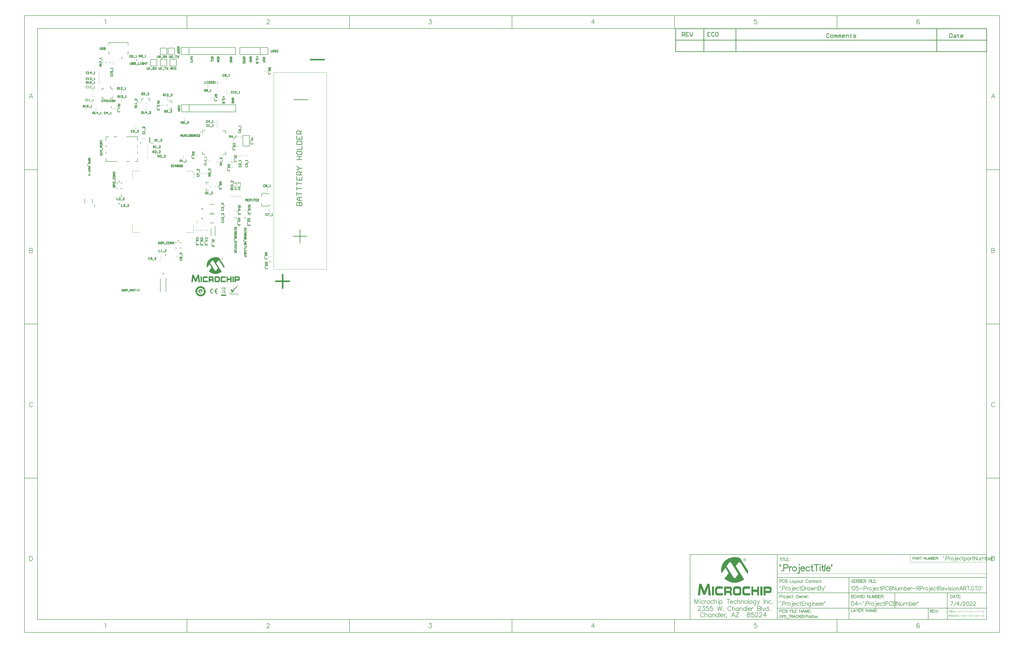
<source format=gto>
G04*
G04 #@! TF.GenerationSoftware,Altium Limited,Altium Designer,22.6.1 (34)*
G04*
G04 Layer_Color=65535*
%FSLAX43Y43*%
%MOMM*%
G71*
G04*
G04 #@! TF.SameCoordinates,4B4C5CB4-E38D-440E-882E-72AC839ECC86*
G04*
G04*
G04 #@! TF.FilePolarity,Positive*
G04*
G01*
G75*
%ADD10C,0.250*%
%ADD11C,0.200*%
%ADD12C,0.100*%
%ADD13C,0.254*%
%ADD14C,0.600*%
%ADD15C,0.127*%
%ADD16C,0.180*%
%ADD17C,0.178*%
%ADD18C,0.150*%
%ADD19C,0.350*%
G36*
X55139Y-18019D02*
X55197Y-18036D01*
X55264Y-18061D01*
X55322Y-18102D01*
X55380Y-18169D01*
X55422Y-18252D01*
X55438Y-18311D01*
X55438Y-18369D01*
X55438Y-18386D01*
X55430Y-18427D01*
X55422Y-18486D01*
X55397Y-18561D01*
X55355Y-18627D01*
X55289Y-18686D01*
X55197Y-18736D01*
X55147Y-18744D01*
X55080Y-18752D01*
X55055Y-18752D01*
X55022Y-18744D01*
X54989Y-18736D01*
X54897Y-18702D01*
X54847Y-18677D01*
X54805Y-18644D01*
X54797Y-18636D01*
X54789Y-18619D01*
X54772Y-18602D01*
X54755Y-18569D01*
X54714Y-18477D01*
X54705Y-18427D01*
X54697Y-18369D01*
X54697Y-18361D01*
X54697Y-18344D01*
X54705Y-18319D01*
X54714Y-18277D01*
X54747Y-18202D01*
X54780Y-18161D01*
X54814Y-18119D01*
X54822Y-18111D01*
X54830Y-18102D01*
X54855Y-18086D01*
X54889Y-18061D01*
X54972Y-18027D01*
X55022Y-18019D01*
X55080Y-18011D01*
X55097Y-18011D01*
X55139Y-18019D01*
X55139Y-18019D02*
G37*
G36*
X52764Y-17694D02*
X52847Y-17703D01*
X52931Y-17711D01*
X53031Y-17719D01*
X53239Y-17752D01*
X53464Y-17802D01*
X53697Y-17869D01*
X53931Y-17961D01*
X56013Y-21268D01*
X56013Y-21277D01*
X56013Y-21293D01*
X56005Y-21327D01*
X56005Y-21368D01*
X55997Y-21427D01*
X55988Y-21485D01*
X55955Y-21626D01*
X55955Y-21635D01*
X55947Y-21660D01*
X55938Y-21701D01*
X55930Y-21751D01*
X55913Y-21810D01*
X55888Y-21876D01*
X55847Y-22035D01*
X54039Y-19210D01*
X54031Y-19202D01*
X54014Y-19177D01*
X53981Y-19144D01*
X53947Y-19102D01*
X53897Y-19060D01*
X53839Y-19027D01*
X53781Y-19002D01*
X53714Y-18994D01*
X53689Y-18994D01*
X53656Y-19002D01*
X53614Y-19019D01*
X53572Y-19044D01*
X53522Y-19085D01*
X53464Y-19135D01*
X53414Y-19202D01*
X52814Y-20027D01*
X54930Y-23376D01*
X54922Y-23384D01*
X54880Y-23418D01*
X54830Y-23459D01*
X54747Y-23518D01*
X54655Y-23584D01*
X54539Y-23659D01*
X54397Y-23743D01*
X54247Y-23826D01*
X54072Y-23909D01*
X53889Y-23993D01*
X53689Y-24068D01*
X53472Y-24134D01*
X53239Y-24193D01*
X52997Y-24234D01*
X52748Y-24267D01*
X52481Y-24276D01*
X52414Y-24276D01*
X52339Y-24267D01*
X52239Y-24259D01*
X52114Y-24243D01*
X51964Y-24218D01*
X51798Y-24184D01*
X51623Y-24143D01*
X51431Y-24084D01*
X51223Y-24009D01*
X51015Y-23926D01*
X50806Y-23818D01*
X50590Y-23693D01*
X50373Y-23551D01*
X50165Y-23384D01*
X49965Y-23193D01*
X50865Y-21951D01*
X50873Y-21943D01*
X50890Y-21910D01*
X50898Y-21885D01*
X50906Y-21851D01*
X50923Y-21801D01*
X50931Y-21751D01*
X50931Y-21743D01*
X50931Y-21735D01*
X50923Y-21685D01*
X50890Y-21602D01*
X50865Y-21552D01*
X50831Y-21502D01*
X50165Y-20460D01*
X49173Y-21835D01*
X49173Y-21826D01*
X49165Y-21818D01*
X49165Y-21793D01*
X49157Y-21760D01*
X49140Y-21676D01*
X49115Y-21568D01*
X49090Y-21427D01*
X49073Y-21277D01*
X49065Y-21110D01*
X49057Y-20927D01*
X49057Y-20910D01*
X49057Y-20868D01*
X49065Y-20802D01*
X49073Y-20710D01*
X49090Y-20602D01*
X49107Y-20468D01*
X49140Y-20327D01*
X49173Y-20169D01*
X49223Y-19994D01*
X49290Y-19819D01*
X49365Y-19635D01*
X49457Y-19444D01*
X49565Y-19260D01*
X49690Y-19069D01*
X49840Y-18886D01*
X50007Y-18702D01*
X50015Y-18694D01*
X50057Y-18661D01*
X50115Y-18611D01*
X50190Y-18544D01*
X50290Y-18469D01*
X50406Y-18377D01*
X50548Y-18286D01*
X50706Y-18194D01*
X50890Y-18102D01*
X51081Y-18011D01*
X51290Y-17919D01*
X51515Y-17844D01*
X51764Y-17777D01*
X52014Y-17728D01*
X52289Y-17694D01*
X52573Y-17686D01*
X52698Y-17686D01*
X52764Y-17694D01*
X52764Y-17694D02*
G37*
G36*
X56213Y-25217D02*
X56263Y-25217D01*
X56297Y-25226D01*
X56305Y-25226D01*
X56322Y-25234D01*
X56355Y-25251D01*
X56388Y-25267D01*
X56422Y-25301D01*
X56455Y-25334D01*
X56488Y-25384D01*
X56505Y-25451D01*
X56505Y-25459D01*
X56505Y-25476D01*
X56513Y-25501D01*
X56513Y-25542D01*
X56513Y-25592D01*
X56522Y-25650D01*
X56522Y-25725D01*
X56522Y-25817D01*
X55289Y-25784D01*
X55280Y-25784D01*
X55247Y-25792D01*
X55197Y-25809D01*
X55147Y-25834D01*
X55089Y-25892D01*
X55047Y-25975D01*
X55022Y-26025D01*
X55014Y-26092D01*
X54997Y-26159D01*
X54997Y-26242D01*
X54997Y-26492D01*
X54997Y-26500D01*
X54997Y-26509D01*
X55005Y-26559D01*
X55014Y-26634D01*
X55030Y-26717D01*
X55064Y-26800D01*
X55114Y-26875D01*
X55180Y-26925D01*
X55222Y-26933D01*
X55272Y-26942D01*
X56538Y-26942D01*
X56538Y-26958D01*
X56538Y-27000D01*
X56538Y-27058D01*
X56530Y-27133D01*
X56522Y-27217D01*
X56513Y-27292D01*
X56497Y-27350D01*
X56472Y-27400D01*
X56472Y-27408D01*
X56455Y-27417D01*
X56430Y-27433D01*
X56388Y-27458D01*
X56330Y-27483D01*
X56255Y-27500D01*
X56163Y-27508D01*
X56047Y-27517D01*
X55130Y-27517D01*
X55055Y-27500D01*
X54964Y-27483D01*
X54864Y-27458D01*
X54772Y-27417D01*
X54680Y-27358D01*
X54614Y-27275D01*
X54614Y-27267D01*
X54597Y-27242D01*
X54580Y-27200D01*
X54564Y-27133D01*
X54547Y-27058D01*
X54530Y-26958D01*
X54522Y-26842D01*
X54514Y-26709D01*
X54514Y-26034D01*
X54514Y-26025D01*
X54514Y-26009D01*
X54514Y-25975D01*
X54522Y-25942D01*
X54530Y-25842D01*
X54547Y-25725D01*
X54580Y-25600D01*
X54630Y-25476D01*
X54697Y-25376D01*
X54739Y-25326D01*
X54789Y-25292D01*
X54797Y-25292D01*
X54814Y-25276D01*
X54847Y-25267D01*
X54889Y-25251D01*
X54947Y-25234D01*
X55014Y-25226D01*
X55097Y-25209D01*
X56105Y-25209D01*
X56213Y-25217D01*
X56213Y-25217D02*
G37*
G36*
X58788Y-27500D02*
X58304Y-27500D01*
X58304Y-26642D01*
X57288Y-26642D01*
X57288Y-27500D01*
X56838Y-27500D01*
X56838Y-25226D01*
X57288Y-25226D01*
X57288Y-26034D01*
X58304Y-26034D01*
X58304Y-25226D01*
X58788Y-25226D01*
X58788Y-27500D01*
X58788Y-27500D02*
G37*
G36*
X45866Y-24492D02*
X45908Y-24501D01*
X45958Y-24526D01*
X46008Y-24567D01*
X46058Y-24634D01*
X46091Y-24717D01*
X46116Y-24834D01*
X46424Y-27500D01*
X45858Y-27500D01*
X45699Y-25584D01*
X45683Y-25584D01*
X45099Y-27125D01*
X45091Y-27133D01*
X45083Y-27167D01*
X45058Y-27200D01*
X45025Y-27250D01*
X44975Y-27292D01*
X44916Y-27333D01*
X44850Y-27367D01*
X44766Y-27375D01*
X44758Y-27375D01*
X44725Y-27367D01*
X44683Y-27358D01*
X44625Y-27342D01*
X44566Y-27317D01*
X44508Y-27267D01*
X44450Y-27208D01*
X44408Y-27125D01*
X43833Y-25609D01*
X43825Y-25609D01*
X43658Y-27500D01*
X43100Y-27500D01*
X43392Y-24809D01*
X43392Y-24792D01*
X43400Y-24759D01*
X43417Y-24709D01*
X43442Y-24642D01*
X43483Y-24584D01*
X43533Y-24534D01*
X43608Y-24501D01*
X43692Y-24484D01*
X43708Y-24484D01*
X43742Y-24492D01*
X43791Y-24501D01*
X43858Y-24517D01*
X43925Y-24559D01*
X43991Y-24609D01*
X44058Y-24684D01*
X44108Y-24784D01*
X44758Y-26434D01*
X44766Y-26434D01*
X45416Y-24784D01*
X45424Y-24767D01*
X45441Y-24734D01*
X45466Y-24692D01*
X45508Y-24634D01*
X45566Y-24576D01*
X45641Y-24534D01*
X45724Y-24501D01*
X45824Y-24484D01*
X45833Y-24484D01*
X45866Y-24492D01*
X45866Y-24492D02*
G37*
G36*
X61495Y-25234D02*
X61570Y-25242D01*
X61662Y-25276D01*
X61754Y-25317D01*
X61837Y-25384D01*
X61912Y-25484D01*
X61937Y-25542D01*
X61962Y-25609D01*
X61962Y-25617D01*
X61970Y-25634D01*
X61970Y-25675D01*
X61979Y-25717D01*
X61987Y-25775D01*
X61987Y-25842D01*
X61995Y-25925D01*
X61995Y-26009D01*
X61995Y-26192D01*
X61995Y-26200D01*
X61995Y-26209D01*
X61995Y-26259D01*
X61987Y-26325D01*
X61979Y-26417D01*
X61962Y-26509D01*
X61937Y-26609D01*
X61904Y-26700D01*
X61862Y-26775D01*
X61854Y-26784D01*
X61845Y-26800D01*
X61820Y-26825D01*
X61787Y-26850D01*
X61737Y-26875D01*
X61687Y-26900D01*
X61629Y-26917D01*
X61554Y-26925D01*
X60429Y-26925D01*
X60429Y-27500D01*
X59954Y-27500D01*
X59954Y-25226D01*
X61445Y-25226D01*
X61495Y-25234D01*
X61495Y-25234D02*
G37*
G36*
X59654Y-27500D02*
X59121Y-27500D01*
X59121Y-25226D01*
X59654Y-25226D01*
X59654Y-27500D01*
X59654Y-27500D02*
G37*
G36*
X51448Y-25234D02*
X51523Y-25259D01*
X51606Y-25309D01*
X51648Y-25342D01*
X51689Y-25392D01*
X51731Y-25442D01*
X51764Y-25509D01*
X51789Y-25584D01*
X51814Y-25675D01*
X51823Y-25784D01*
X51831Y-25900D01*
X51831Y-26042D01*
X51831Y-26050D01*
X51831Y-26059D01*
X51831Y-26084D01*
X51831Y-26117D01*
X51814Y-26200D01*
X51798Y-26292D01*
X51764Y-26392D01*
X51723Y-26484D01*
X51656Y-26559D01*
X51614Y-26592D01*
X51573Y-26609D01*
X51573Y-26617D01*
X51581Y-26617D01*
X51614Y-26634D01*
X51656Y-26667D01*
X51706Y-26709D01*
X51748Y-26775D01*
X51789Y-26858D01*
X51823Y-26975D01*
X51831Y-27050D01*
X51831Y-27125D01*
X51831Y-27500D01*
X51348Y-27500D01*
X51348Y-27233D01*
X51348Y-27225D01*
X51348Y-27200D01*
X51348Y-27167D01*
X51348Y-27133D01*
X51340Y-27050D01*
X51340Y-27017D01*
X51331Y-26992D01*
X51323Y-26975D01*
X51298Y-26950D01*
X51240Y-26925D01*
X51165Y-26908D01*
X50323Y-26908D01*
X50323Y-27500D01*
X49840Y-27500D01*
X49840Y-25226D01*
X51398Y-25226D01*
X51448Y-25234D01*
X51448Y-25234D02*
G37*
G36*
X47241Y-27500D02*
X46707Y-27500D01*
X46707Y-25226D01*
X47241Y-25226D01*
X47241Y-27500D01*
X47241Y-27500D02*
G37*
G36*
X53697Y-25217D02*
X53781Y-25234D01*
X53872Y-25259D01*
X53964Y-25292D01*
X54039Y-25342D01*
X54106Y-25409D01*
X54114Y-25417D01*
X54131Y-25442D01*
X54147Y-25492D01*
X54181Y-25559D01*
X54205Y-25650D01*
X54222Y-25750D01*
X54239Y-25875D01*
X54247Y-26025D01*
X54247Y-26700D01*
X54247Y-26709D01*
X54247Y-26725D01*
X54247Y-26759D01*
X54239Y-26800D01*
X54230Y-26908D01*
X54205Y-27033D01*
X54164Y-27167D01*
X54106Y-27292D01*
X54022Y-27400D01*
X53972Y-27442D01*
X53914Y-27475D01*
X53906Y-27475D01*
X53889Y-27483D01*
X53864Y-27492D01*
X53822Y-27492D01*
X53772Y-27500D01*
X53714Y-27508D01*
X53639Y-27517D01*
X52739Y-27517D01*
X52673Y-27508D01*
X52581Y-27492D01*
X52489Y-27467D01*
X52398Y-27425D01*
X52306Y-27375D01*
X52239Y-27300D01*
X52231Y-27292D01*
X52223Y-27267D01*
X52198Y-27217D01*
X52181Y-27150D01*
X52156Y-27067D01*
X52131Y-26967D01*
X52123Y-26842D01*
X52114Y-26700D01*
X52114Y-26025D01*
X52114Y-26017D01*
X52114Y-25992D01*
X52114Y-25959D01*
X52123Y-25917D01*
X52123Y-25867D01*
X52139Y-25800D01*
X52164Y-25667D01*
X52214Y-25534D01*
X52281Y-25401D01*
X52323Y-25351D01*
X52381Y-25301D01*
X52439Y-25259D01*
X52506Y-25234D01*
X52514Y-25234D01*
X52531Y-25226D01*
X52556Y-25226D01*
X52589Y-25217D01*
X52631Y-25217D01*
X52681Y-25209D01*
X53631Y-25209D01*
X53697Y-25217D01*
X53697Y-25217D02*
G37*
G36*
X49057Y-25217D02*
X49173Y-25217D01*
X49273Y-25226D01*
X49323Y-25234D01*
X49357Y-25242D01*
X49390Y-25251D01*
X49407Y-25259D01*
X49415Y-25259D01*
X49423Y-25276D01*
X49448Y-25309D01*
X49473Y-25351D01*
X49490Y-25417D01*
X49515Y-25509D01*
X49523Y-25634D01*
X49532Y-25700D01*
X49532Y-25784D01*
X48290Y-25784D01*
X48232Y-25792D01*
X48165Y-25825D01*
X48132Y-25842D01*
X48099Y-25875D01*
X48099Y-25884D01*
X48090Y-25892D01*
X48074Y-25917D01*
X48065Y-25959D01*
X48049Y-26009D01*
X48032Y-26067D01*
X48024Y-26150D01*
X48024Y-26242D01*
X48024Y-26492D01*
X48024Y-26500D01*
X48024Y-26534D01*
X48024Y-26584D01*
X48032Y-26634D01*
X48040Y-26750D01*
X48049Y-26800D01*
X48065Y-26833D01*
X48065Y-26842D01*
X48074Y-26850D01*
X48115Y-26883D01*
X48149Y-26908D01*
X48190Y-26925D01*
X48240Y-26933D01*
X48299Y-26942D01*
X49565Y-26942D01*
X49565Y-26958D01*
X49565Y-26992D01*
X49565Y-27050D01*
X49557Y-27117D01*
X49548Y-27192D01*
X49540Y-27267D01*
X49523Y-27325D01*
X49498Y-27375D01*
X49490Y-27383D01*
X49482Y-27400D01*
X49448Y-27417D01*
X49415Y-27442D01*
X49357Y-27475D01*
X49282Y-27492D01*
X49190Y-27508D01*
X49073Y-27517D01*
X48157Y-27517D01*
X48082Y-27508D01*
X48007Y-27492D01*
X47915Y-27475D01*
X47824Y-27442D01*
X47740Y-27392D01*
X47674Y-27333D01*
X47666Y-27325D01*
X47649Y-27300D01*
X47624Y-27250D01*
X47599Y-27183D01*
X47574Y-27100D01*
X47549Y-26992D01*
X47532Y-26858D01*
X47524Y-26700D01*
X47524Y-26025D01*
X47524Y-26017D01*
X47524Y-25992D01*
X47524Y-25959D01*
X47532Y-25909D01*
X47541Y-25850D01*
X47549Y-25792D01*
X47582Y-25650D01*
X47640Y-25509D01*
X47724Y-25376D01*
X47774Y-25317D01*
X47840Y-25276D01*
X47907Y-25242D01*
X47990Y-25217D01*
X48007Y-25217D01*
X48057Y-25209D01*
X48949Y-25209D01*
X49057Y-25217D01*
X49057Y-25217D02*
G37*
G36*
X56864Y-29493D02*
X56411Y-29959D01*
X56461Y-29959D01*
X56461Y-30209D01*
X56281Y-30209D01*
X56248Y-30602D01*
X56198Y-31139D01*
X56798Y-31759D01*
X56751Y-31805D01*
X56195Y-31225D01*
X56188Y-31262D01*
X56215Y-31272D01*
X56241Y-31292D01*
X56268Y-31315D01*
X56288Y-31342D01*
X56305Y-31375D01*
X56315Y-31402D01*
X56321Y-31432D01*
X56325Y-31472D01*
X56321Y-31502D01*
X56311Y-31542D01*
X56291Y-31582D01*
X56265Y-31622D01*
X56238Y-31645D01*
X56205Y-31669D01*
X56168Y-31682D01*
X56135Y-31692D01*
X56088Y-31695D01*
X56041Y-31689D01*
X55998Y-31675D01*
X55955Y-31645D01*
X55921Y-31612D01*
X55901Y-31582D01*
X55888Y-31552D01*
X55448Y-31552D01*
X55448Y-31705D01*
X55308Y-31705D01*
X55308Y-31552D01*
X55288Y-31552D01*
X55248Y-31152D01*
X54615Y-31805D01*
X54568Y-31762D01*
X55245Y-31065D01*
X55211Y-30756D01*
X55172Y-30329D01*
X55155Y-30152D01*
X54525Y-29493D01*
X54568Y-29449D01*
X55148Y-30049D01*
X55132Y-29902D01*
X55032Y-29902D01*
X55032Y-29789D01*
X55122Y-29789D01*
X55118Y-29762D01*
X55125Y-29749D01*
X55138Y-29736D01*
X55152Y-29722D01*
X55172Y-29706D01*
X55195Y-29689D01*
X55221Y-29672D01*
X55245Y-29662D01*
X55265Y-29652D01*
X55265Y-29579D01*
X55418Y-29579D01*
X55418Y-29609D01*
X55465Y-29602D01*
X55515Y-29596D01*
X55561Y-29589D01*
X55588Y-29589D01*
X55588Y-29543D01*
X55945Y-29543D01*
X55945Y-29596D01*
X55991Y-29602D01*
X56045Y-29612D01*
X56098Y-29622D01*
X56148Y-29639D01*
X56198Y-29656D01*
X56231Y-29676D01*
X56261Y-29692D01*
X56278Y-29709D01*
X56288Y-29696D01*
X56305Y-29686D01*
X56328Y-29676D01*
X56355Y-29672D01*
X56378Y-29676D01*
X56405Y-29686D01*
X56421Y-29706D01*
X56438Y-29729D01*
X56445Y-29742D01*
X56448Y-29766D01*
X56445Y-29786D01*
X56441Y-29802D01*
X56435Y-29816D01*
X56425Y-29829D01*
X56411Y-29842D01*
X56401Y-29849D01*
X56391Y-29856D01*
X56391Y-29889D01*
X56818Y-29449D01*
X56864Y-29493D01*
X56864Y-29493D02*
G37*
G36*
X53328Y-29956D02*
X53328Y-30269D01*
X53318Y-30269D01*
X53308Y-30265D01*
X53298Y-30265D01*
X53264Y-30262D01*
X53201Y-30262D01*
X53181Y-30265D01*
X53158Y-30265D01*
X53134Y-30269D01*
X53071Y-30282D01*
X53001Y-30302D01*
X52924Y-30329D01*
X52844Y-30369D01*
X52804Y-30395D01*
X52768Y-30422D01*
X52764Y-30425D01*
X52758Y-30429D01*
X52748Y-30439D01*
X52734Y-30452D01*
X52721Y-30465D01*
X52701Y-30485D01*
X52661Y-30532D01*
X52618Y-30592D01*
X52578Y-30662D01*
X52541Y-30742D01*
X52528Y-30785D01*
X52514Y-30832D01*
X53121Y-30832D01*
X53121Y-31145D01*
X52514Y-31145D01*
X52514Y-31149D01*
X52518Y-31155D01*
X52521Y-31169D01*
X52524Y-31185D01*
X52534Y-31209D01*
X52541Y-31232D01*
X52568Y-31289D01*
X52601Y-31355D01*
X52644Y-31422D01*
X52701Y-31492D01*
X52731Y-31525D01*
X52768Y-31555D01*
X52771Y-31558D01*
X52778Y-31562D01*
X52788Y-31568D01*
X52804Y-31578D01*
X52821Y-31592D01*
X52844Y-31605D01*
X52871Y-31618D01*
X52901Y-31635D01*
X52968Y-31665D01*
X53044Y-31688D01*
X53131Y-31708D01*
X53178Y-31712D01*
X53224Y-31715D01*
X53258Y-31715D01*
X53291Y-31712D01*
X53328Y-31708D01*
X53328Y-32022D01*
X53294Y-32022D01*
X53261Y-32025D01*
X53204Y-32025D01*
X53184Y-32022D01*
X53151Y-32022D01*
X53114Y-32015D01*
X53071Y-32008D01*
X53024Y-31998D01*
X52971Y-31988D01*
X52914Y-31972D01*
X52858Y-31952D01*
X52794Y-31925D01*
X52734Y-31898D01*
X52671Y-31862D01*
X52611Y-31822D01*
X52548Y-31775D01*
X52491Y-31722D01*
X52488Y-31718D01*
X52478Y-31708D01*
X52464Y-31692D01*
X52444Y-31668D01*
X52421Y-31638D01*
X52395Y-31602D01*
X52368Y-31562D01*
X52341Y-31515D01*
X52311Y-31465D01*
X52285Y-31408D01*
X52258Y-31348D01*
X52235Y-31285D01*
X52215Y-31215D01*
X52201Y-31142D01*
X52191Y-31069D01*
X52188Y-30989D01*
X52188Y-30982D01*
X52188Y-30969D01*
X52191Y-30945D01*
X52191Y-30915D01*
X52198Y-30879D01*
X52205Y-30835D01*
X52215Y-30789D01*
X52225Y-30735D01*
X52241Y-30679D01*
X52261Y-30622D01*
X52288Y-30559D01*
X52315Y-30499D01*
X52351Y-30435D01*
X52391Y-30375D01*
X52438Y-30312D01*
X52491Y-30255D01*
X52494Y-30252D01*
X52504Y-30242D01*
X52521Y-30229D01*
X52544Y-30209D01*
X52574Y-30185D01*
X52611Y-30159D01*
X52651Y-30132D01*
X52698Y-30102D01*
X52748Y-30076D01*
X52804Y-30049D01*
X52864Y-30022D01*
X52928Y-29999D01*
X52998Y-29979D01*
X53071Y-29966D01*
X53144Y-29956D01*
X53224Y-29952D01*
X53288Y-29952D01*
X53328Y-29956D01*
X53328Y-29956D02*
G37*
G36*
X51565Y-29956D02*
X51565Y-30269D01*
X51555Y-30269D01*
X51545Y-30265D01*
X51531Y-30265D01*
X51498Y-30262D01*
X51431Y-30262D01*
X51411Y-30265D01*
X51385Y-30269D01*
X51355Y-30272D01*
X51321Y-30279D01*
X51285Y-30289D01*
X51201Y-30315D01*
X51158Y-30332D01*
X51115Y-30352D01*
X51071Y-30375D01*
X51028Y-30405D01*
X50985Y-30439D01*
X50945Y-30475D01*
X50942Y-30479D01*
X50935Y-30485D01*
X50925Y-30495D01*
X50912Y-30512D01*
X50895Y-30535D01*
X50878Y-30559D01*
X50858Y-30589D01*
X50842Y-30619D01*
X50822Y-30655D01*
X50802Y-30695D01*
X50768Y-30782D01*
X50755Y-30829D01*
X50745Y-30882D01*
X50738Y-30932D01*
X50735Y-30989D01*
X50735Y-30992D01*
X50735Y-31002D01*
X50735Y-31019D01*
X50738Y-31039D01*
X50742Y-31065D01*
X50745Y-31095D01*
X50752Y-31129D01*
X50762Y-31165D01*
X50785Y-31245D01*
X50805Y-31289D01*
X50825Y-31332D01*
X50848Y-31375D01*
X50875Y-31418D01*
X50908Y-31462D01*
X50945Y-31502D01*
X50948Y-31505D01*
X50955Y-31512D01*
X50968Y-31522D01*
X50982Y-31535D01*
X51005Y-31552D01*
X51028Y-31568D01*
X51058Y-31588D01*
X51088Y-31608D01*
X51125Y-31628D01*
X51165Y-31648D01*
X51251Y-31682D01*
X51301Y-31695D01*
X51351Y-31705D01*
X51405Y-31712D01*
X51461Y-31715D01*
X51495Y-31715D01*
X51528Y-31712D01*
X51565Y-31708D01*
X51565Y-32022D01*
X51531Y-32022D01*
X51498Y-32025D01*
X51441Y-32025D01*
X51421Y-32022D01*
X51388Y-32022D01*
X51351Y-32015D01*
X51308Y-32008D01*
X51261Y-31998D01*
X51208Y-31988D01*
X51151Y-31972D01*
X51091Y-31952D01*
X51032Y-31925D01*
X50968Y-31898D01*
X50908Y-31862D01*
X50845Y-31822D01*
X50785Y-31775D01*
X50725Y-31722D01*
X50722Y-31718D01*
X50712Y-31708D01*
X50698Y-31692D01*
X50678Y-31668D01*
X50655Y-31638D01*
X50628Y-31602D01*
X50602Y-31562D01*
X50575Y-31515D01*
X50545Y-31465D01*
X50518Y-31408D01*
X50492Y-31348D01*
X50468Y-31285D01*
X50448Y-31215D01*
X50435Y-31142D01*
X50425Y-31069D01*
X50422Y-30989D01*
X50422Y-30982D01*
X50422Y-30969D01*
X50425Y-30945D01*
X50425Y-30915D01*
X50432Y-30879D01*
X50438Y-30835D01*
X50448Y-30789D01*
X50458Y-30735D01*
X50475Y-30679D01*
X50495Y-30622D01*
X50522Y-30559D01*
X50548Y-30499D01*
X50585Y-30435D01*
X50625Y-30375D01*
X50672Y-30312D01*
X50725Y-30255D01*
X50728Y-30252D01*
X50738Y-30242D01*
X50755Y-30229D01*
X50778Y-30209D01*
X50808Y-30185D01*
X50845Y-30159D01*
X50885Y-30132D01*
X50932Y-30102D01*
X50985Y-30076D01*
X51038Y-30049D01*
X51101Y-30022D01*
X51165Y-29999D01*
X51235Y-29979D01*
X51305Y-29966D01*
X51381Y-29956D01*
X51461Y-29952D01*
X51528Y-29952D01*
X51565Y-29956D01*
X51565Y-29956D02*
G37*
G36*
X46754Y-29054D02*
X46781Y-29054D01*
X46814Y-29058D01*
X46848Y-29061D01*
X46928Y-29068D01*
X47014Y-29081D01*
X47108Y-29098D01*
X47204Y-29121D01*
X47208Y-29121D01*
X47214Y-29124D01*
X47231Y-29128D01*
X47248Y-29134D01*
X47271Y-29141D01*
X47298Y-29148D01*
X47328Y-29158D01*
X47361Y-29171D01*
X47434Y-29198D01*
X47514Y-29231D01*
X47598Y-29271D01*
X47681Y-29318D01*
X47684Y-29318D01*
X47691Y-29324D01*
X47701Y-29331D01*
X47717Y-29341D01*
X47737Y-29354D01*
X47761Y-29368D01*
X47814Y-29404D01*
X47874Y-29451D01*
X47944Y-29504D01*
X48011Y-29561D01*
X48081Y-29628D01*
X48084Y-29631D01*
X48087Y-29634D01*
X48097Y-29644D01*
X48111Y-29658D01*
X48127Y-29674D01*
X48147Y-29694D01*
X48191Y-29744D01*
X48237Y-29804D01*
X48291Y-29871D01*
X48344Y-29947D01*
X48397Y-30031D01*
X48397Y-30034D01*
X48404Y-30041D01*
X48411Y-30054D01*
X48421Y-30071D01*
X48431Y-30091D01*
X48444Y-30117D01*
X48461Y-30144D01*
X48474Y-30177D01*
X48507Y-30247D01*
X48544Y-30331D01*
X48577Y-30421D01*
X48607Y-30514D01*
X48334Y-30251D01*
X47944Y-30621D01*
X47944Y-30617D01*
X47937Y-30604D01*
X47927Y-30581D01*
X47917Y-30554D01*
X47901Y-30521D01*
X47881Y-30481D01*
X47857Y-30437D01*
X47831Y-30387D01*
X47801Y-30337D01*
X47764Y-30284D01*
X47724Y-30231D01*
X47681Y-30177D01*
X47631Y-30121D01*
X47578Y-30071D01*
X47521Y-30017D01*
X47458Y-29971D01*
X47454Y-29967D01*
X47441Y-29961D01*
X47424Y-29947D01*
X47398Y-29931D01*
X47364Y-29914D01*
X47328Y-29891D01*
X47281Y-29867D01*
X47231Y-29844D01*
X47178Y-29821D01*
X47118Y-29801D01*
X47054Y-29778D01*
X46988Y-29761D01*
X46914Y-29744D01*
X46841Y-29731D01*
X46764Y-29724D01*
X46684Y-29721D01*
X46648Y-29721D01*
X46624Y-29724D01*
X46591Y-29728D01*
X46554Y-29731D01*
X46511Y-29734D01*
X46464Y-29744D01*
X46414Y-29751D01*
X46361Y-29764D01*
X46248Y-29794D01*
X46191Y-29814D01*
X46131Y-29837D01*
X46071Y-29867D01*
X46015Y-29897D01*
X46011Y-29901D01*
X46001Y-29904D01*
X45985Y-29914D01*
X45965Y-29931D01*
X45938Y-29947D01*
X45908Y-29971D01*
X45875Y-29994D01*
X45838Y-30024D01*
X45801Y-30057D01*
X45761Y-30094D01*
X45721Y-30134D01*
X45681Y-30177D01*
X45641Y-30224D01*
X45601Y-30274D01*
X45531Y-30384D01*
X45528Y-30387D01*
X45525Y-30397D01*
X45515Y-30414D01*
X45505Y-30437D01*
X45491Y-30467D01*
X45475Y-30501D01*
X45458Y-30537D01*
X45445Y-30581D01*
X45428Y-30631D01*
X45411Y-30681D01*
X45395Y-30737D01*
X45381Y-30794D01*
X45361Y-30917D01*
X45358Y-30984D01*
X45355Y-31051D01*
X45698Y-31051D01*
X45035Y-31687D01*
X44375Y-31051D01*
X44688Y-31051D01*
X44688Y-31044D01*
X44688Y-31027D01*
X44692Y-30997D01*
X44692Y-30957D01*
X44695Y-30911D01*
X44702Y-30854D01*
X44712Y-30791D01*
X44722Y-30721D01*
X44735Y-30647D01*
X44755Y-30567D01*
X44775Y-30484D01*
X44802Y-30397D01*
X44832Y-30311D01*
X44868Y-30224D01*
X44908Y-30134D01*
X44955Y-30047D01*
X44958Y-30041D01*
X44968Y-30027D01*
X44982Y-30004D01*
X45005Y-29971D01*
X45032Y-29934D01*
X45065Y-29887D01*
X45101Y-29837D01*
X45148Y-29784D01*
X45195Y-29728D01*
X45251Y-29668D01*
X45311Y-29608D01*
X45375Y-29548D01*
X45445Y-29488D01*
X45518Y-29428D01*
X45598Y-29374D01*
X45681Y-29321D01*
X45688Y-29318D01*
X45701Y-29308D01*
X45728Y-29294D01*
X45761Y-29278D01*
X45805Y-29258D01*
X45855Y-29234D01*
X45915Y-29211D01*
X45978Y-29184D01*
X46051Y-29161D01*
X46128Y-29138D01*
X46211Y-29114D01*
X46298Y-29094D01*
X46391Y-29074D01*
X46484Y-29061D01*
X46584Y-29054D01*
X46684Y-29051D01*
X46731Y-29051D01*
X46754Y-29054D01*
X46754Y-29054D02*
G37*
G36*
X61191Y-28852D02*
X61199Y-28868D01*
X61216Y-28893D01*
X61224Y-28902D01*
X61233Y-28910D01*
X61241Y-28918D01*
X61249Y-28927D01*
X61241Y-28935D01*
X61224Y-28952D01*
X61199Y-28977D01*
X61166Y-29010D01*
X61116Y-29052D01*
X61049Y-29118D01*
X61041Y-29127D01*
X61016Y-29152D01*
X60974Y-29185D01*
X60924Y-29235D01*
X60866Y-29293D01*
X60808Y-29360D01*
X60674Y-29502D01*
X60666Y-29510D01*
X60658Y-29518D01*
X60633Y-29543D01*
X60599Y-29577D01*
X60524Y-29668D01*
X60424Y-29777D01*
X60299Y-29918D01*
X60174Y-30076D01*
X60041Y-30251D01*
X59916Y-30435D01*
X59916Y-30443D01*
X59900Y-30460D01*
X59883Y-30485D01*
X59866Y-30518D01*
X59808Y-30610D01*
X59733Y-30718D01*
X59658Y-30851D01*
X59583Y-30993D01*
X59516Y-31126D01*
X59458Y-31259D01*
X59016Y-31593D01*
X59016Y-31584D01*
X59008Y-31568D01*
X58983Y-31526D01*
X58958Y-31459D01*
X58941Y-31418D01*
X58916Y-31368D01*
X58883Y-31301D01*
X58858Y-31226D01*
X58816Y-31143D01*
X58775Y-31051D01*
X58775Y-31043D01*
X58766Y-31026D01*
X58750Y-31001D01*
X58733Y-30968D01*
X58692Y-30876D01*
X58633Y-30776D01*
X58567Y-30676D01*
X58492Y-30593D01*
X58458Y-30560D01*
X58425Y-30535D01*
X58383Y-30518D01*
X58350Y-30518D01*
X58367Y-30501D01*
X58392Y-30485D01*
X58417Y-30460D01*
X58458Y-30426D01*
X58508Y-30376D01*
X58517Y-30368D01*
X58533Y-30351D01*
X58567Y-30326D01*
X58600Y-30301D01*
X58642Y-30285D01*
X58692Y-30260D01*
X58733Y-30251D01*
X58775Y-30260D01*
X58783Y-30260D01*
X58791Y-30268D01*
X58833Y-30293D01*
X58883Y-30326D01*
X58933Y-30385D01*
X58941Y-30393D01*
X58950Y-30418D01*
X58966Y-30451D01*
X58991Y-30493D01*
X59050Y-30601D01*
X59108Y-30718D01*
X59108Y-30726D01*
X59116Y-30743D01*
X59150Y-30793D01*
X59175Y-30843D01*
X59183Y-30860D01*
X59183Y-30868D01*
X59191Y-30860D01*
X59200Y-30843D01*
X59216Y-30818D01*
X59250Y-30768D01*
X59300Y-30693D01*
X59333Y-30651D01*
X59375Y-30593D01*
X59416Y-30535D01*
X59466Y-30460D01*
X59466Y-30451D01*
X59483Y-30443D01*
X59500Y-30418D01*
X59516Y-30385D01*
X59583Y-30310D01*
X59666Y-30201D01*
X59766Y-30076D01*
X59891Y-29926D01*
X60024Y-29777D01*
X60183Y-29610D01*
X60191Y-29602D01*
X60199Y-29593D01*
X60224Y-29568D01*
X60258Y-29535D01*
X60341Y-29452D01*
X60449Y-29352D01*
X60583Y-29243D01*
X60724Y-29127D01*
X60874Y-29010D01*
X61033Y-28910D01*
X61041Y-28910D01*
X61058Y-28902D01*
X61083Y-28885D01*
X61091Y-28877D01*
X61116Y-28868D01*
X61149Y-28852D01*
X61183Y-28835D01*
X61191Y-28852D01*
X61191Y-28852D02*
G37*
G36*
X61108Y-31559D02*
X61149Y-31559D01*
X61224Y-31593D01*
X61266Y-31609D01*
X61307Y-31643D01*
X61316Y-31643D01*
X61324Y-31659D01*
X61357Y-31701D01*
X61391Y-31776D01*
X61407Y-31818D01*
X61407Y-31868D01*
X61307Y-31868D01*
X61307Y-31859D01*
X61307Y-31851D01*
X61299Y-31809D01*
X61283Y-31751D01*
X61241Y-31701D01*
X61233Y-31693D01*
X61191Y-31668D01*
X61133Y-31651D01*
X61058Y-31643D01*
X61041Y-31643D01*
X60991Y-31651D01*
X60933Y-31659D01*
X60883Y-31693D01*
X60874Y-31701D01*
X60858Y-31726D01*
X60833Y-31776D01*
X60824Y-31843D01*
X60824Y-31851D01*
X60833Y-31884D01*
X60841Y-31918D01*
X60858Y-31951D01*
X60866Y-31959D01*
X60891Y-31976D01*
X60933Y-31993D01*
X60991Y-32018D01*
X61116Y-32043D01*
X61124Y-32043D01*
X61141Y-32051D01*
X61174Y-32059D01*
X61208Y-32076D01*
X61291Y-32109D01*
X61324Y-32134D01*
X61357Y-32159D01*
X61374Y-32176D01*
X61399Y-32209D01*
X61424Y-32268D01*
X61441Y-32343D01*
X61441Y-32351D01*
X61441Y-32368D01*
X61432Y-32393D01*
X61432Y-32426D01*
X61399Y-32501D01*
X61374Y-32534D01*
X61341Y-32559D01*
X61324Y-32576D01*
X61274Y-32601D01*
X61191Y-32626D01*
X61083Y-32642D01*
X61049Y-32642D01*
X61016Y-32634D01*
X60983Y-32634D01*
X60883Y-32601D01*
X60841Y-32584D01*
X60799Y-32551D01*
X60783Y-32534D01*
X60749Y-32493D01*
X60716Y-32418D01*
X60708Y-32368D01*
X60699Y-32309D01*
X60699Y-32301D01*
X60799Y-32301D01*
X60799Y-32309D01*
X60799Y-32318D01*
X60808Y-32368D01*
X60824Y-32434D01*
X60866Y-32493D01*
X60883Y-32501D01*
X60924Y-32526D01*
X60991Y-32551D01*
X61083Y-32559D01*
X61099Y-32559D01*
X61141Y-32551D01*
X61208Y-32534D01*
X61274Y-32501D01*
X61283Y-32493D01*
X61307Y-32459D01*
X61332Y-32409D01*
X61341Y-32351D01*
X61341Y-32334D01*
X61332Y-32301D01*
X61324Y-32259D01*
X61299Y-32218D01*
X61291Y-32209D01*
X61249Y-32193D01*
X61191Y-32168D01*
X61099Y-32143D01*
X61008Y-32109D01*
X60999Y-32109D01*
X60983Y-32101D01*
X60949Y-32093D01*
X60916Y-32084D01*
X60841Y-32051D01*
X60808Y-32034D01*
X60783Y-32009D01*
X60774Y-32001D01*
X60758Y-31968D01*
X60733Y-31909D01*
X60724Y-31834D01*
X60724Y-31826D01*
X60724Y-31809D01*
X60733Y-31759D01*
X60766Y-31701D01*
X60783Y-31668D01*
X60816Y-31634D01*
X60824Y-31634D01*
X60833Y-31618D01*
X60883Y-31593D01*
X60958Y-31568D01*
X61058Y-31551D01*
X61083Y-31551D01*
X61108Y-31559D01*
X61108Y-31559D02*
G37*
G36*
X46754Y-30224D02*
X46801Y-30227D01*
X46854Y-30234D01*
X46908Y-30244D01*
X46964Y-30257D01*
X47014Y-30274D01*
X47021Y-30277D01*
X47038Y-30284D01*
X47064Y-30297D01*
X47098Y-30314D01*
X47134Y-30337D01*
X47178Y-30371D01*
X47224Y-30407D01*
X47271Y-30451D01*
X47274Y-30454D01*
X47281Y-30461D01*
X47294Y-30477D01*
X47311Y-30497D01*
X47328Y-30521D01*
X47348Y-30554D01*
X47371Y-30591D01*
X47394Y-30634D01*
X47418Y-30684D01*
X47441Y-30737D01*
X47461Y-30797D01*
X47478Y-30864D01*
X47494Y-30937D01*
X47508Y-31014D01*
X47514Y-31097D01*
X47518Y-31187D01*
X46228Y-31187D01*
X46228Y-31190D01*
X46228Y-31194D01*
X46231Y-31214D01*
X46238Y-31247D01*
X46248Y-31287D01*
X46265Y-31330D01*
X46285Y-31377D01*
X46311Y-31427D01*
X46344Y-31470D01*
X46348Y-31474D01*
X46361Y-31487D01*
X46384Y-31507D01*
X46411Y-31530D01*
X46444Y-31557D01*
X46481Y-31580D01*
X46524Y-31604D01*
X46571Y-31624D01*
X46578Y-31624D01*
X46594Y-31630D01*
X46621Y-31637D01*
X46658Y-31644D01*
X46701Y-31650D01*
X46751Y-31657D01*
X46808Y-31660D01*
X46868Y-31664D01*
X46891Y-31664D01*
X46918Y-31660D01*
X46951Y-31657D01*
X46991Y-31650D01*
X47031Y-31640D01*
X47074Y-31627D01*
X47114Y-31610D01*
X47118Y-31607D01*
X47131Y-31600D01*
X47151Y-31590D01*
X47174Y-31574D01*
X47201Y-31557D01*
X47228Y-31534D01*
X47251Y-31510D01*
X47274Y-31484D01*
X47278Y-31480D01*
X47284Y-31470D01*
X47294Y-31454D01*
X47311Y-31430D01*
X47328Y-31400D01*
X47348Y-31367D01*
X47368Y-31330D01*
X47388Y-31287D01*
X47508Y-31287D01*
X47508Y-31290D01*
X47504Y-31294D01*
X47501Y-31304D01*
X47494Y-31317D01*
X47478Y-31354D01*
X47454Y-31397D01*
X47428Y-31447D01*
X47398Y-31500D01*
X47364Y-31554D01*
X47328Y-31604D01*
X47324Y-31610D01*
X47311Y-31624D01*
X47288Y-31647D01*
X47258Y-31674D01*
X47221Y-31707D01*
X47174Y-31740D01*
X47121Y-31774D01*
X47064Y-31807D01*
X47061Y-31807D01*
X47058Y-31810D01*
X47048Y-31814D01*
X47034Y-31820D01*
X47001Y-31830D01*
X46958Y-31844D01*
X46901Y-31857D01*
X46838Y-31870D01*
X46768Y-31877D01*
X46654Y-31877D01*
X46634Y-31874D01*
X46611Y-31874D01*
X46558Y-31867D01*
X46494Y-31857D01*
X46424Y-31840D01*
X46351Y-31820D01*
X46281Y-31790D01*
X46278Y-31790D01*
X46275Y-31787D01*
X46265Y-31780D01*
X46251Y-31774D01*
X46218Y-31750D01*
X46175Y-31720D01*
X46125Y-31684D01*
X46075Y-31637D01*
X46025Y-31580D01*
X45975Y-31514D01*
X45975Y-31510D01*
X45968Y-31504D01*
X45965Y-31494D01*
X45955Y-31480D01*
X45945Y-31460D01*
X45935Y-31440D01*
X45925Y-31414D01*
X45915Y-31384D01*
X45891Y-31317D01*
X45871Y-31240D01*
X45858Y-31150D01*
X45851Y-31054D01*
X45851Y-31051D01*
X45851Y-31037D01*
X45855Y-31021D01*
X45855Y-30994D01*
X45858Y-30964D01*
X45865Y-30931D01*
X45871Y-30891D01*
X45881Y-30847D01*
X45895Y-30801D01*
X45911Y-30754D01*
X45931Y-30704D01*
X45955Y-30654D01*
X45981Y-30604D01*
X46015Y-30554D01*
X46051Y-30507D01*
X46095Y-30461D01*
X46098Y-30457D01*
X46105Y-30451D01*
X46121Y-30437D01*
X46138Y-30424D01*
X46161Y-30404D01*
X46191Y-30384D01*
X46225Y-30364D01*
X46261Y-30341D01*
X46301Y-30317D01*
X46348Y-30297D01*
X46394Y-30277D01*
X46448Y-30257D01*
X46501Y-30244D01*
X46561Y-30231D01*
X46621Y-30224D01*
X46684Y-30221D01*
X46718Y-30221D01*
X46754Y-30224D01*
X46754Y-30224D02*
G37*
G36*
X60516Y-32617D02*
X60424Y-32617D01*
X60424Y-32118D01*
X59841Y-32118D01*
X59841Y-32617D01*
X59741Y-32617D01*
X59741Y-31584D01*
X59841Y-31584D01*
X59841Y-32026D01*
X60424Y-32026D01*
X60424Y-31584D01*
X60516Y-31584D01*
X60516Y-32617D01*
X60516Y-32617D02*
G37*
G36*
X48994Y-31051D02*
X48681Y-31051D01*
X48681Y-31057D01*
X48681Y-31074D01*
X48677Y-31104D01*
X48677Y-31140D01*
X48674Y-31190D01*
X48667Y-31247D01*
X48657Y-31307D01*
X48647Y-31377D01*
X48634Y-31454D01*
X48614Y-31530D01*
X48594Y-31614D01*
X48567Y-31700D01*
X48537Y-31787D01*
X48501Y-31874D01*
X48457Y-31964D01*
X48411Y-32050D01*
X48407Y-32057D01*
X48397Y-32070D01*
X48384Y-32094D01*
X48361Y-32127D01*
X48334Y-32164D01*
X48301Y-32210D01*
X48264Y-32260D01*
X48221Y-32314D01*
X48171Y-32370D01*
X48117Y-32430D01*
X48057Y-32490D01*
X47991Y-32553D01*
X47921Y-32613D01*
X47847Y-32670D01*
X47767Y-32727D01*
X47684Y-32780D01*
X47677Y-32783D01*
X47664Y-32790D01*
X47638Y-32803D01*
X47604Y-32820D01*
X47561Y-32843D01*
X47511Y-32863D01*
X47454Y-32890D01*
X47388Y-32913D01*
X47318Y-32937D01*
X47241Y-32963D01*
X47158Y-32983D01*
X47071Y-33003D01*
X46978Y-33023D01*
X46884Y-33037D01*
X46784Y-33043D01*
X46684Y-33047D01*
X46638Y-33047D01*
X46618Y-33043D01*
X46571Y-33040D01*
X46511Y-33033D01*
X46444Y-33027D01*
X46364Y-33013D01*
X46281Y-32997D01*
X46191Y-32973D01*
X46095Y-32947D01*
X45995Y-32917D01*
X45891Y-32877D01*
X45788Y-32830D01*
X45685Y-32777D01*
X45578Y-32713D01*
X45478Y-32643D01*
X45471Y-32640D01*
X45455Y-32623D01*
X45428Y-32600D01*
X45391Y-32570D01*
X45348Y-32530D01*
X45301Y-32480D01*
X45245Y-32423D01*
X45188Y-32360D01*
X45128Y-32287D01*
X45068Y-32207D01*
X45008Y-32120D01*
X44952Y-32027D01*
X44895Y-31927D01*
X44845Y-31820D01*
X44802Y-31707D01*
X44762Y-31587D01*
X45035Y-31847D01*
X45425Y-31477D01*
X45428Y-31480D01*
X45431Y-31494D01*
X45441Y-31517D01*
X45451Y-31544D01*
X45468Y-31580D01*
X45485Y-31617D01*
X45508Y-31664D01*
X45538Y-31710D01*
X45568Y-31764D01*
X45601Y-31814D01*
X45641Y-31870D01*
X45688Y-31924D01*
X45735Y-31977D01*
X45788Y-32030D01*
X45845Y-32084D01*
X45908Y-32130D01*
X45911Y-32134D01*
X45925Y-32140D01*
X45945Y-32154D01*
X45968Y-32170D01*
X46001Y-32187D01*
X46041Y-32207D01*
X46085Y-32230D01*
X46138Y-32254D01*
X46191Y-32277D01*
X46251Y-32300D01*
X46314Y-32320D01*
X46384Y-32337D01*
X46454Y-32354D01*
X46528Y-32367D01*
X46604Y-32374D01*
X46684Y-32377D01*
X46708Y-32377D01*
X46738Y-32374D01*
X46778Y-32370D01*
X46824Y-32364D01*
X46881Y-32357D01*
X46941Y-32344D01*
X47011Y-32327D01*
X47081Y-32307D01*
X47158Y-32284D01*
X47234Y-32250D01*
X47314Y-32214D01*
X47394Y-32170D01*
X47474Y-32117D01*
X47551Y-32057D01*
X47624Y-31990D01*
X47627Y-31987D01*
X47641Y-31974D01*
X47661Y-31950D01*
X47684Y-31920D01*
X47714Y-31884D01*
X47747Y-31840D01*
X47784Y-31787D01*
X47821Y-31727D01*
X47854Y-31664D01*
X47891Y-31590D01*
X47924Y-31514D01*
X47954Y-31430D01*
X47977Y-31344D01*
X47997Y-31250D01*
X48011Y-31150D01*
X48014Y-31051D01*
X47667Y-31051D01*
X48334Y-30417D01*
X48994Y-31051D01*
X48994Y-31051D02*
G37*
G36*
X58517Y-31593D02*
X58542Y-31593D01*
X58575Y-31601D01*
X58600Y-31609D01*
X58633Y-31626D01*
X58642Y-31634D01*
X58667Y-31651D01*
X58692Y-31676D01*
X58725Y-31718D01*
X58733Y-31726D01*
X58741Y-31759D01*
X58750Y-31801D01*
X58758Y-31851D01*
X58758Y-31868D01*
X58750Y-31909D01*
X58741Y-31959D01*
X58716Y-32018D01*
X58708Y-32026D01*
X58683Y-32051D01*
X58642Y-32084D01*
X58592Y-32109D01*
X58600Y-32118D01*
X58625Y-32126D01*
X58658Y-32151D01*
X58683Y-32176D01*
X58692Y-32184D01*
X58700Y-32209D01*
X58708Y-32268D01*
X58716Y-32343D01*
X58733Y-32501D01*
X58733Y-32517D01*
X58733Y-32542D01*
X58741Y-32551D01*
X58741Y-32559D01*
X58741Y-32567D01*
X58750Y-32576D01*
X58758Y-32592D01*
X58766Y-32601D01*
X58766Y-32617D01*
X58658Y-32617D01*
X58658Y-32609D01*
X58658Y-32592D01*
X58650Y-32567D01*
X58650Y-32559D01*
X58642Y-32542D01*
X58642Y-32534D01*
X58642Y-32501D01*
X58633Y-32368D01*
X58633Y-32359D01*
X58633Y-32343D01*
X58617Y-32293D01*
X58600Y-32234D01*
X58575Y-32184D01*
X58567Y-32176D01*
X58542Y-32168D01*
X58492Y-32159D01*
X58117Y-32159D01*
X58117Y-32617D01*
X58025Y-32617D01*
X58025Y-31584D01*
X58500Y-31584D01*
X58517Y-31593D01*
X58517Y-31593D02*
G37*
G36*
X59291Y-31859D02*
X59325Y-31859D01*
X59408Y-31893D01*
X59450Y-31918D01*
X59483Y-31951D01*
X59491Y-31959D01*
X59500Y-31968D01*
X59516Y-32001D01*
X59533Y-32034D01*
X59558Y-32126D01*
X59575Y-32176D01*
X59575Y-32243D01*
X59575Y-32251D01*
X59575Y-32276D01*
X59566Y-32309D01*
X59566Y-32343D01*
X59533Y-32443D01*
X59516Y-32484D01*
X59483Y-32526D01*
X59483Y-32534D01*
X59466Y-32542D01*
X59416Y-32576D01*
X59341Y-32617D01*
X59291Y-32626D01*
X59233Y-32634D01*
X59208Y-32634D01*
X59175Y-32626D01*
X59141Y-32617D01*
X59058Y-32584D01*
X59016Y-32559D01*
X58975Y-32526D01*
X58975Y-32517D01*
X58958Y-32509D01*
X58950Y-32484D01*
X58933Y-32459D01*
X58916Y-32418D01*
X58908Y-32368D01*
X58891Y-32309D01*
X58891Y-32243D01*
X58891Y-32234D01*
X58891Y-32209D01*
X58900Y-32176D01*
X58900Y-32134D01*
X58925Y-32043D01*
X58975Y-31951D01*
X58983Y-31943D01*
X58991Y-31934D01*
X59041Y-31901D01*
X59125Y-31868D01*
X59175Y-31851D01*
X59258Y-31851D01*
X59291Y-31859D01*
X59291Y-31859D02*
G37*
G36*
X56694Y-32318D02*
X56694Y-32325D01*
X56694Y-32335D01*
X56694Y-32348D01*
X56694Y-32368D01*
X56694Y-32395D01*
X56694Y-32398D01*
X56694Y-32408D01*
X56694Y-32425D01*
X56694Y-32448D01*
X56694Y-32472D01*
X56694Y-32502D01*
X56694Y-32572D01*
X56694Y-32575D01*
X56694Y-32588D01*
X56694Y-32605D01*
X56694Y-32628D01*
X56694Y-32658D01*
X56694Y-32688D01*
X56694Y-32748D01*
X56694Y-32752D01*
X56694Y-32762D01*
X56694Y-32772D01*
X56694Y-32785D01*
X56694Y-32802D01*
X56694Y-32812D01*
X56694Y-32822D01*
X56694Y-32825D01*
X54662Y-32825D01*
X54662Y-32822D01*
X54662Y-32815D01*
X54662Y-32805D01*
X54662Y-32792D01*
X54662Y-32775D01*
X54662Y-32748D01*
X54662Y-32745D01*
X54662Y-32735D01*
X54662Y-32718D01*
X54662Y-32695D01*
X54662Y-32668D01*
X54662Y-32638D01*
X54662Y-32572D01*
X54662Y-32568D01*
X54662Y-32555D01*
X54662Y-32538D01*
X54662Y-32512D01*
X54662Y-32485D01*
X54662Y-32455D01*
X54662Y-32395D01*
X54662Y-32392D01*
X54662Y-32382D01*
X54662Y-32368D01*
X54662Y-32355D01*
X54662Y-32342D01*
X54662Y-32328D01*
X54662Y-32318D01*
X54662Y-32315D01*
X56694Y-32315D01*
X56694Y-32318D01*
X56694Y-32318D02*
G37*
G36*
X259352Y-135547D02*
X259440Y-135573D01*
X259542Y-135611D01*
X259631Y-135674D01*
X259720Y-135776D01*
X259783Y-135903D01*
X259809Y-135992D01*
X259809Y-136081D01*
X259809Y-136106D01*
X259796Y-136170D01*
X259783Y-136259D01*
X259745Y-136373D01*
X259682Y-136474D01*
X259580Y-136563D01*
X259440Y-136640D01*
X259364Y-136652D01*
X259263Y-136665D01*
X259225Y-136665D01*
X259174Y-136652D01*
X259123Y-136640D01*
X258983Y-136589D01*
X258907Y-136551D01*
X258844Y-136500D01*
X258831Y-136487D01*
X258818Y-136462D01*
X258793Y-136436D01*
X258767Y-136386D01*
X258704Y-136246D01*
X258691Y-136170D01*
X258678Y-136081D01*
X258678Y-136068D01*
X258678Y-136043D01*
X258691Y-136005D01*
X258704Y-135941D01*
X258755Y-135827D01*
X258805Y-135763D01*
X258856Y-135700D01*
X258869Y-135687D01*
X258882Y-135674D01*
X258920Y-135649D01*
X258971Y-135611D01*
X259098Y-135560D01*
X259174Y-135547D01*
X259263Y-135535D01*
X259288Y-135535D01*
X259352Y-135547D01*
X259352Y-135547D02*
G37*
G36*
X255732Y-135052D02*
X255859Y-135065D01*
X255986Y-135077D01*
X256138Y-135090D01*
X256456Y-135141D01*
X256799Y-135217D01*
X257154Y-135319D01*
X257510Y-135458D01*
X260685Y-140500D01*
X260685Y-140513D01*
X260685Y-140538D01*
X260672Y-140589D01*
X260672Y-140653D01*
X260660Y-140742D01*
X260647Y-140831D01*
X260596Y-141046D01*
X260596Y-141059D01*
X260583Y-141097D01*
X260571Y-141161D01*
X260558Y-141237D01*
X260533Y-141326D01*
X260495Y-141427D01*
X260431Y-141669D01*
X257675Y-137363D01*
X257662Y-137351D01*
X257637Y-137313D01*
X257586Y-137262D01*
X257535Y-137198D01*
X257459Y-137135D01*
X257370Y-137084D01*
X257281Y-137046D01*
X257180Y-137033D01*
X257142Y-137033D01*
X257091Y-137046D01*
X257027Y-137071D01*
X256964Y-137109D01*
X256888Y-137173D01*
X256799Y-137249D01*
X256723Y-137351D01*
X255808Y-138608D01*
X259034Y-143713D01*
X259021Y-143726D01*
X258958Y-143777D01*
X258882Y-143840D01*
X258755Y-143929D01*
X258615Y-144031D01*
X258437Y-144145D01*
X258221Y-144272D01*
X257993Y-144399D01*
X257726Y-144526D01*
X257447Y-144653D01*
X257142Y-144768D01*
X256812Y-144869D01*
X256456Y-144958D01*
X256088Y-145022D01*
X255707Y-145072D01*
X255300Y-145085D01*
X255199Y-145085D01*
X255084Y-145072D01*
X254932Y-145060D01*
X254741Y-145034D01*
X254513Y-144996D01*
X254259Y-144945D01*
X253992Y-144882D01*
X253700Y-144793D01*
X253383Y-144679D01*
X253065Y-144552D01*
X252748Y-144387D01*
X252417Y-144196D01*
X252087Y-143980D01*
X251770Y-143726D01*
X251465Y-143434D01*
X252836Y-141542D01*
X252849Y-141529D01*
X252875Y-141478D01*
X252887Y-141440D01*
X252900Y-141389D01*
X252925Y-141313D01*
X252938Y-141237D01*
X252938Y-141224D01*
X252938Y-141212D01*
X252925Y-141135D01*
X252875Y-141008D01*
X252836Y-140932D01*
X252786Y-140856D01*
X251770Y-139268D01*
X250258Y-141364D01*
X250258Y-141351D01*
X250246Y-141339D01*
X250246Y-141300D01*
X250233Y-141250D01*
X250208Y-141123D01*
X250169Y-140958D01*
X250131Y-140742D01*
X250106Y-140513D01*
X250093Y-140259D01*
X250081Y-139980D01*
X250081Y-139954D01*
X250081Y-139891D01*
X250093Y-139789D01*
X250106Y-139649D01*
X250131Y-139484D01*
X250157Y-139281D01*
X250208Y-139065D01*
X250258Y-138824D01*
X250335Y-138557D01*
X250436Y-138291D01*
X250550Y-138011D01*
X250690Y-137719D01*
X250855Y-137440D01*
X251046Y-137148D01*
X251274Y-136868D01*
X251528Y-136589D01*
X251541Y-136576D01*
X251605Y-136525D01*
X251693Y-136449D01*
X251808Y-136347D01*
X251960Y-136233D01*
X252138Y-136093D01*
X252354Y-135954D01*
X252595Y-135814D01*
X252875Y-135674D01*
X253167Y-135535D01*
X253484Y-135395D01*
X253827Y-135281D01*
X254208Y-135179D01*
X254589Y-135103D01*
X255008Y-135052D01*
X255440Y-135039D01*
X255630Y-135039D01*
X255732Y-135052D01*
X255732Y-135052D02*
G37*
G36*
X260990Y-146520D02*
X261066Y-146520D01*
X261117Y-146533D01*
X261130Y-146533D01*
X261155Y-146546D01*
X261206Y-146571D01*
X261257Y-146596D01*
X261307Y-146647D01*
X261358Y-146698D01*
X261409Y-146774D01*
X261434Y-146876D01*
X261434Y-146888D01*
X261434Y-146914D01*
X261447Y-146952D01*
X261447Y-147015D01*
X261447Y-147092D01*
X261460Y-147181D01*
X261460Y-147295D01*
X261460Y-147435D01*
X259580Y-147384D01*
X259567Y-147384D01*
X259517Y-147396D01*
X259440Y-147422D01*
X259364Y-147460D01*
X259275Y-147549D01*
X259212Y-147676D01*
X259174Y-147752D01*
X259161Y-147854D01*
X259136Y-147955D01*
X259136Y-148082D01*
X259136Y-148463D01*
X259136Y-148476D01*
X259136Y-148489D01*
X259148Y-148565D01*
X259161Y-148679D01*
X259186Y-148806D01*
X259237Y-148933D01*
X259313Y-149047D01*
X259415Y-149124D01*
X259479Y-149136D01*
X259555Y-149149D01*
X261485Y-149149D01*
X261485Y-149174D01*
X261485Y-149238D01*
X261485Y-149327D01*
X261472Y-149441D01*
X261460Y-149568D01*
X261447Y-149682D01*
X261422Y-149771D01*
X261384Y-149848D01*
X261384Y-149860D01*
X261358Y-149873D01*
X261320Y-149898D01*
X261257Y-149936D01*
X261168Y-149975D01*
X261053Y-150000D01*
X260914Y-150013D01*
X260736Y-150025D01*
X259339Y-150025D01*
X259225Y-150000D01*
X259085Y-149975D01*
X258932Y-149936D01*
X258793Y-149873D01*
X258653Y-149784D01*
X258551Y-149657D01*
X258551Y-149644D01*
X258526Y-149606D01*
X258501Y-149543D01*
X258475Y-149441D01*
X258450Y-149327D01*
X258424Y-149174D01*
X258412Y-148997D01*
X258399Y-148793D01*
X258399Y-147765D01*
X258399Y-147752D01*
X258399Y-147727D01*
X258399Y-147676D01*
X258412Y-147625D01*
X258424Y-147473D01*
X258450Y-147295D01*
X258501Y-147104D01*
X258577Y-146914D01*
X258678Y-146761D01*
X258742Y-146685D01*
X258818Y-146634D01*
X258831Y-146634D01*
X258856Y-146609D01*
X258907Y-146596D01*
X258971Y-146571D01*
X259059Y-146546D01*
X259161Y-146533D01*
X259288Y-146507D01*
X260825Y-146507D01*
X260990Y-146520D01*
X260990Y-146520D02*
G37*
G36*
X264914Y-150000D02*
X264178Y-150000D01*
X264178Y-148692D01*
X262628Y-148692D01*
X262628Y-150000D01*
X261942Y-150000D01*
X261942Y-146533D01*
X262628Y-146533D01*
X262628Y-147765D01*
X264178Y-147765D01*
X264178Y-146533D01*
X264914Y-146533D01*
X264914Y-150000D01*
X264914Y-150000D02*
G37*
G36*
X245216Y-145415D02*
X245280Y-145428D01*
X245356Y-145466D01*
X245432Y-145530D01*
X245509Y-145631D01*
X245559Y-145758D01*
X245597Y-145936D01*
X246067Y-150000D01*
X245204Y-150000D01*
X244962Y-147079D01*
X244937Y-147079D01*
X244048Y-149428D01*
X244035Y-149441D01*
X244023Y-149492D01*
X243985Y-149543D01*
X243934Y-149619D01*
X243858Y-149682D01*
X243769Y-149746D01*
X243667Y-149797D01*
X243540Y-149809D01*
X243527Y-149809D01*
X243477Y-149797D01*
X243413Y-149784D01*
X243324Y-149759D01*
X243235Y-149721D01*
X243146Y-149644D01*
X243057Y-149555D01*
X242994Y-149428D01*
X242118Y-147117D01*
X242105Y-147117D01*
X241851Y-150000D01*
X241000Y-150000D01*
X241445Y-145898D01*
X241445Y-145872D01*
X241457Y-145822D01*
X241483Y-145745D01*
X241521Y-145644D01*
X241584Y-145555D01*
X241660Y-145479D01*
X241775Y-145428D01*
X241902Y-145403D01*
X241927Y-145403D01*
X241978Y-145415D01*
X242054Y-145428D01*
X242156Y-145453D01*
X242257Y-145517D01*
X242359Y-145593D01*
X242461Y-145707D01*
X242537Y-145860D01*
X243527Y-148374D01*
X243540Y-148374D01*
X244531Y-145860D01*
X244543Y-145834D01*
X244569Y-145784D01*
X244607Y-145720D01*
X244670Y-145631D01*
X244759Y-145542D01*
X244874Y-145479D01*
X245001Y-145428D01*
X245153Y-145403D01*
X245166Y-145403D01*
X245216Y-145415D01*
X245216Y-145415D02*
G37*
G36*
X269042Y-146546D02*
X269156Y-146558D01*
X269296Y-146609D01*
X269435Y-146673D01*
X269562Y-146774D01*
X269677Y-146927D01*
X269715Y-147015D01*
X269753Y-147117D01*
X269753Y-147130D01*
X269766Y-147155D01*
X269766Y-147219D01*
X269778Y-147282D01*
X269791Y-147371D01*
X269791Y-147473D01*
X269804Y-147600D01*
X269804Y-147727D01*
X269804Y-148006D01*
X269804Y-148019D01*
X269804Y-148031D01*
X269804Y-148108D01*
X269791Y-148209D01*
X269778Y-148349D01*
X269753Y-148489D01*
X269715Y-148641D01*
X269664Y-148781D01*
X269600Y-148895D01*
X269588Y-148908D01*
X269575Y-148933D01*
X269537Y-148971D01*
X269486Y-149009D01*
X269410Y-149047D01*
X269334Y-149086D01*
X269245Y-149111D01*
X269131Y-149124D01*
X267416Y-149124D01*
X267416Y-150000D01*
X266692Y-150000D01*
X266692Y-146533D01*
X268965Y-146533D01*
X269042Y-146546D01*
X269042Y-146546D02*
G37*
G36*
X266235Y-150000D02*
X265422Y-150000D01*
X265422Y-146533D01*
X266235Y-146533D01*
X266235Y-150000D01*
X266235Y-150000D02*
G37*
G36*
X253725Y-146546D02*
X253840Y-146584D01*
X253967Y-146660D01*
X254030Y-146711D01*
X254094Y-146787D01*
X254157Y-146863D01*
X254208Y-146965D01*
X254246Y-147079D01*
X254284Y-147219D01*
X254297Y-147384D01*
X254310Y-147562D01*
X254310Y-147777D01*
X254310Y-147790D01*
X254310Y-147803D01*
X254310Y-147841D01*
X254310Y-147892D01*
X254284Y-148019D01*
X254259Y-148158D01*
X254208Y-148311D01*
X254145Y-148451D01*
X254043Y-148565D01*
X253979Y-148616D01*
X253916Y-148641D01*
X253916Y-148654D01*
X253929Y-148654D01*
X253979Y-148679D01*
X254043Y-148730D01*
X254119Y-148793D01*
X254183Y-148895D01*
X254246Y-149022D01*
X254297Y-149200D01*
X254310Y-149314D01*
X254310Y-149428D01*
X254310Y-150000D01*
X253573Y-150000D01*
X253573Y-149594D01*
X253573Y-149581D01*
X253573Y-149543D01*
X253573Y-149492D01*
X253573Y-149441D01*
X253560Y-149314D01*
X253560Y-149263D01*
X253548Y-149225D01*
X253535Y-149200D01*
X253497Y-149162D01*
X253408Y-149124D01*
X253294Y-149098D01*
X252011Y-149098D01*
X252011Y-150000D01*
X251274Y-150000D01*
X251274Y-146533D01*
X253649Y-146533D01*
X253725Y-146546D01*
X253725Y-146546D02*
G37*
G36*
X247312Y-150000D02*
X246499Y-150000D01*
X246499Y-146533D01*
X247312Y-146533D01*
X247312Y-150000D01*
X247312Y-150000D02*
G37*
G36*
X257154Y-146520D02*
X257281Y-146546D01*
X257421Y-146584D01*
X257561Y-146634D01*
X257675Y-146711D01*
X257777Y-146812D01*
X257789Y-146825D01*
X257815Y-146863D01*
X257840Y-146939D01*
X257891Y-147041D01*
X257929Y-147181D01*
X257954Y-147333D01*
X257980Y-147523D01*
X257993Y-147752D01*
X257993Y-148781D01*
X257993Y-148793D01*
X257993Y-148819D01*
X257993Y-148870D01*
X257980Y-148933D01*
X257967Y-149098D01*
X257929Y-149289D01*
X257866Y-149492D01*
X257777Y-149682D01*
X257650Y-149848D01*
X257574Y-149911D01*
X257485Y-149962D01*
X257472Y-149962D01*
X257447Y-149975D01*
X257408Y-149987D01*
X257345Y-149987D01*
X257269Y-150000D01*
X257180Y-150013D01*
X257066Y-150025D01*
X255694Y-150025D01*
X255592Y-150013D01*
X255453Y-149987D01*
X255313Y-149949D01*
X255173Y-149886D01*
X255034Y-149809D01*
X254932Y-149695D01*
X254919Y-149682D01*
X254907Y-149644D01*
X254868Y-149568D01*
X254843Y-149467D01*
X254805Y-149340D01*
X254767Y-149187D01*
X254754Y-148997D01*
X254741Y-148781D01*
X254741Y-147752D01*
X254741Y-147739D01*
X254741Y-147701D01*
X254741Y-147650D01*
X254754Y-147587D01*
X254754Y-147511D01*
X254780Y-147409D01*
X254818Y-147206D01*
X254894Y-147003D01*
X254995Y-146800D01*
X255059Y-146723D01*
X255148Y-146647D01*
X255237Y-146584D01*
X255338Y-146546D01*
X255351Y-146546D01*
X255376Y-146533D01*
X255415Y-146533D01*
X255465Y-146520D01*
X255529Y-146520D01*
X255605Y-146507D01*
X257053Y-146507D01*
X257154Y-146520D01*
X257154Y-146520D02*
G37*
G36*
X250081Y-146520D02*
X250258Y-146520D01*
X250411Y-146533D01*
X250487Y-146546D01*
X250538Y-146558D01*
X250589Y-146571D01*
X250614Y-146584D01*
X250627Y-146584D01*
X250639Y-146609D01*
X250677Y-146660D01*
X250716Y-146723D01*
X250741Y-146825D01*
X250779Y-146965D01*
X250792Y-147155D01*
X250804Y-147257D01*
X250804Y-147384D01*
X248912Y-147384D01*
X248823Y-147396D01*
X248722Y-147447D01*
X248671Y-147473D01*
X248620Y-147523D01*
X248620Y-147536D01*
X248607Y-147549D01*
X248582Y-147587D01*
X248569Y-147650D01*
X248544Y-147727D01*
X248518Y-147816D01*
X248506Y-147943D01*
X248506Y-148082D01*
X248506Y-148463D01*
X248506Y-148476D01*
X248506Y-148527D01*
X248506Y-148603D01*
X248518Y-148679D01*
X248531Y-148857D01*
X248544Y-148933D01*
X248569Y-148984D01*
X248569Y-148997D01*
X248582Y-149009D01*
X248645Y-149060D01*
X248696Y-149098D01*
X248760Y-149124D01*
X248836Y-149136D01*
X248925Y-149149D01*
X250855Y-149149D01*
X250855Y-149174D01*
X250855Y-149225D01*
X250855Y-149314D01*
X250843Y-149416D01*
X250830Y-149530D01*
X250817Y-149644D01*
X250792Y-149733D01*
X250754Y-149809D01*
X250741Y-149822D01*
X250728Y-149848D01*
X250677Y-149873D01*
X250627Y-149911D01*
X250538Y-149962D01*
X250423Y-149987D01*
X250284Y-150013D01*
X250106Y-150025D01*
X248709Y-150025D01*
X248595Y-150013D01*
X248480Y-149987D01*
X248341Y-149962D01*
X248201Y-149911D01*
X248074Y-149835D01*
X247972Y-149746D01*
X247960Y-149733D01*
X247934Y-149695D01*
X247896Y-149619D01*
X247858Y-149517D01*
X247820Y-149390D01*
X247782Y-149225D01*
X247756Y-149022D01*
X247744Y-148781D01*
X247744Y-147752D01*
X247744Y-147739D01*
X247744Y-147701D01*
X247744Y-147650D01*
X247756Y-147574D01*
X247769Y-147485D01*
X247782Y-147396D01*
X247833Y-147181D01*
X247922Y-146965D01*
X248049Y-146761D01*
X248125Y-146673D01*
X248226Y-146609D01*
X248328Y-146558D01*
X248455Y-146520D01*
X248480Y-146520D01*
X248557Y-146507D01*
X249915Y-146507D01*
X250081Y-146520D01*
X250081Y-146520D02*
G37*
%LPC*%
G36*
X55080Y-18069D02*
X55064Y-18069D01*
X55030Y-18077D01*
X54980Y-18086D01*
X54922Y-18102D01*
X54855Y-18144D01*
X54805Y-18194D01*
X54772Y-18269D01*
X54755Y-18369D01*
X54755Y-18377D01*
X54755Y-18394D01*
X54764Y-18419D01*
X54764Y-18444D01*
X54797Y-18527D01*
X54814Y-18561D01*
X54847Y-18602D01*
X54855Y-18602D01*
X54864Y-18619D01*
X54914Y-18644D01*
X54980Y-18677D01*
X55030Y-18686D01*
X55080Y-18694D01*
X55097Y-18694D01*
X55130Y-18686D01*
X55172Y-18677D01*
X55230Y-18652D01*
X55289Y-18611D01*
X55330Y-18561D01*
X55364Y-18477D01*
X55380Y-18369D01*
X55380Y-18352D01*
X55372Y-18319D01*
X55364Y-18277D01*
X55347Y-18219D01*
X55305Y-18161D01*
X55255Y-18119D01*
X55180Y-18086D01*
X55080Y-18069D01*
X55080Y-18069D02*
G37*
%LPD*%
G36*
X55164Y-18177D02*
X55189Y-18194D01*
X55214Y-18211D01*
X55230Y-18244D01*
X55239Y-18286D01*
X55239Y-18294D01*
X55239Y-18302D01*
X55222Y-18344D01*
X55197Y-18394D01*
X55164Y-18411D01*
X55130Y-18419D01*
X55247Y-18602D01*
X55180Y-18602D01*
X55055Y-18419D01*
X54989Y-18419D01*
X54989Y-18602D01*
X54922Y-18602D01*
X54922Y-18161D01*
X55105Y-18161D01*
X55164Y-18177D01*
X55164Y-18177D02*
G37*
%LPC*%
G36*
X55097Y-18219D02*
X54989Y-18219D01*
X54989Y-18361D01*
X55105Y-18361D01*
X55130Y-18352D01*
X55155Y-18327D01*
X55164Y-18286D01*
X55164Y-18277D01*
X55155Y-18252D01*
X55139Y-18227D01*
X55097Y-18219D01*
X55097Y-18219D02*
G37*
G36*
X51373Y-18986D02*
X51348Y-18986D01*
X51315Y-18994D01*
X51273Y-19011D01*
X51223Y-19035D01*
X51173Y-19077D01*
X51115Y-19127D01*
X51056Y-19194D01*
X50465Y-20019D01*
X52239Y-22826D01*
X52248Y-22835D01*
X52264Y-22868D01*
X52298Y-22901D01*
X52339Y-22951D01*
X52381Y-22993D01*
X52431Y-23034D01*
X52489Y-23068D01*
X52539Y-23076D01*
X52573Y-23076D01*
X52598Y-23068D01*
X52639Y-23051D01*
X52689Y-23034D01*
X52739Y-23001D01*
X52789Y-22951D01*
X52839Y-22893D01*
X53456Y-22001D01*
X51681Y-19202D01*
X51673Y-19194D01*
X51656Y-19169D01*
X51631Y-19135D01*
X51589Y-19094D01*
X51548Y-19052D01*
X51498Y-19019D01*
X51440Y-18994D01*
X51373Y-18986D01*
X51373Y-18986D02*
G37*
G36*
X61320Y-25775D02*
X60429Y-25775D01*
X60429Y-26359D01*
X61379Y-26359D01*
X61395Y-26342D01*
X61429Y-26325D01*
X61454Y-26300D01*
X61470Y-26259D01*
X61487Y-26200D01*
X61495Y-26117D01*
X61495Y-26034D01*
X61495Y-26025D01*
X61495Y-25992D01*
X61487Y-25950D01*
X61470Y-25900D01*
X61454Y-25859D01*
X61420Y-25817D01*
X61379Y-25784D01*
X61320Y-25775D01*
X61320Y-25775D02*
G37*
G36*
X51140Y-25775D02*
X50323Y-25775D01*
X50323Y-26342D01*
X51223Y-26342D01*
X51248Y-26325D01*
X51290Y-26309D01*
X51323Y-26284D01*
X51348Y-26242D01*
X51373Y-26184D01*
X51381Y-26100D01*
X51381Y-26034D01*
X51381Y-26025D01*
X51381Y-25992D01*
X51373Y-25950D01*
X51348Y-25900D01*
X51323Y-25859D01*
X51281Y-25817D01*
X51223Y-25784D01*
X51140Y-25775D01*
X51140Y-25775D02*
G37*
G36*
X53456Y-25775D02*
X52873Y-25775D01*
X52847Y-25784D01*
X52814Y-25792D01*
X52748Y-25817D01*
X52714Y-25850D01*
X52681Y-25884D01*
X52681Y-25892D01*
X52673Y-25900D01*
X52656Y-25925D01*
X52648Y-25967D01*
X52631Y-26017D01*
X52614Y-26075D01*
X52606Y-26150D01*
X52606Y-26242D01*
X52606Y-26492D01*
X52606Y-26500D01*
X52606Y-26534D01*
X52606Y-26575D01*
X52614Y-26634D01*
X52631Y-26750D01*
X52639Y-26809D01*
X52656Y-26850D01*
X52664Y-26867D01*
X52706Y-26892D01*
X52731Y-26908D01*
X52773Y-26925D01*
X52814Y-26933D01*
X52873Y-26942D01*
X53497Y-26942D01*
X53531Y-26933D01*
X53572Y-26917D01*
X53631Y-26883D01*
X53681Y-26833D01*
X53731Y-26750D01*
X53747Y-26700D01*
X53764Y-26642D01*
X53772Y-26567D01*
X53772Y-26492D01*
X53772Y-26242D01*
X53772Y-26234D01*
X53772Y-26200D01*
X53764Y-26159D01*
X53764Y-26100D01*
X53731Y-25984D01*
X53714Y-25925D01*
X53681Y-25884D01*
X53681Y-25875D01*
X53664Y-25867D01*
X53622Y-25825D01*
X53547Y-25792D01*
X53506Y-25784D01*
X53456Y-25775D01*
X53456Y-25775D02*
G37*
G36*
X55881Y-29606D02*
X55655Y-29606D01*
X55655Y-29642D01*
X55881Y-29642D01*
X55881Y-29606D01*
X55881Y-29606D02*
G37*
G36*
X55355Y-29642D02*
X55328Y-29642D01*
X55328Y-29729D01*
X55355Y-29729D01*
X55355Y-29642D01*
X55355Y-29642D02*
G37*
G36*
X55588Y-29659D02*
X55525Y-29662D01*
X55471Y-29669D01*
X55418Y-29679D01*
X55418Y-29789D01*
X56248Y-29789D01*
X56248Y-29772D01*
X56225Y-29749D01*
X56188Y-29729D01*
X56145Y-29709D01*
X56088Y-29692D01*
X56021Y-29676D01*
X55945Y-29666D01*
X55945Y-29709D01*
X55588Y-29709D01*
X55588Y-29659D01*
X55588Y-29659D02*
G37*
G36*
X55265Y-29726D02*
X55228Y-29742D01*
X55205Y-29759D01*
X55185Y-29779D01*
X55188Y-29789D01*
X55265Y-29789D01*
X55265Y-29726D01*
X55265Y-29726D02*
G37*
G36*
X56351Y-29739D02*
X56345Y-29739D01*
X56335Y-29742D01*
X56325Y-29752D01*
X56318Y-29769D01*
X56318Y-29776D01*
X56321Y-29786D01*
X56331Y-29796D01*
X56351Y-29802D01*
X56355Y-29802D01*
X56368Y-29799D01*
X56378Y-29789D01*
X56381Y-29769D01*
X56381Y-29766D01*
X56378Y-29752D01*
X56368Y-29742D01*
X56351Y-29739D01*
X56351Y-29739D02*
G37*
G36*
X56395Y-30022D02*
X56271Y-30022D01*
X56271Y-30146D01*
X56395Y-30146D01*
X56395Y-30022D01*
X56395Y-30022D02*
G37*
G36*
X55981Y-30302D02*
X55645Y-30302D01*
X55645Y-30326D01*
X55981Y-30326D01*
X55981Y-30302D01*
X55981Y-30302D02*
G37*
G36*
X56241Y-29902D02*
X55198Y-29902D01*
X55218Y-30122D01*
X55688Y-30609D01*
X55905Y-30386D01*
X55581Y-30386D01*
X55581Y-30239D01*
X56051Y-30239D01*
X56205Y-30079D01*
X56205Y-29959D01*
X56235Y-29959D01*
X56241Y-29902D01*
X56241Y-29902D02*
G37*
G36*
X55228Y-30226D02*
X55301Y-31009D01*
X55645Y-30656D01*
X55228Y-30226D01*
X55228Y-30226D02*
G37*
G36*
X56205Y-30172D02*
X56051Y-30332D01*
X56051Y-30386D01*
X55998Y-30386D01*
X55735Y-30656D01*
X56138Y-31079D01*
X56215Y-30209D01*
X56205Y-30209D01*
X56205Y-30172D01*
X56205Y-30172D02*
G37*
G36*
X55688Y-30702D02*
X55308Y-31092D01*
X55345Y-31485D01*
X55871Y-31485D01*
X55868Y-31452D01*
X55878Y-31402D01*
X55898Y-31359D01*
X55925Y-31322D01*
X55951Y-31295D01*
X55981Y-31275D01*
X56021Y-31255D01*
X56061Y-31242D01*
X56125Y-31242D01*
X56131Y-31162D01*
X55688Y-30702D01*
X55688Y-30702D02*
G37*
G36*
X56095Y-31355D02*
X56078Y-31355D01*
X56061Y-31362D01*
X56041Y-31369D01*
X56018Y-31382D01*
X56001Y-31402D01*
X55988Y-31429D01*
X55985Y-31465D01*
X55985Y-31469D01*
X55988Y-31482D01*
X55991Y-31502D01*
X55998Y-31522D01*
X56011Y-31542D01*
X56031Y-31562D01*
X56058Y-31575D01*
X56095Y-31579D01*
X56098Y-31579D01*
X56111Y-31575D01*
X56131Y-31572D01*
X56151Y-31565D01*
X56171Y-31552D01*
X56191Y-31532D01*
X56205Y-31502D01*
X56208Y-31465D01*
X56208Y-31462D01*
X56208Y-31449D01*
X56201Y-31432D01*
X56195Y-31409D01*
X56181Y-31389D01*
X56161Y-31372D01*
X56131Y-31359D01*
X56095Y-31355D01*
X56095Y-31355D02*
G37*
G36*
X55385Y-31552D02*
X55371Y-31552D01*
X55371Y-31642D01*
X55385Y-31642D01*
X55385Y-31552D01*
X55385Y-31552D02*
G37*
%LPD*%
G36*
X56118Y-31395D02*
X56135Y-31402D01*
X56148Y-31409D01*
X56158Y-31422D01*
X56168Y-31442D01*
X56171Y-31465D01*
X56171Y-31469D01*
X56171Y-31479D01*
X56168Y-31489D01*
X56161Y-31502D01*
X56151Y-31519D01*
X56138Y-31529D01*
X56121Y-31539D01*
X56095Y-31542D01*
X56085Y-31542D01*
X56071Y-31539D01*
X56058Y-31532D01*
X56045Y-31522D01*
X56031Y-31509D01*
X56025Y-31492D01*
X56021Y-31465D01*
X56021Y-31462D01*
X56021Y-31455D01*
X56025Y-31442D01*
X56031Y-31429D01*
X56038Y-31415D01*
X56051Y-31402D01*
X56071Y-31395D01*
X56095Y-31392D01*
X56108Y-31392D01*
X56118Y-31395D01*
X56118Y-31395D02*
G37*
%LPC*%
G36*
X56101Y-31455D02*
X56091Y-31455D01*
X56088Y-31459D01*
X56085Y-31465D01*
X56085Y-31469D01*
X56085Y-31472D01*
X56088Y-31475D01*
X56095Y-31479D01*
X56098Y-31479D01*
X56101Y-31475D01*
X56105Y-31472D01*
X56108Y-31465D01*
X56108Y-31462D01*
X56108Y-31459D01*
X56101Y-31455D01*
X56101Y-31455D02*
G37*
G36*
X46674Y-30614D02*
X46644Y-30614D01*
X46614Y-30617D01*
X46574Y-30624D01*
X46528Y-30634D01*
X46484Y-30647D01*
X46438Y-30667D01*
X46398Y-30694D01*
X46394Y-30697D01*
X46381Y-30707D01*
X46364Y-30727D01*
X46341Y-30754D01*
X46314Y-30787D01*
X46285Y-30827D01*
X46258Y-30874D01*
X46228Y-30931D01*
X47118Y-30924D01*
X47118Y-30921D01*
X47114Y-30917D01*
X47104Y-30897D01*
X47091Y-30871D01*
X47071Y-30834D01*
X47048Y-30797D01*
X47021Y-30757D01*
X46988Y-30721D01*
X46951Y-30691D01*
X46948Y-30687D01*
X46934Y-30677D01*
X46911Y-30667D01*
X46881Y-30651D01*
X46841Y-30637D01*
X46794Y-30627D01*
X46738Y-30617D01*
X46674Y-30614D01*
X46674Y-30614D02*
G37*
G36*
X58442Y-31668D02*
X58117Y-31668D01*
X58117Y-32068D01*
X58417Y-32068D01*
X58467Y-32059D01*
X58533Y-32043D01*
X58600Y-32018D01*
X58608Y-32009D01*
X58633Y-31984D01*
X58650Y-31934D01*
X58658Y-31868D01*
X58658Y-31859D01*
X58658Y-31843D01*
X58650Y-31809D01*
X58642Y-31768D01*
X58642Y-31759D01*
X58625Y-31743D01*
X58608Y-31726D01*
X58583Y-31701D01*
X58575Y-31701D01*
X58567Y-31693D01*
X58542Y-31684D01*
X58500Y-31684D01*
X58475Y-31676D01*
X58442Y-31668D01*
X58442Y-31668D02*
G37*
G36*
X59275Y-31926D02*
X59216Y-31926D01*
X59166Y-31934D01*
X59100Y-31968D01*
X59075Y-31984D01*
X59050Y-32018D01*
X59041Y-32034D01*
X59016Y-32076D01*
X58983Y-32151D01*
X58975Y-32243D01*
X58975Y-32251D01*
X58975Y-32268D01*
X58983Y-32293D01*
X58983Y-32326D01*
X59008Y-32401D01*
X59050Y-32476D01*
X59058Y-32493D01*
X59091Y-32517D01*
X59150Y-32542D01*
X59233Y-32559D01*
X59250Y-32559D01*
X59300Y-32551D01*
X59358Y-32526D01*
X59408Y-32476D01*
X59408Y-32468D01*
X59416Y-32459D01*
X59450Y-32409D01*
X59475Y-32343D01*
X59483Y-32243D01*
X59483Y-32234D01*
X59483Y-32218D01*
X59483Y-32193D01*
X59475Y-32151D01*
X59450Y-32084D01*
X59433Y-32043D01*
X59408Y-32018D01*
X59408Y-32009D01*
X59400Y-32001D01*
X59366Y-31968D01*
X59308Y-31943D01*
X59275Y-31926D01*
X59275Y-31926D02*
G37*
G36*
X259263Y-135624D02*
X259237Y-135624D01*
X259186Y-135636D01*
X259110Y-135649D01*
X259021Y-135674D01*
X258920Y-135738D01*
X258844Y-135814D01*
X258793Y-135928D01*
X258767Y-136081D01*
X258767Y-136093D01*
X258767Y-136119D01*
X258780Y-136157D01*
X258780Y-136195D01*
X258831Y-136322D01*
X258856Y-136373D01*
X258907Y-136436D01*
X258920Y-136436D01*
X258932Y-136462D01*
X259009Y-136500D01*
X259110Y-136551D01*
X259186Y-136563D01*
X259263Y-136576D01*
X259288Y-136576D01*
X259339Y-136563D01*
X259402Y-136551D01*
X259491Y-136513D01*
X259580Y-136449D01*
X259644Y-136373D01*
X259694Y-136246D01*
X259720Y-136081D01*
X259720Y-136055D01*
X259707Y-136005D01*
X259694Y-135941D01*
X259669Y-135852D01*
X259605Y-135763D01*
X259529Y-135700D01*
X259415Y-135649D01*
X259263Y-135624D01*
X259263Y-135624D02*
G37*
%LPD*%
G36*
X259390Y-135789D02*
X259428Y-135814D01*
X259466Y-135839D01*
X259491Y-135890D01*
X259504Y-135954D01*
X259504Y-135966D01*
X259504Y-135979D01*
X259479Y-136043D01*
X259440Y-136119D01*
X259390Y-136144D01*
X259339Y-136157D01*
X259517Y-136436D01*
X259415Y-136436D01*
X259225Y-136157D01*
X259123Y-136157D01*
X259123Y-136436D01*
X259021Y-136436D01*
X259021Y-135763D01*
X259301Y-135763D01*
X259390Y-135789D01*
X259390Y-135789D02*
G37*
%LPC*%
G36*
X259288Y-135852D02*
X259123Y-135852D01*
X259123Y-136068D01*
X259301Y-136068D01*
X259339Y-136055D01*
X259377Y-136017D01*
X259390Y-135954D01*
X259390Y-135941D01*
X259377Y-135903D01*
X259352Y-135865D01*
X259288Y-135852D01*
X259288Y-135852D02*
G37*
G36*
X253611Y-137021D02*
X253573Y-137021D01*
X253522Y-137033D01*
X253459Y-137059D01*
X253383Y-137097D01*
X253306Y-137160D01*
X253217Y-137236D01*
X253129Y-137338D01*
X252227Y-138595D01*
X254932Y-142875D01*
X254945Y-142888D01*
X254970Y-142939D01*
X255021Y-142990D01*
X255084Y-143066D01*
X255148Y-143129D01*
X255224Y-143193D01*
X255313Y-143244D01*
X255389Y-143256D01*
X255440Y-143256D01*
X255478Y-143244D01*
X255542Y-143218D01*
X255618Y-143193D01*
X255694Y-143142D01*
X255770Y-143066D01*
X255846Y-142977D01*
X256786Y-141618D01*
X254081Y-137351D01*
X254068Y-137338D01*
X254043Y-137300D01*
X254005Y-137249D01*
X253941Y-137186D01*
X253878Y-137122D01*
X253802Y-137071D01*
X253713Y-137033D01*
X253611Y-137021D01*
X253611Y-137021D02*
G37*
G36*
X268775Y-147371D02*
X267416Y-147371D01*
X267416Y-148260D01*
X268864Y-148260D01*
X268889Y-148235D01*
X268940Y-148209D01*
X268978Y-148171D01*
X269004Y-148108D01*
X269029Y-148019D01*
X269042Y-147892D01*
X269042Y-147765D01*
X269042Y-147752D01*
X269042Y-147701D01*
X269029Y-147638D01*
X269004Y-147562D01*
X268978Y-147498D01*
X268927Y-147435D01*
X268864Y-147384D01*
X268775Y-147371D01*
X268775Y-147371D02*
G37*
G36*
X253256Y-147371D02*
X252011Y-147371D01*
X252011Y-148235D01*
X253383Y-148235D01*
X253421Y-148209D01*
X253484Y-148184D01*
X253535Y-148146D01*
X253573Y-148082D01*
X253611Y-147993D01*
X253624Y-147866D01*
X253624Y-147765D01*
X253624Y-147752D01*
X253624Y-147701D01*
X253611Y-147638D01*
X253573Y-147562D01*
X253535Y-147498D01*
X253471Y-147435D01*
X253383Y-147384D01*
X253256Y-147371D01*
X253256Y-147371D02*
G37*
G36*
X256786Y-147371D02*
X255897Y-147371D01*
X255859Y-147384D01*
X255808Y-147396D01*
X255707Y-147435D01*
X255656Y-147485D01*
X255605Y-147536D01*
X255605Y-147549D01*
X255592Y-147562D01*
X255567Y-147600D01*
X255554Y-147663D01*
X255529Y-147739D01*
X255503Y-147828D01*
X255491Y-147943D01*
X255491Y-148082D01*
X255491Y-148463D01*
X255491Y-148476D01*
X255491Y-148527D01*
X255491Y-148590D01*
X255503Y-148679D01*
X255529Y-148857D01*
X255542Y-148946D01*
X255567Y-149009D01*
X255580Y-149035D01*
X255643Y-149073D01*
X255681Y-149098D01*
X255745Y-149124D01*
X255808Y-149136D01*
X255897Y-149149D01*
X256850Y-149149D01*
X256900Y-149136D01*
X256964Y-149111D01*
X257053Y-149060D01*
X257129Y-148984D01*
X257205Y-148857D01*
X257231Y-148781D01*
X257256Y-148692D01*
X257269Y-148578D01*
X257269Y-148463D01*
X257269Y-148082D01*
X257269Y-148070D01*
X257269Y-148019D01*
X257256Y-147955D01*
X257256Y-147866D01*
X257205Y-147689D01*
X257180Y-147600D01*
X257129Y-147536D01*
X257129Y-147523D01*
X257104Y-147511D01*
X257040Y-147447D01*
X256926Y-147396D01*
X256862Y-147384D01*
X256786Y-147371D01*
X256786Y-147371D02*
G37*
%LPD*%
D10*
X23350Y27045D02*
G03*
X23350Y27045I-125J0D01*
G01*
X5375Y2350D02*
G03*
X5375Y2350I-125J0D01*
G01*
X16025Y60200D02*
G03*
X16025Y60200I-125J0D01*
G01*
X11563Y48851D02*
G03*
X11563Y48851I-125J0D01*
G01*
X14999Y11922D02*
G03*
X14999Y11922I-125J0D01*
G01*
X53462Y50481D02*
G03*
X53462Y50481I-125J0D01*
G01*
X32212Y-24106D02*
G03*
X32212Y-24106I-125J0D01*
G01*
X38098Y-11321D02*
G03*
X38098Y-11321I-125J0D01*
G01*
X7966Y56955D02*
X7166Y56955D01*
X7166Y57355D01*
X7299Y57488D01*
X7566Y57488D01*
X7699Y57355D01*
X7699Y56955D01*
X7699Y57221D02*
X7966Y57488D01*
X7966Y57754D02*
X7966Y58021D01*
X7966Y57888D01*
X7166Y57888D01*
X7299Y57754D01*
X7166Y58421D02*
X7166Y58954D01*
X7299Y58954D01*
X7832Y58421D01*
X7966Y58421D01*
X8099Y59221D02*
X8099Y59754D01*
X7966Y60020D02*
X7966Y60287D01*
X7966Y60154D01*
X7166Y60154D01*
X7299Y60020D01*
X11651Y53592D02*
X11518Y53459D01*
X11518Y53192D01*
X11651Y53059D01*
X12184Y53059D01*
X12317Y53192D01*
X12317Y53459D01*
X12184Y53592D01*
X12317Y53859D02*
X12317Y54125D01*
X12317Y53992D01*
X11518Y53992D01*
X11651Y53859D01*
X11518Y55058D02*
X11518Y54525D01*
X11917Y54525D01*
X11784Y54792D01*
X11784Y54925D01*
X11917Y55058D01*
X12184Y55058D01*
X12317Y54925D01*
X12317Y54658D01*
X12184Y54525D01*
X12451Y55325D02*
X12451Y55858D01*
X12317Y56125D02*
X12317Y56391D01*
X12317Y56258D01*
X11518Y56258D01*
X11651Y56125D01*
X29718Y61141D02*
X29718Y60475D01*
X29851Y60342D01*
X30118Y60342D01*
X30251Y60475D01*
X30251Y61141D01*
X30518Y61008D02*
X30651Y61141D01*
X30918Y61141D01*
X31051Y61008D01*
X31051Y60475D01*
X30918Y60342D01*
X30651Y60342D01*
X30518Y60475D01*
X30518Y61008D01*
X31318Y60208D02*
X31851Y60208D01*
X32117Y60342D02*
X32117Y61141D01*
X32517Y61141D01*
X32650Y61008D01*
X32650Y60741D01*
X32517Y60608D01*
X32117Y60608D01*
X32384Y60608D02*
X32650Y60342D01*
X32917Y61141D02*
X33450Y60342D01*
X33450Y61141D02*
X32917Y60342D01*
X34405Y61093D02*
X34405Y60426D01*
X34539Y60293D01*
X34805Y60293D01*
X34939Y60426D01*
X34939Y61093D01*
X35205Y60959D02*
X35339Y61093D01*
X35605Y61093D01*
X35738Y60959D01*
X35738Y60426D01*
X35605Y60293D01*
X35339Y60293D01*
X35205Y60426D01*
X35205Y60959D01*
X36005Y60160D02*
X36538Y60160D01*
X36805Y61093D02*
X37338Y61093D01*
X37071Y61093D01*
X37071Y60293D01*
X37604Y61093D02*
X38138Y60293D01*
X38138Y61093D02*
X37604Y60293D01*
X30328Y56533D02*
X30328Y55867D01*
X30461Y55734D01*
X30728Y55734D01*
X30861Y55867D01*
X30861Y56533D01*
X31127Y55734D02*
X31394Y55734D01*
X31261Y55734D01*
X31261Y56533D01*
X31127Y56400D01*
X31794Y55600D02*
X32327Y55600D01*
X32594Y56533D02*
X33127Y56533D01*
X32860Y56533D01*
X32860Y55734D01*
X33393Y56533D02*
X33927Y55734D01*
X33927Y56533D02*
X33393Y55734D01*
X25753Y56533D02*
X25753Y55867D01*
X25886Y55734D01*
X26153Y55734D01*
X26286Y55867D01*
X26286Y56533D01*
X26553Y55734D02*
X26819Y55734D01*
X26686Y55734D01*
X26686Y56533D01*
X26553Y56400D01*
X27219Y55600D02*
X27752Y55600D01*
X28019Y55734D02*
X28019Y56533D01*
X28419Y56533D01*
X28552Y56400D01*
X28552Y56133D01*
X28419Y56000D01*
X28019Y56000D01*
X28285Y56000D02*
X28552Y55734D01*
X28819Y56533D02*
X29352Y55734D01*
X29352Y56533D02*
X28819Y55734D01*
X34909Y55775D02*
X34909Y56308D01*
X35175Y56575D01*
X35442Y56308D01*
X35442Y55775D01*
X35442Y56175D01*
X34909Y56175D01*
X36242Y56442D02*
X36108Y56575D01*
X35842Y56575D01*
X35708Y56442D01*
X35708Y55908D01*
X35842Y55775D01*
X36108Y55775D01*
X36242Y55908D01*
X36508Y56442D02*
X36641Y56575D01*
X36908Y56575D01*
X37041Y56442D01*
X37041Y55908D01*
X36908Y55775D01*
X36641Y55775D01*
X36508Y55908D01*
X36508Y56442D01*
X38593Y19626D02*
X38593Y20426D01*
X38992Y20426D01*
X39126Y20293D01*
X39126Y20026D01*
X38992Y19893D01*
X38593Y19893D01*
X38859Y19893D02*
X39126Y19626D01*
X39392Y19626D02*
X39659Y19626D01*
X39526Y19626D01*
X39526Y20426D01*
X39392Y20293D01*
X40059Y19493D02*
X40592Y19493D01*
X40858Y19626D02*
X41125Y19626D01*
X40992Y19626D01*
X40992Y20426D01*
X40858Y20293D01*
D11*
X45200Y-4100D02*
G03*
X45200Y-3900I0J100D01*
G01*
X45200Y-3900D02*
G03*
X45200Y-4100I0J-100D01*
G01*
X56564Y30622D02*
X56564Y31722D01*
X55464Y31722D02*
X56564Y31722D01*
X47364Y30622D02*
X47364Y31722D01*
X48464Y31722D01*
X47364Y22522D02*
X48464Y22522D01*
X47364Y22522D02*
X47364Y23622D01*
X56564Y22522D02*
X56564Y23622D01*
X55464Y22522D02*
X56564Y22522D01*
X9785Y58250D02*
X9785Y58650D01*
X8385Y58250D02*
X8385Y58650D01*
X11284Y58271D02*
X11284Y58671D01*
X12684Y58271D02*
X12684Y58671D01*
X7021Y50104D02*
X7221Y50104D01*
X7021Y50854D02*
X7221Y50854D01*
X73472Y1052D02*
X73672Y1052D01*
X73472Y302D02*
X73672Y302D01*
X42132Y61589D02*
X42132Y64389D01*
X60312Y61589D02*
X60312Y64389D01*
X39112Y64389D02*
X60312Y64389D01*
X39112Y61899D02*
X39112Y64389D01*
X39112Y61899D02*
X39422Y61589D01*
X60312Y61589D01*
X33470Y61546D02*
X33470Y64086D01*
X30930Y64086D02*
X33470Y64086D01*
X30930Y61546D02*
X30930Y64086D01*
X30930Y61546D02*
X33470Y61546D01*
X33470Y57104D02*
X33470Y59644D01*
X30930Y59644D02*
X33470Y59644D01*
X30930Y57104D02*
X30930Y59644D01*
X30930Y57104D02*
X33470Y57104D01*
X29570Y57049D02*
X29570Y59589D01*
X27030Y59589D02*
X29570Y59589D01*
X27030Y57049D02*
X27030Y59589D01*
X27030Y57049D02*
X29570Y57049D01*
X37213Y57076D02*
X37213Y59616D01*
X34673Y59616D02*
X37213Y59616D01*
X34673Y57076D02*
X34673Y59616D01*
X34673Y57076D02*
X37213Y57076D01*
X36572Y61546D02*
X36572Y64086D01*
X34032Y64086D02*
X36572Y64086D01*
X34032Y61546D02*
X34032Y64086D01*
X34032Y61546D02*
X36572Y61546D01*
X11913Y40618D02*
X11913Y41418D01*
X49611Y20143D02*
X49611Y20343D01*
X50361Y20143D02*
X50361Y20343D01*
X44969Y-7264D02*
X44969Y-7064D01*
X45719Y-7264D02*
X45719Y-7064D01*
X73397Y-19460D02*
X74197Y-19460D01*
X34307Y40218D02*
X35357Y40218D01*
X35357Y41018D01*
X34307Y43418D02*
X35357Y43418D01*
X35357Y42618D02*
X35357Y43418D01*
X33657Y41668D02*
X33657Y41968D01*
X49149Y15060D02*
X49149Y15260D01*
X48399Y15060D02*
X48399Y15260D01*
X72620Y8881D02*
X72820Y8881D01*
X72620Y8131D02*
X72820Y8131D01*
X31175Y41602D02*
X31175Y41802D01*
X31925Y41602D02*
X31925Y41802D01*
X4568Y47219D02*
X4768Y47219D01*
X4568Y47969D02*
X4768Y47969D01*
X22310Y42574D02*
X22310Y42774D01*
X23060Y42574D02*
X23060Y42774D01*
X12769Y40175D02*
X12769Y40375D01*
X13519Y40175D02*
X13519Y40375D01*
X33685Y44808D02*
X33885Y44808D01*
X33685Y44058D02*
X33885Y44058D01*
X60798Y5971D02*
X60798Y6171D01*
X60048Y5971D02*
X60048Y6171D01*
X26839Y43262D02*
X26839Y44312D01*
X26039Y44312D02*
X26839Y44312D01*
X23639Y43262D02*
X23639Y44312D01*
X24439Y44312D01*
X25089Y42612D02*
X25389Y42612D01*
X4535Y45145D02*
X4735Y45145D01*
X4535Y45895D02*
X4735Y45895D01*
X39900Y21080D02*
X40100Y21080D01*
X39900Y21830D02*
X40100Y21830D01*
X40214Y36596D02*
X40414Y36596D01*
X40214Y35846D02*
X40414Y35846D01*
X42254Y39085D02*
X42254Y41885D01*
X60434Y39085D02*
X60434Y41885D01*
X39234Y41885D02*
X60434Y41885D01*
X39234Y39395D02*
X39234Y41885D01*
X39234Y39395D02*
X39544Y39085D01*
X60434Y39085D01*
X52400Y-9275D02*
X52400Y-5600D01*
X50800Y-9275D02*
X50800Y-6575D01*
X9725Y19695D02*
X14025Y19695D01*
X17775Y19695D02*
X18975Y19695D01*
X21125Y19695D02*
X22075Y19695D01*
X22075Y27955D02*
X22075Y29385D01*
X22075Y25415D02*
X22075Y26205D01*
X22075Y22875D02*
X22075Y23665D01*
X22075Y19695D02*
X22075Y21125D01*
X9725Y29385D02*
X10775Y29385D01*
X12725Y29385D02*
X14025Y29385D01*
X17775Y29385D02*
X22075Y29385D01*
X9725Y27955D02*
X9725Y29385D01*
X9725Y25415D02*
X9725Y26205D01*
X9725Y22875D02*
X9725Y23665D01*
X9725Y19695D02*
X9725Y21125D01*
X62238Y5971D02*
X62238Y6171D01*
X61488Y5971D02*
X61488Y6171D01*
X50523Y9810D02*
X50523Y10110D01*
X48823Y8360D02*
X48823Y9160D01*
X48823Y8360D02*
X49873Y8360D01*
X48823Y10760D02*
X48823Y11560D01*
X49873Y11560D01*
X1375Y3495D02*
X1375Y5105D01*
X4475Y3495D02*
X4475Y5105D01*
X72500Y54995D02*
X72500Y55195D01*
X71750Y54995D02*
X71750Y55195D01*
X59264Y17282D02*
X59264Y17482D01*
X58514Y17282D02*
X58514Y17482D01*
X5674Y39603D02*
X5874Y39603D01*
X5674Y40353D02*
X5874Y40353D01*
X49442Y48615D02*
X49642Y48615D01*
X49442Y49365D02*
X49642Y49365D01*
X15527Y6043D02*
X15727Y6043D01*
X15527Y6743D02*
X15727Y6743D01*
X15727Y6043D02*
X15727Y6743D01*
X63625Y-2402D02*
X64425Y-2402D01*
X45550Y22072D02*
X45550Y22272D01*
X44800Y22072D02*
X44800Y22272D01*
X10855Y66275D02*
X18345Y66275D01*
X10855Y65463D02*
X10855Y66275D01*
X10855Y61575D02*
X10855Y62787D01*
X10855Y61575D02*
X10985Y61575D01*
X18214Y61580D02*
X18345Y61580D01*
X18345Y62787D01*
X18345Y65463D02*
X18345Y66275D01*
X61488Y29343D02*
X61488Y29543D01*
X62238Y29343D02*
X62238Y29543D01*
X11463Y48351D02*
X12163Y48351D01*
X8213Y48351D02*
X8913Y48351D01*
X8213Y44401D02*
X8213Y45101D01*
X8213Y47651D02*
X8213Y48351D01*
X11463Y44401D02*
X12163Y44401D01*
X8213Y44401D02*
X8913Y44401D01*
X12163Y44401D02*
X12163Y45101D01*
X12163Y47651D02*
X12163Y48351D01*
X15747Y43513D02*
X15947Y43513D01*
X15747Y44263D02*
X15947Y44263D01*
X25925Y23840D02*
X26125Y23840D01*
X25925Y23090D02*
X26125Y23090D01*
X63225Y25700D02*
X65725Y25700D01*
X65725Y29900D01*
X63225Y29900D02*
X65725Y29900D01*
X63225Y25700D02*
X63225Y29900D01*
X15499Y11322D02*
X15974Y11322D01*
X13774Y11322D02*
X14249Y11322D01*
X13774Y9122D02*
X13774Y9297D01*
X13774Y11147D02*
X13774Y11322D01*
X15499Y9122D02*
X15974Y9122D01*
X13774Y9122D02*
X14249Y9122D01*
X15974Y9122D02*
X15974Y9297D01*
X15974Y11147D02*
X15974Y11322D01*
X46569Y15050D02*
X46569Y15250D01*
X47319Y15050D02*
X47319Y15250D01*
X21650Y59059D02*
X21650Y59859D01*
X25201Y40177D02*
X25401Y40177D01*
X25201Y40927D02*
X25401Y40927D01*
X15646Y46612D02*
X15846Y46612D01*
X15646Y47362D02*
X15846Y47362D01*
X37867Y-17519D02*
X37867Y-17319D01*
X37117Y-17519D02*
X37117Y-17319D01*
X6930Y51676D02*
X7130Y51676D01*
X6930Y52426D02*
X7130Y52426D01*
X58489Y19472D02*
X59289Y19472D01*
X15225Y3050D02*
X15225Y3250D01*
X14525Y3050D02*
X14525Y3250D01*
X15225Y3250D01*
X33187Y-31281D02*
X33187Y-26031D01*
X30987Y-31281D02*
X30987Y-26031D01*
X23887Y59117D02*
X24087Y59117D01*
X23887Y59867D02*
X24087Y59867D01*
X73422Y-17631D02*
X73422Y-17431D01*
X74172Y-17631D02*
X74172Y-17431D01*
X46983Y-2603D02*
X47583Y-2603D01*
X47283Y-2903D02*
X47283Y-2303D01*
X50333Y-903D02*
X52083Y-903D01*
X50333Y-4303D02*
X52083Y-4303D01*
X64850Y21935D02*
X64850Y22135D01*
X64100Y21935D02*
X64100Y22135D01*
X52539Y9830D02*
X52539Y10030D01*
X53289Y9830D02*
X53289Y10030D01*
X64400Y411D02*
X64400Y611D01*
X63650Y411D02*
X63650Y611D01*
X46983Y1225D02*
X47583Y1225D01*
X47283Y925D02*
X47283Y1525D01*
X50333Y2925D02*
X52083Y2925D01*
X50333Y-475D02*
X52083Y-475D01*
X30921Y-17888D02*
X31121Y-17888D01*
X30921Y-18638D02*
X31121Y-18638D01*
X61508Y25422D02*
X61508Y25622D01*
X60758Y25422D02*
X60758Y25622D01*
X56816Y47169D02*
X57016Y47169D01*
X56816Y46419D02*
X57016Y46419D01*
X1899Y39603D02*
X2099Y39603D01*
X1899Y40353D02*
X2099Y40353D01*
X26725Y27159D02*
X26925Y27159D01*
X26725Y27159D02*
X26725Y29159D01*
X26925Y29159D01*
X26925Y27159D02*
X26925Y29159D01*
X27275Y26959D02*
X28275Y26959D01*
X59297Y27547D02*
X59497Y27547D01*
X59297Y28297D02*
X59497Y28297D01*
X21300Y33425D02*
X21500Y33425D01*
X21300Y32675D02*
X21500Y32675D01*
X38598Y-11921D02*
X39073Y-11921D01*
X36873Y-11921D02*
X37348Y-11921D01*
X36873Y-14121D02*
X36873Y-13946D01*
X36873Y-12096D02*
X36873Y-11921D01*
X38598Y-14121D02*
X39073Y-14121D01*
X36873Y-14121D02*
X37348Y-14121D01*
X39073Y-14121D02*
X39073Y-13946D01*
X39073Y-12096D02*
X39073Y-11921D01*
X25925Y22205D02*
X26125Y22205D01*
X25925Y21455D02*
X26125Y21455D01*
X25925Y25790D02*
X26125Y25790D01*
X25925Y25040D02*
X26125Y25040D01*
X59875Y-2402D02*
X60675Y-2402D01*
X62009Y61522D02*
X62009Y64322D01*
X70029Y61522D02*
X70029Y64322D01*
X62009Y61522D02*
X73045Y61522D01*
X73045Y64012D01*
X72735Y64322D02*
X73045Y64012D01*
X62009Y64322D02*
X72735Y64322D01*
X60650Y462D02*
X60650Y662D01*
X59900Y462D02*
X59900Y662D01*
X53042Y35690D02*
X53242Y35690D01*
X53042Y34940D02*
X53242Y34940D01*
X62350Y21899D02*
X62350Y22099D01*
X61600Y21899D02*
X61600Y22099D01*
X56622Y51725D02*
X56822Y51725D01*
X56622Y52475D02*
X56822Y52475D01*
X52967Y19440D02*
X52967Y19640D01*
X53717Y19440D02*
X53717Y19640D01*
X24834Y28597D02*
X24834Y28797D01*
X24084Y28597D02*
X24084Y28797D01*
X6992Y53617D02*
X7192Y53617D01*
X6992Y54367D02*
X7192Y54367D01*
X47469Y-7261D02*
X47469Y-7061D01*
X46719Y-7261D02*
X46719Y-7061D01*
X53075Y34121D02*
X53275Y34121D01*
X53075Y33371D02*
X53275Y33371D01*
X32806Y-17063D02*
X33006Y-17063D01*
X32806Y-16363D02*
X33006Y-16363D01*
X33006Y-17063D02*
X33006Y-16363D01*
X70545Y2257D02*
X73245Y2257D01*
X70545Y7257D02*
X73245Y7257D01*
X70545Y6057D02*
X70545Y7257D01*
X70545Y2257D02*
X70545Y3457D01*
X73245Y2257D02*
X73245Y2725D01*
X73245Y6839D02*
X73245Y7257D01*
X59188Y5971D02*
X59188Y6171D01*
X58438Y5971D02*
X58438Y6171D01*
X51733Y44625D02*
X51733Y44825D01*
X50983Y44625D02*
X50983Y44825D01*
X48529Y-7264D02*
X48529Y-7064D01*
X49279Y-7264D02*
X49279Y-7064D01*
X46664Y31122D02*
X46664Y31255D01*
X46797Y31255D01*
X46797Y31122D01*
X46664Y31122D01*
X73845Y2457D02*
X73711Y2457D01*
X73711Y2590D01*
X73845Y2590D01*
X73845Y2457D01*
X48974Y18237D02*
X48174Y18237D01*
X48174Y18637D01*
X48308Y18770D01*
X48574Y18770D01*
X48707Y18637D01*
X48707Y18237D01*
X48707Y18504D02*
X48974Y18770D01*
X48974Y19037D02*
X48974Y19303D01*
X48974Y19170D01*
X48174Y19170D01*
X48308Y19037D01*
X48174Y20236D02*
X48308Y19970D01*
X48574Y19703D01*
X48841Y19703D01*
X48974Y19836D01*
X48974Y20103D01*
X48841Y20236D01*
X48707Y20236D01*
X48574Y20103D01*
X48574Y19703D01*
X49107Y20503D02*
X49107Y21036D01*
X48974Y21303D02*
X48974Y21569D01*
X48974Y21436D01*
X48174Y21436D01*
X48308Y21303D01*
X62179Y8609D02*
X61380Y8609D01*
X61380Y9009D01*
X61513Y9142D01*
X61779Y9142D01*
X61913Y9009D01*
X61913Y8609D01*
X61913Y8875D02*
X62179Y9142D01*
X61513Y9409D02*
X61380Y9542D01*
X61380Y9808D01*
X61513Y9942D01*
X61646Y9942D01*
X61779Y9808D01*
X61913Y9942D01*
X62046Y9942D01*
X62179Y9808D01*
X62179Y9542D01*
X62046Y9409D01*
X61913Y9409D01*
X61779Y9542D01*
X61646Y9409D01*
X61513Y9409D01*
X61779Y9542D02*
X61779Y9808D01*
X62313Y10208D02*
X62313Y10741D01*
X62179Y11541D02*
X62179Y11008D01*
X61646Y11541D01*
X61513Y11541D01*
X61380Y11408D01*
X61380Y11141D01*
X61513Y11008D01*
X60808Y8609D02*
X60008Y8609D01*
X60008Y9009D01*
X60142Y9142D01*
X60408Y9142D01*
X60542Y9009D01*
X60542Y8609D01*
X60542Y8875D02*
X60808Y9142D01*
X60008Y9409D02*
X60008Y9942D01*
X60142Y9942D01*
X60675Y9409D01*
X60808Y9409D01*
X60942Y10208D02*
X60942Y10741D01*
X60808Y11541D02*
X60808Y11008D01*
X60275Y11541D01*
X60142Y11541D01*
X60008Y11408D01*
X60008Y11141D01*
X60142Y11008D01*
X2485Y49133D02*
X2352Y49267D01*
X2085Y49267D01*
X1952Y49133D01*
X1952Y48600D01*
X2085Y48467D01*
X2352Y48467D01*
X2485Y48600D01*
X2752Y48467D02*
X3018Y48467D01*
X2885Y48467D01*
X2885Y49267D01*
X2752Y49133D01*
X3951Y48467D02*
X3418Y48467D01*
X3951Y49000D01*
X3951Y49133D01*
X3818Y49267D01*
X3552Y49267D01*
X3418Y49133D01*
X4218Y48333D02*
X4751Y48333D01*
X5018Y48467D02*
X5284Y48467D01*
X5151Y48467D01*
X5151Y49267D01*
X5018Y49133D01*
X2202Y44037D02*
X2069Y44170D01*
X1802Y44170D01*
X1669Y44037D01*
X1669Y43504D01*
X1802Y43371D01*
X2069Y43371D01*
X2202Y43504D01*
X2468Y43371D02*
X2735Y43371D01*
X2602Y43371D01*
X2602Y44170D01*
X2468Y44037D01*
X3135Y43371D02*
X3401Y43371D01*
X3268Y43371D01*
X3268Y44170D01*
X3135Y44037D01*
X3801Y43237D02*
X4335Y43237D01*
X4601Y43371D02*
X4868Y43371D01*
X4734Y43371D01*
X4734Y44170D01*
X4601Y44037D01*
X337071Y-134893D02*
X337000Y-134822D01*
X337071Y-134750D01*
X337143Y-134822D01*
X337143Y-134965D01*
X337071Y-135107D01*
X337000Y-135179D01*
X337543Y-136107D02*
X337471Y-136179D01*
X337543Y-136250D01*
X337614Y-136179D01*
X337543Y-136107D01*
X337943Y-135536D02*
X338585Y-135536D01*
X338800Y-135464D01*
X338871Y-135393D01*
X338942Y-135250D01*
X338942Y-135036D01*
X338871Y-134893D01*
X338800Y-134822D01*
X338585Y-134750D01*
X337943Y-134750D01*
X337943Y-136250D01*
X339278Y-135250D02*
X339278Y-136250D01*
X339278Y-135679D02*
X339350Y-135464D01*
X339492Y-135322D01*
X339635Y-135250D01*
X339849Y-135250D01*
X340342Y-135250D02*
X340199Y-135322D01*
X340057Y-135464D01*
X339985Y-135679D01*
X339985Y-135821D01*
X340057Y-136036D01*
X340199Y-136179D01*
X340342Y-136250D01*
X340556Y-136250D01*
X340699Y-136179D01*
X340842Y-136036D01*
X340913Y-135821D01*
X340913Y-135679D01*
X340842Y-135464D01*
X340699Y-135322D01*
X340556Y-135250D01*
X340342Y-135250D01*
X341528Y-134750D02*
X341599Y-134822D01*
X341670Y-134750D01*
X341599Y-134679D01*
X341528Y-134750D01*
X341599Y-135250D02*
X341599Y-136464D01*
X341528Y-136678D01*
X341385Y-136750D01*
X341242Y-136750D01*
X341949Y-135679D02*
X342806Y-135679D01*
X342806Y-135536D01*
X342734Y-135393D01*
X342663Y-135322D01*
X342520Y-135250D01*
X342306Y-135250D01*
X342163Y-135322D01*
X342020Y-135464D01*
X341949Y-135679D01*
X341949Y-135821D01*
X342020Y-136036D01*
X342163Y-136179D01*
X342306Y-136250D01*
X342520Y-136250D01*
X342663Y-136179D01*
X342806Y-136036D01*
X343984Y-135464D02*
X343841Y-135322D01*
X343699Y-135250D01*
X343484Y-135250D01*
X343342Y-135322D01*
X343199Y-135464D01*
X343127Y-135679D01*
X343127Y-135821D01*
X343199Y-136036D01*
X343342Y-136179D01*
X343484Y-136250D01*
X343699Y-136250D01*
X343841Y-136179D01*
X343984Y-136036D01*
X344520Y-134750D02*
X344520Y-135964D01*
X344591Y-136179D01*
X344734Y-136250D01*
X344877Y-136250D01*
X344306Y-135250D02*
X344805Y-135250D01*
X345091Y-135250D02*
X345091Y-136750D01*
X345091Y-135464D02*
X345234Y-135322D01*
X345377Y-135250D01*
X345591Y-135250D01*
X345734Y-135322D01*
X345877Y-135464D01*
X345948Y-135679D01*
X345948Y-135821D01*
X345877Y-136036D01*
X345734Y-136179D01*
X345591Y-136250D01*
X345377Y-136250D01*
X345234Y-136179D01*
X345091Y-136036D01*
X347126Y-135250D02*
X347126Y-136250D01*
X347126Y-135464D02*
X346984Y-135322D01*
X346841Y-135250D01*
X346627Y-135250D01*
X346484Y-135322D01*
X346341Y-135464D01*
X346269Y-135679D01*
X346269Y-135821D01*
X346341Y-136036D01*
X346484Y-136179D01*
X346627Y-136250D01*
X346841Y-136250D01*
X346984Y-136179D01*
X347126Y-136036D01*
X347526Y-135250D02*
X347526Y-136250D01*
X347526Y-135679D02*
X347598Y-135464D01*
X347741Y-135322D01*
X347883Y-135250D01*
X348098Y-135250D01*
X348448Y-134750D02*
X348448Y-135964D01*
X348519Y-136179D01*
X348662Y-136250D01*
X348805Y-136250D01*
X348233Y-135250D02*
X348733Y-135250D01*
X349019Y-134750D02*
X349019Y-136250D01*
X349019Y-134750D02*
X350019Y-136250D01*
X350019Y-134750D02*
X350019Y-136250D01*
X350433Y-135250D02*
X350433Y-135964D01*
X350504Y-136179D01*
X350647Y-136250D01*
X350861Y-136250D01*
X351004Y-136179D01*
X351218Y-135964D01*
X351218Y-135250D02*
X351218Y-136250D01*
X351611Y-135250D02*
X351611Y-136250D01*
X351611Y-135536D02*
X351825Y-135322D01*
X351968Y-135250D01*
X352182Y-135250D01*
X352325Y-135322D01*
X352397Y-135536D01*
X352397Y-136250D01*
X352397Y-135536D02*
X352611Y-135322D01*
X352754Y-135250D01*
X352968Y-135250D01*
X353111Y-135322D01*
X353182Y-135536D01*
X353182Y-136250D01*
X353654Y-134750D02*
X353654Y-136250D01*
X353654Y-135464D02*
X353796Y-135322D01*
X353939Y-135250D01*
X354154Y-135250D01*
X354296Y-135322D01*
X354439Y-135464D01*
X354511Y-135679D01*
X354511Y-135821D01*
X354439Y-136036D01*
X354296Y-136179D01*
X354154Y-136250D01*
X353939Y-136250D01*
X353796Y-136179D01*
X353654Y-136036D01*
X354832Y-135679D02*
X355689Y-135679D01*
X355689Y-135536D01*
X355617Y-135393D01*
X355546Y-135322D01*
X355403Y-135250D01*
X355189Y-135250D01*
X355046Y-135322D01*
X354903Y-135464D01*
X354832Y-135679D01*
X354832Y-135821D01*
X354903Y-136036D01*
X355046Y-136179D01*
X355189Y-136250D01*
X355403Y-136250D01*
X355546Y-136179D01*
X355689Y-136036D01*
X356010Y-135250D02*
X356010Y-136250D01*
X356010Y-135679D02*
X356082Y-135464D01*
X356224Y-135322D01*
X356367Y-135250D01*
X356582Y-135250D01*
X356789Y-134893D02*
X356717Y-134822D01*
X356789Y-134750D01*
X356860Y-134822D01*
X356860Y-134965D01*
X356789Y-135107D01*
X356717Y-135179D01*
D12*
X75275Y54584D02*
X95925Y54584D01*
X75275Y-22466D02*
X75275Y54584D01*
X75275Y-22466D02*
X95925Y-22466D01*
X95925Y54584D01*
X41000Y-8000D02*
X44000Y-8000D01*
X44000Y-5000D01*
X44000Y13000D02*
X44000Y16000D01*
X41000Y16000D02*
X44000Y16000D01*
X20000Y16000D02*
X23000Y16000D01*
X20000Y13000D02*
X20000Y16000D01*
X20000Y-8000D02*
X20000Y-5000D01*
X20000Y-8000D02*
X23000Y-8000D01*
X347700Y-156600D02*
X347700Y-156000D01*
X342540Y-158635D02*
X342540Y-157365D01*
X345080Y-158635D02*
X345080Y-157365D01*
X347620Y-158635D02*
X347620Y-157365D01*
X350160Y-158635D02*
X350160Y-157365D01*
X352700Y-158635D02*
X352700Y-157365D01*
X342540Y-158000D02*
X352700Y-158000D01*
X342700Y-156300D02*
X352700Y-156300D01*
X353820Y-137000D02*
X353820Y-137000D01*
X342700Y-156800D02*
X342700Y-155800D01*
X352700Y-156800D02*
X352700Y-155800D01*
X324000Y-137000D02*
X324000Y-134000D01*
X324000Y-137000D02*
X353820Y-137000D01*
X272000Y-141500D02*
X353820Y-141500D01*
X339233Y-157600D02*
X338900Y-158067D01*
X339400Y-158067D01*
X339233Y-157600D02*
X339233Y-158300D01*
X339723Y-157600D02*
X339623Y-157633D01*
X339557Y-157733D01*
X339523Y-157900D01*
X339523Y-158000D01*
X339557Y-158167D01*
X339623Y-158267D01*
X339723Y-158300D01*
X339790Y-158300D01*
X339890Y-158267D01*
X339956Y-158167D01*
X339990Y-158000D01*
X339990Y-157900D01*
X339956Y-157733D01*
X339890Y-157633D01*
X339790Y-157600D01*
X339723Y-157600D01*
X340346Y-157600D02*
X340246Y-157633D01*
X340180Y-157733D01*
X340146Y-157900D01*
X340146Y-158000D01*
X340180Y-158167D01*
X340246Y-158267D01*
X340346Y-158300D01*
X340413Y-158300D01*
X340513Y-158267D01*
X340580Y-158167D01*
X340613Y-158000D01*
X340613Y-157900D01*
X340580Y-157733D01*
X340513Y-157633D01*
X340413Y-157600D01*
X340346Y-157600D01*
X340770Y-157833D02*
X340770Y-158300D01*
X340770Y-157967D02*
X340870Y-157867D01*
X340936Y-157833D01*
X341036Y-157833D01*
X341103Y-157867D01*
X341136Y-157967D01*
X341136Y-158300D01*
X341136Y-157967D02*
X341236Y-157867D01*
X341303Y-157833D01*
X341403Y-157833D01*
X341469Y-157867D01*
X341503Y-157967D01*
X341503Y-158300D01*
X341789Y-157600D02*
X341823Y-157633D01*
X341856Y-157600D01*
X341823Y-157567D01*
X341789Y-157600D01*
X341823Y-157833D02*
X341823Y-158300D01*
X341979Y-157600D02*
X341979Y-158300D01*
X339000Y-156033D02*
X339067Y-156000D01*
X339167Y-155900D01*
X339167Y-156600D01*
X339713Y-155900D02*
X339613Y-155933D01*
X339547Y-156033D01*
X339513Y-156200D01*
X339513Y-156300D01*
X339547Y-156467D01*
X339613Y-156567D01*
X339713Y-156600D01*
X339780Y-156600D01*
X339880Y-156567D01*
X339946Y-156467D01*
X339980Y-156300D01*
X339980Y-156200D01*
X339946Y-156033D01*
X339880Y-155933D01*
X339780Y-155900D01*
X339713Y-155900D01*
X340136Y-156133D02*
X340136Y-156600D01*
X340136Y-156267D02*
X340236Y-156167D01*
X340303Y-156133D01*
X340403Y-156133D01*
X340470Y-156167D01*
X340503Y-156267D01*
X340503Y-156600D01*
X340503Y-156267D02*
X340603Y-156167D01*
X340670Y-156133D01*
X340770Y-156133D01*
X340836Y-156167D01*
X340870Y-156267D01*
X340870Y-156600D01*
X341090Y-156133D02*
X341090Y-156600D01*
X341090Y-156267D02*
X341190Y-156167D01*
X341256Y-156133D01*
X341356Y-156133D01*
X341423Y-156167D01*
X341456Y-156267D01*
X341456Y-156600D01*
X341456Y-156267D02*
X341556Y-156167D01*
X341623Y-156133D01*
X341723Y-156133D01*
X341789Y-156167D01*
X341823Y-156267D01*
X341823Y-156600D01*
D13*
X19095Y58501D02*
X19095Y57835D01*
X19228Y57701D01*
X19495Y57701D01*
X19628Y57835D01*
X19628Y58501D01*
X20428Y58368D02*
X20295Y58501D01*
X20028Y58501D01*
X19895Y58368D01*
X19895Y58235D01*
X20028Y58101D01*
X20295Y58101D01*
X20428Y57968D01*
X20428Y57835D01*
X20295Y57701D01*
X20028Y57701D01*
X19895Y57835D01*
X20694Y58501D02*
X20694Y57701D01*
X21094Y57701D01*
X21228Y57835D01*
X21228Y57968D01*
X21094Y58101D01*
X20694Y58101D01*
X21094Y58101D01*
X21228Y58235D01*
X21228Y58368D01*
X21094Y58501D01*
X20694Y58501D01*
X21494Y57568D02*
X22027Y57568D01*
X22294Y58501D02*
X22294Y57701D01*
X22827Y57701D01*
X23094Y58501D02*
X23360Y58501D01*
X23227Y58501D01*
X23227Y57701D01*
X23094Y57701D01*
X23360Y57701D01*
X24293Y58368D02*
X24160Y58501D01*
X23893Y58501D01*
X23760Y58368D01*
X23760Y57835D01*
X23893Y57701D01*
X24160Y57701D01*
X24293Y57835D01*
X24293Y58101D01*
X24027Y58101D01*
X24560Y58501D02*
X24560Y57701D01*
X24560Y58101D01*
X25093Y58101D01*
X25093Y58501D01*
X25093Y57701D01*
X25360Y58501D02*
X25893Y58501D01*
X25626Y58501D01*
X25626Y57701D01*
X60575Y-6487D02*
X60708Y-6354D01*
X60708Y-6087D01*
X60575Y-5954D01*
X60442Y-5954D01*
X60309Y-6087D01*
X60309Y-6354D01*
X60175Y-6487D01*
X60042Y-6487D01*
X59909Y-6354D01*
X59909Y-6087D01*
X60042Y-5954D01*
X60708Y-6754D02*
X60708Y-7020D01*
X60708Y-6887D01*
X59909Y-6887D01*
X59909Y-6754D01*
X59909Y-7020D01*
X59909Y-7420D02*
X60708Y-7420D01*
X60442Y-7687D01*
X60708Y-7953D01*
X59909Y-7953D01*
X60575Y-8220D02*
X60708Y-8353D01*
X60708Y-8620D01*
X60575Y-8753D01*
X60442Y-8753D01*
X60309Y-8620D01*
X60175Y-8753D01*
X60042Y-8753D01*
X59909Y-8620D01*
X59909Y-8353D01*
X60042Y-8220D01*
X60175Y-8220D01*
X60309Y-8353D01*
X60442Y-8220D01*
X60575Y-8220D01*
X60309Y-8353D02*
X60309Y-8620D01*
X60575Y-9020D02*
X60708Y-9153D01*
X60708Y-9420D01*
X60575Y-9553D01*
X60042Y-9553D01*
X59909Y-9420D01*
X59909Y-9153D01*
X60042Y-9020D01*
X60575Y-9020D01*
X60575Y-9819D02*
X60708Y-9953D01*
X60708Y-10219D01*
X60575Y-10353D01*
X60442Y-10353D01*
X60309Y-10219D01*
X60175Y-10353D01*
X60042Y-10353D01*
X59909Y-10219D01*
X59909Y-9953D01*
X60042Y-9819D01*
X60175Y-9819D01*
X60309Y-9953D01*
X60442Y-9819D01*
X60575Y-9819D01*
X60309Y-9953D02*
X60309Y-10219D01*
X59775Y-10619D02*
X59775Y-11152D01*
X60575Y-11952D02*
X60708Y-11819D01*
X60708Y-11552D01*
X60575Y-11419D01*
X60442Y-11419D01*
X60309Y-11552D01*
X60309Y-11819D01*
X60175Y-11952D01*
X60042Y-11952D01*
X59909Y-11819D01*
X59909Y-11552D01*
X60042Y-11419D01*
X60708Y-12219D02*
X60708Y-12752D01*
X60708Y-12485D01*
X59909Y-12485D01*
X59909Y-13018D02*
X60442Y-13018D01*
X60708Y-13285D01*
X60442Y-13552D01*
X59909Y-13552D01*
X60309Y-13552D01*
X60309Y-13018D01*
X60708Y-13818D02*
X60708Y-14351D01*
X60708Y-14085D01*
X59909Y-14085D01*
X60708Y-14618D02*
X60042Y-14618D01*
X59909Y-14751D01*
X59909Y-15018D01*
X60042Y-15151D01*
X60708Y-15151D01*
X60575Y-15951D02*
X60708Y-15817D01*
X60708Y-15551D01*
X60575Y-15418D01*
X60442Y-15418D01*
X60309Y-15551D01*
X60309Y-15817D01*
X60175Y-15951D01*
X60042Y-15951D01*
X59909Y-15817D01*
X59909Y-15551D01*
X60042Y-15418D01*
X64056Y60793D02*
X63390Y60793D01*
X63257Y60659D01*
X63257Y60393D01*
X63390Y60259D01*
X64056Y60259D01*
X63257Y59993D02*
X64056Y59993D01*
X64056Y59593D01*
X63923Y59460D01*
X63657Y59460D01*
X63523Y59593D01*
X63523Y59993D01*
X64056Y59193D02*
X63257Y59193D01*
X63257Y58793D01*
X63390Y58660D01*
X63923Y58660D01*
X64056Y58793D01*
X64056Y59193D01*
X64056Y58393D02*
X64056Y58127D01*
X64056Y58260D01*
X63257Y58260D01*
X63257Y58393D01*
X63257Y58127D01*
X55693Y45294D02*
X55693Y44761D01*
X55960Y45027D02*
X55427Y45027D01*
X55294Y43961D02*
X55294Y44494D01*
X55827Y43961D01*
X55960Y43961D01*
X56093Y44094D01*
X56093Y44361D01*
X55960Y44494D01*
X55294Y43694D02*
X55427Y43694D01*
X55427Y43561D01*
X55294Y43561D01*
X55294Y43694D01*
X55960Y43028D02*
X56093Y42895D01*
X56093Y42628D01*
X55960Y42495D01*
X55827Y42495D01*
X55693Y42628D01*
X55560Y42495D01*
X55427Y42495D01*
X55294Y42628D01*
X55294Y42895D01*
X55427Y43028D01*
X55560Y43028D01*
X55693Y42895D01*
X55827Y43028D01*
X55960Y43028D01*
X55693Y42895D02*
X55693Y42628D01*
X83079Y43913D02*
X88411Y43913D01*
X51448Y60259D02*
X51582Y60393D01*
X51582Y60659D01*
X51448Y60793D01*
X51315Y60793D01*
X51182Y60659D01*
X51182Y60393D01*
X51048Y60259D01*
X50915Y60259D01*
X50782Y60393D01*
X50782Y60659D01*
X50915Y60793D01*
X51448Y59460D02*
X51582Y59593D01*
X51582Y59860D01*
X51448Y59993D01*
X50915Y59993D01*
X50782Y59860D01*
X50782Y59593D01*
X50915Y59460D01*
X51582Y59193D02*
X50782Y59193D01*
X50782Y58660D01*
X82804Y-9480D02*
X88136Y-9480D01*
X85470Y-6814D02*
X85470Y-12146D01*
X59528Y44090D02*
X59661Y44224D01*
X59661Y44490D01*
X59528Y44623D01*
X58995Y44623D01*
X58862Y44490D01*
X58862Y44224D01*
X58995Y44090D01*
X59262Y44090D01*
X59262Y44357D01*
X58862Y43824D02*
X59661Y43824D01*
X58862Y43291D01*
X59661Y43291D01*
X59661Y43024D02*
X58862Y43024D01*
X58862Y42624D01*
X58995Y42491D01*
X59528Y42491D01*
X59661Y42624D01*
X59661Y43024D01*
X66494Y60259D02*
X66627Y60393D01*
X66627Y60659D01*
X66494Y60793D01*
X65961Y60793D01*
X65827Y60659D01*
X65827Y60393D01*
X65961Y60259D01*
X66227Y60259D01*
X66227Y60526D01*
X65827Y59993D02*
X66627Y59993D01*
X65827Y59460D01*
X66627Y59460D01*
X66627Y59193D02*
X65827Y59193D01*
X65827Y58793D01*
X65961Y58660D01*
X66494Y58660D01*
X66627Y58793D01*
X66627Y59193D01*
X68767Y60946D02*
X68767Y60413D01*
X69034Y60679D02*
X68501Y60679D01*
X68367Y59613D02*
X68367Y60146D01*
X68901Y59613D01*
X69034Y59613D01*
X69167Y59746D01*
X69167Y60013D01*
X69034Y60146D01*
X68367Y59346D02*
X68501Y59346D01*
X68501Y59213D01*
X68367Y59213D01*
X68367Y59346D01*
X69034Y58680D02*
X69167Y58547D01*
X69167Y58280D01*
X69034Y58147D01*
X68901Y58147D01*
X68767Y58280D01*
X68634Y58147D01*
X68501Y58147D01*
X68367Y58280D01*
X68367Y58547D01*
X68501Y58680D01*
X68634Y58680D01*
X68767Y58547D01*
X68901Y58680D01*
X69034Y58680D01*
X68767Y58547D02*
X68767Y58280D01*
X43498Y60936D02*
X43498Y60669D01*
X43498Y60803D01*
X42699Y60803D01*
X42699Y60936D01*
X42699Y60669D01*
X42699Y60269D02*
X43498Y60269D01*
X42699Y59736D01*
X43498Y59736D01*
X43498Y59470D02*
X43498Y58936D01*
X43498Y59203D01*
X42699Y59203D01*
X42699Y58670D02*
X42699Y58403D01*
X42699Y58537D01*
X43498Y58537D01*
X43365Y58670D01*
X64375Y-6774D02*
X64508Y-6641D01*
X64508Y-6374D01*
X64375Y-6241D01*
X64241Y-6241D01*
X64108Y-6374D01*
X64108Y-6641D01*
X63975Y-6774D01*
X63842Y-6774D01*
X63708Y-6641D01*
X63708Y-6374D01*
X63842Y-6241D01*
X64508Y-7041D02*
X64508Y-7307D01*
X64508Y-7174D01*
X63708Y-7174D01*
X63708Y-7041D01*
X63708Y-7307D01*
X63708Y-7707D02*
X64508Y-7707D01*
X64241Y-7974D01*
X64508Y-8240D01*
X63708Y-8240D01*
X64375Y-8507D02*
X64508Y-8640D01*
X64508Y-8907D01*
X64375Y-9040D01*
X64241Y-9040D01*
X64108Y-8907D01*
X63975Y-9040D01*
X63842Y-9040D01*
X63708Y-8907D01*
X63708Y-8640D01*
X63842Y-8507D01*
X63975Y-8507D01*
X64108Y-8640D01*
X64241Y-8507D01*
X64375Y-8507D01*
X64108Y-8640D02*
X64108Y-8907D01*
X64375Y-9307D02*
X64508Y-9440D01*
X64508Y-9707D01*
X64375Y-9840D01*
X63842Y-9840D01*
X63708Y-9707D01*
X63708Y-9440D01*
X63842Y-9307D01*
X64375Y-9307D01*
X64375Y-10106D02*
X64508Y-10240D01*
X64508Y-10506D01*
X64375Y-10640D01*
X64241Y-10640D01*
X64108Y-10506D01*
X63975Y-10640D01*
X63842Y-10640D01*
X63708Y-10506D01*
X63708Y-10240D01*
X63842Y-10106D01*
X63975Y-10106D01*
X64108Y-10240D01*
X64241Y-10106D01*
X64375Y-10106D01*
X64108Y-10240D02*
X64108Y-10506D01*
X63575Y-10906D02*
X63575Y-11439D01*
X63708Y-11706D02*
X64508Y-11706D01*
X63708Y-12239D01*
X64508Y-12239D01*
X64508Y-13039D02*
X64508Y-12506D01*
X63708Y-12506D01*
X63708Y-13039D01*
X64108Y-12506D02*
X64108Y-12772D01*
X64508Y-13305D02*
X64508Y-13839D01*
X64508Y-13572D01*
X63708Y-13572D01*
X64508Y-14105D02*
X63708Y-14105D01*
X63708Y-14638D01*
X64508Y-14905D02*
X64508Y-15172D01*
X64508Y-15038D01*
X63708Y-15038D01*
X63708Y-14905D01*
X63708Y-15172D01*
X64375Y-16105D02*
X64508Y-15971D01*
X64508Y-15705D01*
X64375Y-15571D01*
X63842Y-15571D01*
X63708Y-15705D01*
X63708Y-15971D01*
X63842Y-16105D01*
X64108Y-16105D01*
X64108Y-15838D01*
X64508Y-16371D02*
X63708Y-16371D01*
X64108Y-16371D01*
X64108Y-16904D01*
X64508Y-16904D01*
X63708Y-16904D01*
X64508Y-17171D02*
X64508Y-17704D01*
X64508Y-17437D01*
X63708Y-17437D01*
X53807Y60259D02*
X53940Y60393D01*
X53940Y60659D01*
X53807Y60793D01*
X53674Y60793D01*
X53540Y60659D01*
X53540Y60393D01*
X53407Y60259D01*
X53274Y60259D01*
X53140Y60393D01*
X53140Y60659D01*
X53274Y60793D01*
X53940Y59993D02*
X53140Y59993D01*
X53140Y59593D01*
X53274Y59460D01*
X53807Y59460D01*
X53940Y59593D01*
X53940Y59993D01*
X53140Y59193D02*
X53674Y59193D01*
X53940Y58927D01*
X53674Y58660D01*
X53140Y58660D01*
X53540Y58660D01*
X53540Y59193D01*
X70993Y60539D02*
X71793Y60539D01*
X71793Y60139D01*
X71659Y60006D01*
X71393Y60006D01*
X71260Y60139D01*
X71260Y60539D01*
X71260Y60272D02*
X70993Y60006D01*
X71659Y59206D02*
X71793Y59339D01*
X71793Y59606D01*
X71659Y59739D01*
X71526Y59739D01*
X71393Y59606D01*
X71393Y59339D01*
X71260Y59206D01*
X71126Y59206D01*
X70993Y59339D01*
X70993Y59606D01*
X71126Y59739D01*
X71793Y58939D02*
X71793Y58406D01*
X71793Y58673D01*
X70993Y58673D01*
X58810Y60178D02*
X58943Y60311D01*
X58943Y60578D01*
X58810Y60711D01*
X58276Y60711D01*
X58143Y60578D01*
X58143Y60311D01*
X58276Y60178D01*
X58543Y60178D01*
X58543Y60444D01*
X58143Y59911D02*
X58943Y59911D01*
X58143Y59378D01*
X58943Y59378D01*
X58943Y59111D02*
X58143Y59111D01*
X58143Y58711D01*
X58276Y58578D01*
X58810Y58578D01*
X58943Y58711D01*
X58943Y59111D01*
X55039Y-3597D02*
X54906Y-3730D01*
X54906Y-3997D01*
X55039Y-4130D01*
X55572Y-4130D01*
X55705Y-3997D01*
X55705Y-3730D01*
X55572Y-3597D01*
X55705Y-3331D02*
X55705Y-3064D01*
X55705Y-3197D01*
X54906Y-3197D01*
X55039Y-3331D01*
X55039Y-2664D02*
X54906Y-2531D01*
X54906Y-2264D01*
X55039Y-2131D01*
X55572Y-2131D01*
X55705Y-2264D01*
X55705Y-2531D01*
X55572Y-2664D01*
X55039Y-2664D01*
X55839Y-1864D02*
X55839Y-1331D01*
X55705Y-531D02*
X55705Y-1065D01*
X55172Y-531D01*
X55039Y-531D01*
X54906Y-665D01*
X54906Y-931D01*
X55039Y-1065D01*
X759Y40978D02*
X759Y41778D01*
X1159Y41778D01*
X1292Y41645D01*
X1292Y41378D01*
X1159Y41245D01*
X759Y41245D01*
X1025Y41245D02*
X1292Y40978D01*
X1559Y40978D02*
X1825Y40978D01*
X1692Y40978D01*
X1692Y41778D01*
X1559Y41645D01*
X2758Y41778D02*
X2225Y41778D01*
X2225Y41378D01*
X2492Y41512D01*
X2625Y41512D01*
X2758Y41378D01*
X2758Y41112D01*
X2625Y40978D01*
X2358Y40978D01*
X2225Y41112D01*
X3025Y40845D02*
X3558Y40845D01*
X3825Y40978D02*
X4091Y40978D01*
X3958Y40978D01*
X3958Y41778D01*
X3825Y41645D01*
X4500Y38334D02*
X4500Y39134D01*
X4900Y39134D01*
X5033Y39000D01*
X5033Y38734D01*
X4900Y38601D01*
X4500Y38601D01*
X4767Y38601D02*
X5033Y38334D01*
X5300Y38334D02*
X5566Y38334D01*
X5433Y38334D01*
X5433Y39134D01*
X5300Y39000D01*
X6366Y38334D02*
X6366Y39134D01*
X5966Y38734D01*
X6499Y38734D01*
X6766Y38201D02*
X7299Y38201D01*
X7566Y38334D02*
X7832Y38334D01*
X7699Y38334D01*
X7699Y39134D01*
X7566Y39000D01*
X38809Y29474D02*
X38809Y30007D01*
X39076Y30274D01*
X39342Y30007D01*
X39342Y29474D01*
X39342Y29874D01*
X38809Y29874D01*
X39609Y30274D02*
X39609Y29741D01*
X39875Y29474D01*
X40142Y29741D01*
X40142Y30274D01*
X40409Y29474D02*
X40409Y30274D01*
X40808Y30274D01*
X40942Y30140D01*
X40942Y29874D01*
X40808Y29741D01*
X40409Y29741D01*
X40675Y29741D02*
X40942Y29474D01*
X41208Y29474D02*
X41475Y29474D01*
X41342Y29474D01*
X41342Y30274D01*
X41208Y30140D01*
X42408Y29474D02*
X41875Y29474D01*
X42408Y30007D01*
X42408Y30140D01*
X42275Y30274D01*
X42008Y30274D01*
X41875Y30140D01*
X42674Y30140D02*
X42808Y30274D01*
X43074Y30274D01*
X43208Y30140D01*
X43208Y30007D01*
X43074Y29874D01*
X43208Y29741D01*
X43208Y29607D01*
X43074Y29474D01*
X42808Y29474D01*
X42674Y29607D01*
X42674Y29741D01*
X42808Y29874D01*
X42674Y30007D01*
X42674Y30140D01*
X42808Y29874D02*
X43074Y29874D01*
X43474Y30274D02*
X43474Y29474D01*
X43874Y29474D01*
X44007Y29607D01*
X44007Y30140D01*
X43874Y30274D01*
X43474Y30274D01*
X44274Y29474D02*
X44274Y30007D01*
X44541Y30274D01*
X44807Y30007D01*
X44807Y29474D01*
X44807Y29874D01*
X44274Y29874D01*
X45074Y30140D02*
X45207Y30274D01*
X45474Y30274D01*
X45607Y30140D01*
X45607Y30007D01*
X45474Y29874D01*
X45340Y29874D01*
X45474Y29874D01*
X45607Y29741D01*
X45607Y29607D01*
X45474Y29474D01*
X45207Y29474D01*
X45074Y29607D01*
X46407Y29474D02*
X45873Y29474D01*
X46407Y30007D01*
X46407Y30140D01*
X46273Y30274D01*
X46007Y30274D01*
X45873Y30140D01*
X30655Y-11838D02*
X30521Y-11705D01*
X30255Y-11705D01*
X30121Y-11838D01*
X30121Y-12371D01*
X30255Y-12505D01*
X30521Y-12505D01*
X30655Y-12371D01*
X30655Y-12105D01*
X30388Y-12105D01*
X31454Y-11838D02*
X31321Y-11705D01*
X31054Y-11705D01*
X30921Y-11838D01*
X30921Y-11971D01*
X31054Y-12105D01*
X31321Y-12105D01*
X31454Y-12238D01*
X31454Y-12371D01*
X31321Y-12505D01*
X31054Y-12505D01*
X30921Y-12371D01*
X31721Y-12505D02*
X31721Y-11705D01*
X31987Y-11971D01*
X32254Y-11705D01*
X32254Y-12505D01*
X32521Y-12638D02*
X33054Y-12638D01*
X33854Y-11838D02*
X33720Y-11705D01*
X33454Y-11705D01*
X33320Y-11838D01*
X33320Y-12371D01*
X33454Y-12505D01*
X33720Y-12505D01*
X33854Y-12371D01*
X34520Y-11705D02*
X34253Y-11705D01*
X34120Y-11838D01*
X34120Y-12371D01*
X34253Y-12505D01*
X34520Y-12505D01*
X34653Y-12371D01*
X34653Y-11838D01*
X34520Y-11705D01*
X34920Y-12505D02*
X34920Y-11971D01*
X35186Y-11705D01*
X35453Y-11971D01*
X35453Y-12505D01*
X35453Y-12105D01*
X34920Y-12105D01*
X35720Y-11705D02*
X36253Y-12505D01*
X36253Y-11705D02*
X35720Y-12505D01*
X28726Y28493D02*
X28726Y27693D01*
X29126Y27693D01*
X29260Y27826D01*
X29260Y28359D01*
X29126Y28493D01*
X28726Y28493D01*
X29526Y27693D02*
X29793Y27693D01*
X29659Y27693D01*
X29659Y28493D01*
X29526Y28359D01*
X30193Y27560D02*
X30726Y27560D01*
X31525Y27693D02*
X30992Y27693D01*
X31525Y28226D01*
X31525Y28359D01*
X31392Y28493D01*
X31126Y28493D01*
X30992Y28359D01*
X3432Y20527D02*
X3565Y20660D01*
X3565Y20927D01*
X3432Y21060D01*
X2899Y21060D01*
X2766Y20927D01*
X2766Y20660D01*
X2899Y20527D01*
X3165Y20527D01*
X3165Y20793D01*
X2766Y20260D02*
X3565Y20260D01*
X3565Y19860D01*
X3432Y19727D01*
X3165Y19727D01*
X3032Y19860D01*
X3032Y20260D01*
X3432Y18927D02*
X3565Y19061D01*
X3565Y19327D01*
X3432Y19460D01*
X3299Y19460D01*
X3165Y19327D01*
X3165Y19061D01*
X3032Y18927D01*
X2899Y18927D01*
X2766Y19061D01*
X2766Y19327D01*
X2899Y19460D01*
X2632Y18661D02*
X2632Y18128D01*
X2766Y17861D02*
X3299Y17861D01*
X3565Y17594D01*
X3299Y17328D01*
X2766Y17328D01*
X3165Y17328D01*
X3165Y17861D01*
X2766Y17061D02*
X3565Y17061D01*
X2766Y16528D01*
X3565Y16528D01*
X3565Y16261D02*
X3565Y15728D01*
X3565Y15995D01*
X2766Y15995D01*
X3165Y15462D02*
X3165Y14929D01*
X2766Y14662D02*
X3165Y14262D01*
X3565Y14662D01*
X51967Y-10772D02*
X51967Y-11305D01*
X51833Y-11305D01*
X51300Y-10772D01*
X51167Y-10772D01*
X51167Y-11305D01*
X51167Y-11572D02*
X51167Y-11838D01*
X51167Y-11705D01*
X51967Y-11705D01*
X51833Y-11572D01*
X51033Y-12238D02*
X51033Y-12771D01*
X51167Y-13571D02*
X51167Y-13038D01*
X51700Y-13571D01*
X51833Y-13571D01*
X51967Y-13438D01*
X51967Y-13171D01*
X51833Y-13038D01*
X67117Y29016D02*
X66983Y29016D01*
X66717Y28750D01*
X66983Y28483D01*
X67117Y28483D01*
X66717Y28750D02*
X66317Y28750D01*
X66317Y28217D02*
X66317Y27950D01*
X66317Y28083D01*
X67117Y28083D01*
X66983Y28217D01*
X66183Y27550D02*
X66183Y27017D01*
X66317Y26750D02*
X66317Y26484D01*
X66317Y26617D01*
X67117Y26617D01*
X66983Y26750D01*
X8556Y43740D02*
X8422Y43873D01*
X8156Y43873D01*
X8023Y43740D01*
X8023Y43207D01*
X8156Y43074D01*
X8422Y43074D01*
X8556Y43207D01*
X8822Y43074D02*
X8822Y43873D01*
X9222Y43873D01*
X9356Y43740D01*
X9356Y43474D01*
X9222Y43340D01*
X8822Y43340D01*
X10155Y43074D02*
X9622Y43074D01*
X10155Y43607D01*
X10155Y43740D01*
X10022Y43873D01*
X9755Y43873D01*
X9622Y43740D01*
X10422Y43074D02*
X10688Y43074D01*
X10555Y43074D01*
X10555Y43873D01*
X10422Y43740D01*
X11088Y43740D02*
X11222Y43873D01*
X11488Y43873D01*
X11621Y43740D01*
X11621Y43207D01*
X11488Y43074D01*
X11222Y43074D01*
X11088Y43207D01*
X11088Y43740D01*
X12421Y43074D02*
X11888Y43074D01*
X12421Y43607D01*
X12421Y43740D01*
X12288Y43873D01*
X12021Y43873D01*
X11888Y43740D01*
X12688Y43074D02*
X12688Y43873D01*
X13221Y43074D01*
X13221Y43873D01*
X48276Y51123D02*
X48276Y50323D01*
X48809Y50323D01*
X49076Y51123D02*
X49343Y51123D01*
X49209Y51123D01*
X49209Y50323D01*
X49076Y50323D01*
X49343Y50323D01*
X50276Y50990D02*
X50142Y51123D01*
X49876Y51123D01*
X49743Y50990D01*
X49743Y50856D01*
X49876Y50723D01*
X50142Y50723D01*
X50276Y50590D01*
X50276Y50457D01*
X50142Y50323D01*
X49876Y50323D01*
X49743Y50457D01*
X50542Y50990D02*
X50676Y51123D01*
X50942Y51123D01*
X51075Y50990D01*
X51075Y50856D01*
X50942Y50723D01*
X50809Y50723D01*
X50942Y50723D01*
X51075Y50590D01*
X51075Y50457D01*
X50942Y50323D01*
X50676Y50323D01*
X50542Y50457D01*
X51342Y50990D02*
X51475Y51123D01*
X51742Y51123D01*
X51875Y50990D01*
X51875Y50856D01*
X51742Y50723D01*
X51609Y50723D01*
X51742Y50723D01*
X51875Y50590D01*
X51875Y50457D01*
X51742Y50323D01*
X51475Y50323D01*
X51342Y50457D01*
X52142Y50323D02*
X52408Y50323D01*
X52275Y50323D01*
X52275Y51123D01*
X52142Y50990D01*
X64221Y4275D02*
X64221Y5075D01*
X64487Y4808D01*
X64754Y5075D01*
X64754Y4275D01*
X65554Y4942D02*
X65420Y5075D01*
X65154Y5075D01*
X65020Y4942D01*
X65020Y4408D01*
X65154Y4275D01*
X65420Y4275D01*
X65554Y4408D01*
X65820Y4275D02*
X65820Y5075D01*
X66220Y5075D01*
X66353Y4942D01*
X66353Y4675D01*
X66220Y4542D01*
X65820Y4542D01*
X66620Y4275D02*
X66887Y4275D01*
X66753Y4275D01*
X66753Y5075D01*
X66620Y4942D01*
X67286Y5075D02*
X67820Y5075D01*
X67820Y4942D01*
X67286Y4408D01*
X67286Y4275D01*
X68086Y4942D02*
X68219Y5075D01*
X68486Y5075D01*
X68619Y4942D01*
X68619Y4408D01*
X68486Y4275D01*
X68219Y4275D01*
X68086Y4408D01*
X68086Y4942D01*
X69419Y4275D02*
X68886Y4275D01*
X69419Y4808D01*
X69419Y4942D01*
X69286Y5075D01*
X69019Y5075D01*
X68886Y4942D01*
X84250Y2463D02*
X86250Y2463D01*
X86250Y3463D01*
X85916Y3796D01*
X85583Y3796D01*
X85250Y3463D01*
X85250Y2463D01*
X85250Y3463D01*
X84917Y3796D01*
X84584Y3796D01*
X84250Y3463D01*
X84250Y2463D01*
X86250Y4462D02*
X84917Y4462D01*
X84250Y5129D01*
X84917Y5795D01*
X86250Y5795D01*
X85250Y5795D01*
X85250Y4462D01*
X84250Y6462D02*
X84250Y7795D01*
X84250Y7128D01*
X86250Y7128D01*
X84250Y8461D02*
X84250Y9794D01*
X84250Y9128D01*
X86250Y9128D01*
X84250Y10460D02*
X84250Y11793D01*
X84250Y11127D01*
X86250Y11127D01*
X84250Y13793D02*
X84250Y12460D01*
X86250Y12460D01*
X86250Y13793D01*
X85250Y12460D02*
X85250Y13126D01*
X86250Y14459D02*
X84250Y14459D01*
X84250Y15459D01*
X84584Y15792D01*
X85250Y15792D01*
X85583Y15459D01*
X85583Y14459D01*
X85583Y15126D02*
X86250Y15792D01*
X84250Y16459D02*
X84584Y16459D01*
X85250Y17125D01*
X84584Y17791D01*
X84250Y17791D01*
X85250Y17125D02*
X86250Y17125D01*
X84250Y20457D02*
X86250Y20457D01*
X85250Y20457D01*
X85250Y21790D01*
X84250Y21790D01*
X86250Y21790D01*
X84250Y23456D02*
X84250Y22790D01*
X84584Y22457D01*
X85916Y22457D01*
X86250Y22790D01*
X86250Y23456D01*
X85916Y23790D01*
X84584Y23790D01*
X84250Y23456D01*
X84250Y24456D02*
X86250Y24456D01*
X86250Y25789D01*
X84250Y26455D02*
X86250Y26455D01*
X86250Y27455D01*
X85916Y27788D01*
X84584Y27788D01*
X84250Y27455D01*
X84250Y26455D01*
X84250Y29788D02*
X84250Y28455D01*
X86250Y28455D01*
X86250Y29788D01*
X85250Y28455D02*
X85250Y29121D01*
X86250Y30454D02*
X84250Y30454D01*
X84250Y31454D01*
X84584Y31787D01*
X85250Y31787D01*
X85583Y31454D01*
X85583Y30454D01*
X85583Y31120D02*
X86250Y31787D01*
X61445Y2567D02*
X62245Y2567D01*
X62245Y2167D01*
X62111Y2034D01*
X61845Y2034D01*
X61711Y2167D01*
X61711Y2567D01*
X61711Y2301D02*
X61445Y2034D01*
X61445Y1768D02*
X61445Y1501D01*
X61445Y1634D01*
X62245Y1634D01*
X62111Y1768D01*
X62245Y568D02*
X62111Y835D01*
X61845Y1101D01*
X61578Y1101D01*
X61445Y968D01*
X61445Y701D01*
X61578Y568D01*
X61711Y568D01*
X61845Y701D01*
X61845Y1101D01*
X61312Y301D02*
X61312Y-232D01*
X61445Y-1032D02*
X61445Y-498D01*
X61978Y-1032D01*
X62111Y-1032D01*
X62245Y-898D01*
X62245Y-632D01*
X62111Y-498D01*
X65267Y2699D02*
X66067Y2699D01*
X66067Y2299D01*
X65934Y2166D01*
X65667Y2166D01*
X65534Y2299D01*
X65534Y2699D01*
X65534Y2433D02*
X65267Y2166D01*
X65267Y1899D02*
X65267Y1633D01*
X65267Y1766D01*
X66067Y1766D01*
X65934Y1899D01*
X66067Y700D02*
X66067Y1233D01*
X65667Y1233D01*
X65801Y966D01*
X65801Y833D01*
X65667Y700D01*
X65401Y700D01*
X65267Y833D01*
X65267Y1100D01*
X65401Y1233D01*
X65134Y433D02*
X65134Y-100D01*
X65267Y-900D02*
X65267Y-366D01*
X65801Y-900D01*
X65934Y-900D01*
X66067Y-766D01*
X66067Y-500D01*
X65934Y-366D01*
X23605Y38466D02*
X23605Y39265D01*
X24005Y39265D01*
X24139Y39132D01*
X24139Y38866D01*
X24005Y38732D01*
X23605Y38732D01*
X23872Y38732D02*
X24139Y38466D01*
X24405Y38466D02*
X24672Y38466D01*
X24538Y38466D01*
X24538Y39265D01*
X24405Y39132D01*
X25472Y38466D02*
X25472Y39265D01*
X25072Y38866D01*
X25605Y38866D01*
X25871Y38332D02*
X26405Y38332D01*
X27204Y38466D02*
X26671Y38466D01*
X27204Y38999D01*
X27204Y39132D01*
X27071Y39265D01*
X26804Y39265D01*
X26671Y39132D01*
X29766Y43402D02*
X30566Y43402D01*
X30566Y43002D01*
X30433Y42869D01*
X30166Y42869D01*
X30033Y43002D01*
X30033Y43402D01*
X30033Y43135D02*
X29766Y42869D01*
X29766Y42602D02*
X29766Y42335D01*
X29766Y42469D01*
X30566Y42469D01*
X30433Y42602D01*
X30433Y41936D02*
X30566Y41802D01*
X30566Y41536D01*
X30433Y41402D01*
X30299Y41402D01*
X30166Y41536D01*
X30166Y41669D01*
X30166Y41536D01*
X30033Y41402D01*
X29899Y41402D01*
X29766Y41536D01*
X29766Y41802D01*
X29899Y41936D01*
X29633Y41136D02*
X29633Y40603D01*
X29766Y39803D02*
X29766Y40336D01*
X30299Y39803D01*
X30433Y39803D01*
X30566Y39936D01*
X30566Y40203D01*
X30433Y40336D01*
X14281Y44760D02*
X14281Y45560D01*
X14681Y45560D01*
X14814Y45426D01*
X14814Y45160D01*
X14681Y45026D01*
X14281Y45026D01*
X14548Y45026D02*
X14814Y44760D01*
X15081Y44760D02*
X15347Y44760D01*
X15214Y44760D01*
X15214Y45560D01*
X15081Y45426D01*
X15747Y45426D02*
X15881Y45560D01*
X16147Y45560D01*
X16281Y45426D01*
X16281Y45293D01*
X16147Y45160D01*
X16014Y45160D01*
X16147Y45160D01*
X16281Y45026D01*
X16281Y44893D01*
X16147Y44760D01*
X15881Y44760D01*
X15747Y44893D01*
X16547Y44627D02*
X17080Y44627D01*
X17347Y44760D02*
X17613Y44760D01*
X17480Y44760D01*
X17480Y45560D01*
X17347Y45426D01*
X32026Y45406D02*
X32026Y46205D01*
X32425Y46205D01*
X32559Y46072D01*
X32559Y45806D01*
X32425Y45672D01*
X32026Y45672D01*
X32292Y45672D02*
X32559Y45406D01*
X32825Y45406D02*
X33092Y45406D01*
X32959Y45406D01*
X32959Y46205D01*
X32825Y46072D01*
X34025Y45406D02*
X33492Y45406D01*
X34025Y45939D01*
X34025Y46072D01*
X33892Y46205D01*
X33625Y46205D01*
X33492Y46072D01*
X34292Y45272D02*
X34825Y45272D01*
X35624Y45406D02*
X35091Y45406D01*
X35624Y45939D01*
X35624Y46072D01*
X35491Y46205D01*
X35225Y46205D01*
X35091Y46072D01*
X14081Y47964D02*
X14081Y48763D01*
X14481Y48763D01*
X14614Y48630D01*
X14614Y48363D01*
X14481Y48230D01*
X14081Y48230D01*
X14348Y48230D02*
X14614Y47964D01*
X14881Y47964D02*
X15147Y47964D01*
X15014Y47964D01*
X15014Y48763D01*
X14881Y48630D01*
X16081Y47964D02*
X15547Y47964D01*
X16081Y48497D01*
X16081Y48630D01*
X15947Y48763D01*
X15681Y48763D01*
X15547Y48630D01*
X16347Y47830D02*
X16880Y47830D01*
X17147Y47964D02*
X17413Y47964D01*
X17280Y47964D01*
X17280Y48763D01*
X17147Y48630D01*
X21769Y40750D02*
X20970Y40750D01*
X20970Y41149D01*
X21103Y41283D01*
X21369Y41283D01*
X21503Y41149D01*
X21503Y40750D01*
X21503Y41016D02*
X21769Y41283D01*
X21769Y41549D02*
X21769Y41816D01*
X21769Y41683D01*
X20970Y41683D01*
X21103Y41549D01*
X21769Y42216D02*
X21769Y42482D01*
X21769Y42349D01*
X20970Y42349D01*
X21103Y42216D01*
X21903Y42882D02*
X21903Y43415D01*
X21769Y44215D02*
X21769Y43682D01*
X21236Y44215D01*
X21103Y44215D01*
X20970Y44082D01*
X20970Y43815D01*
X21103Y43682D01*
X14327Y42227D02*
X15127Y42227D01*
X15127Y41827D01*
X14994Y41694D01*
X14727Y41694D01*
X14594Y41827D01*
X14594Y42227D01*
X14594Y41961D02*
X14327Y41694D01*
X14327Y41428D02*
X14327Y41161D01*
X14327Y41294D01*
X15127Y41294D01*
X14994Y41428D01*
X14327Y40761D02*
X14327Y40495D01*
X14327Y40628D01*
X15127Y40628D01*
X14994Y40761D01*
X14194Y40095D02*
X14194Y39561D01*
X14327Y39295D02*
X14327Y39028D01*
X14327Y39162D01*
X15127Y39162D01*
X14994Y39295D01*
X59284Y8629D02*
X58484Y8629D01*
X58484Y9029D01*
X58617Y9163D01*
X58884Y9163D01*
X59017Y9029D01*
X59017Y8629D01*
X59017Y8896D02*
X59284Y9163D01*
X59284Y9429D02*
X59284Y9696D01*
X59284Y9562D01*
X58484Y9562D01*
X58617Y9429D01*
X58617Y10096D02*
X58484Y10229D01*
X58484Y10495D01*
X58617Y10629D01*
X59150Y10629D01*
X59284Y10495D01*
X59284Y10229D01*
X59150Y10096D01*
X58617Y10096D01*
X59417Y10895D02*
X59417Y11429D01*
X59284Y12228D02*
X59284Y11695D01*
X58750Y12228D01*
X58617Y12228D01*
X58484Y12095D01*
X58484Y11828D01*
X58617Y11695D01*
X1952Y50292D02*
X1952Y51092D01*
X2352Y51092D01*
X2485Y50958D01*
X2485Y50692D01*
X2352Y50558D01*
X1952Y50558D01*
X2219Y50558D02*
X2485Y50292D01*
X2752Y50292D02*
X3018Y50292D01*
X2885Y50292D01*
X2885Y51092D01*
X2752Y50958D01*
X3418Y50958D02*
X3552Y51092D01*
X3818Y51092D01*
X3951Y50958D01*
X3951Y50425D01*
X3818Y50292D01*
X3552Y50292D01*
X3418Y50425D01*
X3418Y50958D01*
X4218Y50158D02*
X4751Y50158D01*
X5018Y50292D02*
X5284Y50292D01*
X5151Y50292D01*
X5151Y51092D01*
X5018Y50958D01*
X50518Y13964D02*
X49718Y13964D01*
X49718Y14364D01*
X49852Y14497D01*
X50118Y14497D01*
X50251Y14364D01*
X50251Y13964D01*
X50251Y14230D02*
X50518Y14497D01*
X50385Y14764D02*
X50518Y14897D01*
X50518Y15163D01*
X50385Y15297D01*
X49852Y15297D01*
X49718Y15163D01*
X49718Y14897D01*
X49852Y14764D01*
X49985Y14764D01*
X50118Y14897D01*
X50118Y15297D01*
X50651Y15563D02*
X50651Y16096D01*
X50518Y16896D02*
X50518Y16363D01*
X49985Y16896D01*
X49852Y16896D01*
X49718Y16763D01*
X49718Y16496D01*
X49852Y16363D01*
X71844Y-15797D02*
X72644Y-15797D01*
X72644Y-16197D01*
X72511Y-16330D01*
X72244Y-16330D01*
X72111Y-16197D01*
X72111Y-15797D01*
X72111Y-16063D02*
X71844Y-16330D01*
X71978Y-16597D02*
X71844Y-16730D01*
X71844Y-16996D01*
X71978Y-17130D01*
X72511Y-17130D01*
X72644Y-16996D01*
X72644Y-16730D01*
X72511Y-16597D01*
X72378Y-16597D01*
X72244Y-16730D01*
X72244Y-17130D01*
X71711Y-17396D02*
X71711Y-17929D01*
X71844Y-18196D02*
X71844Y-18463D01*
X71844Y-18329D01*
X72644Y-18329D01*
X72511Y-18196D01*
X22594Y60589D02*
X22594Y61389D01*
X22994Y61389D01*
X23127Y61255D01*
X23127Y60989D01*
X22994Y60855D01*
X22594Y60855D01*
X22861Y60855D02*
X23127Y60589D01*
X23394Y61255D02*
X23527Y61389D01*
X23794Y61389D01*
X23927Y61255D01*
X23927Y61122D01*
X23794Y60989D01*
X23927Y60855D01*
X23927Y60722D01*
X23794Y60589D01*
X23527Y60589D01*
X23394Y60722D01*
X23394Y60855D01*
X23527Y60989D01*
X23394Y61122D01*
X23394Y61255D01*
X23527Y60989D02*
X23794Y60989D01*
X24194Y60456D02*
X24727Y60456D01*
X24993Y60589D02*
X25260Y60589D01*
X25127Y60589D01*
X25127Y61389D01*
X24993Y61255D01*
X52225Y46058D02*
X53025Y46058D01*
X53025Y45658D01*
X52892Y45525D01*
X52625Y45525D01*
X52492Y45658D01*
X52492Y46058D01*
X52492Y45791D02*
X52225Y45525D01*
X53025Y45258D02*
X53025Y44725D01*
X52892Y44725D01*
X52359Y45258D01*
X52225Y45258D01*
X52092Y44458D02*
X52092Y43925D01*
X52225Y43659D02*
X52225Y43392D01*
X52225Y43525D01*
X53025Y43525D01*
X52892Y43659D01*
X39039Y34621D02*
X39039Y35421D01*
X39439Y35421D01*
X39572Y35287D01*
X39572Y35021D01*
X39439Y34887D01*
X39039Y34887D01*
X39305Y34887D02*
X39572Y34621D01*
X40372Y35421D02*
X40105Y35287D01*
X39838Y35021D01*
X39838Y34754D01*
X39972Y34621D01*
X40238Y34621D01*
X40372Y34754D01*
X40372Y34887D01*
X40238Y35021D01*
X39838Y35021D01*
X40638Y34487D02*
X41171Y34487D01*
X41971Y34621D02*
X41438Y34621D01*
X41971Y35154D01*
X41971Y35287D01*
X41838Y35421D01*
X41571Y35421D01*
X41438Y35287D01*
X73217Y56533D02*
X74017Y56533D01*
X74017Y56133D01*
X73883Y56000D01*
X73617Y56000D01*
X73483Y56133D01*
X73483Y56533D01*
X73483Y56266D02*
X73217Y56000D01*
X74017Y55200D02*
X73883Y55467D01*
X73617Y55733D01*
X73350Y55733D01*
X73217Y55600D01*
X73217Y55333D01*
X73350Y55200D01*
X73483Y55200D01*
X73617Y55333D01*
X73617Y55733D01*
X73083Y54933D02*
X73083Y54400D01*
X73217Y54134D02*
X73217Y53867D01*
X73217Y54000D01*
X74017Y54000D01*
X73883Y54134D01*
X53973Y11816D02*
X54773Y11816D01*
X54773Y11416D01*
X54639Y11283D01*
X54373Y11283D01*
X54240Y11416D01*
X54240Y11816D01*
X54240Y11550D02*
X53973Y11283D01*
X54773Y10483D02*
X54773Y11016D01*
X54373Y11016D01*
X54506Y10750D01*
X54506Y10617D01*
X54373Y10483D01*
X54106Y10483D01*
X53973Y10617D01*
X53973Y10883D01*
X54106Y11016D01*
X53840Y10217D02*
X53840Y9684D01*
X53973Y8884D02*
X53973Y9417D01*
X54506Y8884D01*
X54639Y8884D01*
X54773Y9017D01*
X54773Y9284D01*
X54639Y9417D01*
X48109Y47135D02*
X48109Y47935D01*
X48509Y47935D01*
X48643Y47802D01*
X48643Y47535D01*
X48509Y47402D01*
X48109Y47402D01*
X48376Y47402D02*
X48643Y47135D01*
X49442Y47935D02*
X48909Y47935D01*
X48909Y47535D01*
X49176Y47668D01*
X49309Y47668D01*
X49442Y47535D01*
X49442Y47268D01*
X49309Y47135D01*
X49042Y47135D01*
X48909Y47268D01*
X49709Y47002D02*
X50242Y47002D01*
X50509Y47135D02*
X50775Y47135D01*
X50642Y47135D01*
X50642Y47935D01*
X50509Y47802D01*
X55020Y18317D02*
X54221Y18317D01*
X54221Y18717D01*
X54354Y18850D01*
X54621Y18850D01*
X54754Y18717D01*
X54754Y18317D01*
X54754Y18584D02*
X55020Y18850D01*
X55020Y19517D02*
X54221Y19517D01*
X54621Y19117D01*
X54621Y19650D01*
X55154Y19917D02*
X55154Y20450D01*
X55020Y21250D02*
X55020Y20716D01*
X54487Y21250D01*
X54354Y21250D01*
X54221Y21116D01*
X54221Y20850D01*
X54354Y20716D01*
X57903Y29089D02*
X57903Y29888D01*
X58303Y29888D01*
X58437Y29755D01*
X58437Y29488D01*
X58303Y29355D01*
X57903Y29355D01*
X58170Y29355D02*
X58437Y29089D01*
X59103Y29089D02*
X59103Y29888D01*
X58703Y29488D01*
X59236Y29488D01*
X59503Y28955D02*
X60036Y28955D01*
X60303Y29089D02*
X60569Y29089D01*
X60436Y29089D01*
X60436Y29888D01*
X60303Y29755D01*
X29984Y21455D02*
X29984Y22255D01*
X30384Y22255D01*
X30517Y22122D01*
X30517Y21855D01*
X30384Y21722D01*
X29984Y21722D01*
X30250Y21722D02*
X30517Y21455D01*
X30784Y22122D02*
X30917Y22255D01*
X31183Y22255D01*
X31317Y22122D01*
X31317Y21989D01*
X31183Y21855D01*
X31050Y21855D01*
X31183Y21855D01*
X31317Y21722D01*
X31317Y21589D01*
X31183Y21455D01*
X30917Y21455D01*
X30784Y21589D01*
X31583Y21322D02*
X32116Y21322D01*
X32916Y21455D02*
X32383Y21455D01*
X32916Y21989D01*
X32916Y22122D01*
X32783Y22255D01*
X32516Y22255D01*
X32383Y22122D01*
X57261Y18662D02*
X58061Y18662D01*
X58061Y18262D01*
X57927Y18129D01*
X57661Y18129D01*
X57527Y18262D01*
X57527Y18662D01*
X57527Y18395D02*
X57261Y18129D01*
X57927Y17862D02*
X58061Y17729D01*
X58061Y17462D01*
X57927Y17329D01*
X57794Y17329D01*
X57661Y17462D01*
X57661Y17595D01*
X57661Y17462D01*
X57527Y17329D01*
X57394Y17329D01*
X57261Y17462D01*
X57261Y17729D01*
X57394Y17862D01*
X57128Y17062D02*
X57128Y16529D01*
X57261Y16262D02*
X57261Y15996D01*
X57261Y16129D01*
X58061Y16129D01*
X57927Y16262D01*
X28009Y23132D02*
X28009Y23932D01*
X28409Y23932D01*
X28542Y23799D01*
X28542Y23532D01*
X28409Y23399D01*
X28009Y23399D01*
X28275Y23399D02*
X28542Y23132D01*
X29342Y23132D02*
X28809Y23132D01*
X29342Y23665D01*
X29342Y23799D01*
X29208Y23932D01*
X28942Y23932D01*
X28809Y23799D01*
X29608Y22999D02*
X30141Y22999D01*
X30941Y23132D02*
X30408Y23132D01*
X30941Y23665D01*
X30941Y23799D01*
X30808Y23932D01*
X30541Y23932D01*
X30408Y23799D01*
X43371Y23527D02*
X44171Y23527D01*
X44171Y23127D01*
X44037Y22994D01*
X43771Y22994D01*
X43638Y23127D01*
X43638Y23527D01*
X43638Y23260D02*
X43371Y22994D01*
X43371Y22194D02*
X43371Y22727D01*
X43904Y22194D01*
X44037Y22194D01*
X44171Y22327D01*
X44171Y22594D01*
X44037Y22727D01*
X43238Y21927D02*
X43238Y21394D01*
X43371Y21128D02*
X43371Y20861D01*
X43371Y20994D01*
X44171Y20994D01*
X44037Y21128D01*
X28175Y25092D02*
X28175Y25892D01*
X28575Y25892D01*
X28709Y25758D01*
X28709Y25492D01*
X28575Y25358D01*
X28175Y25358D01*
X28442Y25358D02*
X28709Y25092D01*
X28975Y25092D02*
X29242Y25092D01*
X29108Y25092D01*
X29108Y25892D01*
X28975Y25758D01*
X29642Y24958D02*
X30175Y24958D01*
X30975Y25092D02*
X30441Y25092D01*
X30975Y25625D01*
X30975Y25758D01*
X30841Y25892D01*
X30575Y25892D01*
X30441Y25758D01*
X24100Y45962D02*
X24100Y46495D01*
X23967Y46628D01*
X23700Y46628D01*
X23567Y46495D01*
X23567Y45962D01*
X23700Y45829D01*
X23967Y45829D01*
X23834Y46095D02*
X24100Y45829D01*
X23967Y45829D02*
X24100Y45962D01*
X24367Y46495D02*
X24500Y46628D01*
X24767Y46628D01*
X24900Y46495D01*
X24900Y46362D01*
X24767Y46228D01*
X24633Y46228D01*
X24767Y46228D01*
X24900Y46095D01*
X24900Y45962D01*
X24767Y45829D01*
X24500Y45829D01*
X24367Y45962D01*
X25167Y45695D02*
X25700Y45695D01*
X26499Y45829D02*
X25966Y45829D01*
X26499Y46362D01*
X26499Y46495D01*
X26366Y46628D01*
X26100Y46628D01*
X25966Y46495D01*
X33051Y39143D02*
X33051Y39676D01*
X32918Y39810D01*
X32651Y39810D01*
X32518Y39676D01*
X32518Y39143D01*
X32651Y39010D01*
X32918Y39010D01*
X32784Y39276D02*
X33051Y39010D01*
X32918Y39010D02*
X33051Y39143D01*
X33851Y39010D02*
X33318Y39010D01*
X33851Y39543D01*
X33851Y39676D01*
X33718Y39810D01*
X33451Y39810D01*
X33318Y39676D01*
X34117Y38877D02*
X34651Y38877D01*
X35450Y39010D02*
X34917Y39010D01*
X35450Y39543D01*
X35450Y39676D01*
X35317Y39810D01*
X35050Y39810D01*
X34917Y39676D01*
X49120Y7184D02*
X49120Y7717D01*
X48987Y7850D01*
X48720Y7850D01*
X48587Y7717D01*
X48587Y7184D01*
X48720Y7051D01*
X48987Y7051D01*
X48853Y7317D02*
X49120Y7051D01*
X48987Y7051D02*
X49120Y7184D01*
X49387Y7051D02*
X49653Y7051D01*
X49520Y7051D01*
X49520Y7850D01*
X49387Y7717D01*
X50053Y6917D02*
X50586Y6917D01*
X51386Y7051D02*
X50853Y7051D01*
X51386Y7584D01*
X51386Y7717D01*
X51253Y7850D01*
X50986Y7850D01*
X50853Y7717D01*
X15704Y2942D02*
X15704Y2142D01*
X16237Y2142D01*
X16504Y2809D02*
X16637Y2942D01*
X16904Y2942D01*
X17037Y2809D01*
X17037Y2675D01*
X16904Y2542D01*
X16771Y2542D01*
X16904Y2542D01*
X17037Y2409D01*
X17037Y2275D01*
X16904Y2142D01*
X16637Y2142D01*
X16504Y2275D01*
X17304Y2009D02*
X17837Y2009D01*
X18637Y2142D02*
X18103Y2142D01*
X18637Y2675D01*
X18637Y2809D01*
X18503Y2942D01*
X18237Y2942D01*
X18103Y2809D01*
X13973Y5572D02*
X13973Y4772D01*
X14506Y4772D01*
X15306Y4772D02*
X14773Y4772D01*
X15306Y5305D01*
X15306Y5438D01*
X15173Y5572D01*
X14906Y5572D01*
X14773Y5438D01*
X15573Y4638D02*
X16106Y4638D01*
X16905Y4772D02*
X16372Y4772D01*
X16905Y5305D01*
X16905Y5438D01*
X16772Y5572D01*
X16506Y5572D01*
X16372Y5438D01*
X30373Y-14738D02*
X30373Y-15537D01*
X30906Y-15537D01*
X31173Y-15537D02*
X31439Y-15537D01*
X31306Y-15537D01*
X31306Y-14738D01*
X31173Y-14871D01*
X31839Y-15671D02*
X32373Y-15671D01*
X33172Y-15537D02*
X32639Y-15537D01*
X33172Y-15004D01*
X33172Y-14871D01*
X33039Y-14738D01*
X32772Y-14738D01*
X32639Y-14871D01*
X38427Y64208D02*
X38293Y64475D01*
X38027Y64741D01*
X37760Y64741D01*
X37627Y64608D01*
X37627Y64341D01*
X37760Y64208D01*
X37894Y64208D01*
X38027Y64341D01*
X38027Y64741D01*
X38427Y63941D02*
X37627Y63941D01*
X37627Y63542D01*
X37760Y63408D01*
X38293Y63408D01*
X38427Y63542D01*
X38427Y63941D01*
X38293Y63142D02*
X38427Y63008D01*
X38427Y62742D01*
X38293Y62609D01*
X37760Y62609D01*
X37627Y62742D01*
X37627Y63008D01*
X37760Y63142D01*
X38293Y63142D01*
X38427Y61809D02*
X38427Y62342D01*
X38027Y62342D01*
X38027Y62075D01*
X38027Y62342D01*
X37627Y62342D01*
X12567Y10167D02*
X12433Y10034D01*
X12433Y9768D01*
X12567Y9634D01*
X13100Y9634D01*
X13233Y9768D01*
X13233Y10034D01*
X13100Y10167D01*
X12833Y10167D01*
X12833Y9901D01*
X13233Y10434D02*
X12433Y10434D01*
X12433Y10834D01*
X12567Y10967D01*
X12833Y10967D01*
X12967Y10834D01*
X12967Y10434D01*
X12567Y11767D02*
X12433Y11634D01*
X12433Y11367D01*
X12567Y11234D01*
X12700Y11234D01*
X12833Y11367D01*
X12833Y11634D01*
X12967Y11767D01*
X13100Y11767D01*
X13233Y11634D01*
X13233Y11367D01*
X13100Y11234D01*
X13367Y12034D02*
X13367Y12567D01*
X12567Y13366D02*
X12433Y13233D01*
X12433Y12967D01*
X12567Y12833D01*
X13100Y12833D01*
X13233Y12967D01*
X13233Y13233D01*
X13100Y13366D01*
X12433Y14033D02*
X12433Y13766D01*
X12567Y13633D01*
X13100Y13633D01*
X13233Y13766D01*
X13233Y14033D01*
X13100Y14166D01*
X12567Y14166D01*
X12433Y14033D01*
X13233Y14433D02*
X12700Y14433D01*
X12433Y14699D01*
X12700Y14966D01*
X13233Y14966D01*
X12833Y14966D01*
X12833Y14433D01*
X12433Y15233D02*
X13233Y15766D01*
X12433Y15766D02*
X13233Y15233D01*
X38481Y41083D02*
X38614Y41217D01*
X38614Y41483D01*
X38481Y41617D01*
X37948Y41617D01*
X37815Y41483D01*
X37815Y41217D01*
X37948Y41083D01*
X38614Y40417D02*
X38614Y40683D01*
X38481Y40817D01*
X37948Y40817D01*
X37815Y40683D01*
X37815Y40417D01*
X37948Y40284D01*
X38481Y40284D01*
X38614Y40417D01*
X37815Y40017D02*
X38614Y40017D01*
X37815Y39484D01*
X38614Y39484D01*
X74242Y63322D02*
X74242Y62655D01*
X74375Y62522D01*
X74642Y62522D01*
X74775Y62655D01*
X74775Y63322D01*
X75042Y62522D02*
X75042Y63322D01*
X75442Y63322D01*
X75575Y63188D01*
X75575Y62922D01*
X75442Y62788D01*
X75042Y62788D01*
X75842Y63322D02*
X75842Y62522D01*
X76241Y62522D01*
X76375Y62655D01*
X76375Y63188D01*
X76241Y63322D01*
X75842Y63322D01*
X76641Y63322D02*
X76908Y63322D01*
X76775Y63322D01*
X76775Y62522D01*
X76641Y62522D01*
X76908Y62522D01*
X7542Y22684D02*
X7408Y22551D01*
X7408Y22284D01*
X7542Y22151D01*
X7675Y22151D01*
X7808Y22284D01*
X7808Y22551D01*
X7942Y22684D01*
X8075Y22684D01*
X8208Y22551D01*
X8208Y22284D01*
X8075Y22151D01*
X7408Y22951D02*
X7408Y23217D01*
X7408Y23084D01*
X8208Y23084D01*
X8208Y22951D01*
X8208Y23217D01*
X8208Y23617D02*
X7408Y23617D01*
X7675Y23884D01*
X7408Y24150D01*
X8208Y24150D01*
X8342Y24417D02*
X8342Y24950D01*
X8208Y25217D02*
X7408Y25217D01*
X7408Y25617D01*
X7542Y25750D01*
X7808Y25750D01*
X7942Y25617D01*
X7942Y25217D01*
X7408Y26416D02*
X7408Y26150D01*
X7542Y26016D01*
X8075Y26016D01*
X8208Y26150D01*
X8208Y26416D01*
X8075Y26550D01*
X7542Y26550D01*
X7408Y26416D01*
X8208Y26816D02*
X7408Y26816D01*
X7408Y27216D01*
X7542Y27349D01*
X7808Y27349D01*
X7942Y27216D01*
X7942Y26816D01*
X7942Y27083D02*
X8208Y27349D01*
X7408Y27616D02*
X7408Y28149D01*
X7408Y27882D01*
X8208Y27882D01*
X7309Y64325D02*
X7309Y63658D01*
X7442Y63525D01*
X7709Y63525D01*
X7842Y63658D01*
X7842Y64325D01*
X8642Y64192D02*
X8508Y64325D01*
X8242Y64325D01*
X8108Y64192D01*
X8108Y64058D01*
X8242Y63925D01*
X8508Y63925D01*
X8642Y63792D01*
X8642Y63658D01*
X8508Y63525D01*
X8242Y63525D01*
X8108Y63658D01*
X8908Y64325D02*
X8908Y63525D01*
X9308Y63525D01*
X9441Y63658D01*
X9441Y63792D01*
X9308Y63925D01*
X8908Y63925D01*
X9308Y63925D01*
X9441Y64058D01*
X9441Y64192D01*
X9308Y64325D01*
X8908Y64325D01*
X35708Y18295D02*
X35575Y18428D01*
X35308Y18428D01*
X35175Y18295D01*
X35175Y18161D01*
X35308Y18028D01*
X35575Y18028D01*
X35708Y17895D01*
X35708Y17761D01*
X35575Y17628D01*
X35308Y17628D01*
X35175Y17761D01*
X35975Y18428D02*
X36241Y18428D01*
X36108Y18428D01*
X36108Y17628D01*
X35975Y17628D01*
X36241Y17628D01*
X36641Y17628D02*
X36641Y18428D01*
X36908Y18161D01*
X37174Y18428D01*
X37174Y17628D01*
X37441Y18295D02*
X37574Y18428D01*
X37841Y18428D01*
X37974Y18295D01*
X37974Y18161D01*
X37841Y18028D01*
X37974Y17895D01*
X37974Y17761D01*
X37841Y17628D01*
X37574Y17628D01*
X37441Y17761D01*
X37441Y17895D01*
X37574Y18028D01*
X37441Y18161D01*
X37441Y18295D01*
X37574Y18028D02*
X37841Y18028D01*
X38241Y18295D02*
X38374Y18428D01*
X38641Y18428D01*
X38774Y18295D01*
X38774Y17761D01*
X38641Y17628D01*
X38374Y17628D01*
X38241Y17761D01*
X38241Y18295D01*
X39040Y18295D02*
X39174Y18428D01*
X39440Y18428D01*
X39574Y18295D01*
X39574Y18161D01*
X39440Y18028D01*
X39574Y17895D01*
X39574Y17761D01*
X39440Y17628D01*
X39174Y17628D01*
X39040Y17761D01*
X39040Y17895D01*
X39174Y18028D01*
X39040Y18161D01*
X39040Y18295D01*
X39174Y18028D02*
X39440Y18028D01*
X9067Y39134D02*
X9067Y38334D01*
X9467Y38334D01*
X9600Y38467D01*
X9600Y39000D01*
X9467Y39134D01*
X9067Y39134D01*
X10267Y38334D02*
X10267Y39134D01*
X9867Y38734D01*
X10400Y38734D01*
X10667Y38201D02*
X11200Y38201D01*
X11466Y38334D02*
X11733Y38334D01*
X11600Y38334D01*
X11600Y39134D01*
X11466Y39000D01*
X62061Y-2331D02*
X61261Y-2331D01*
X61261Y-2731D01*
X61395Y-2864D01*
X61928Y-2864D01*
X62061Y-2731D01*
X62061Y-2331D01*
X61928Y-3131D02*
X62061Y-3264D01*
X62061Y-3531D01*
X61928Y-3664D01*
X61794Y-3664D01*
X61661Y-3531D01*
X61661Y-3397D01*
X61661Y-3531D01*
X61528Y-3664D01*
X61395Y-3664D01*
X61261Y-3531D01*
X61261Y-3264D01*
X61395Y-3131D01*
X61128Y-3930D02*
X61128Y-4464D01*
X61261Y-5263D02*
X61261Y-4730D01*
X61794Y-5263D01*
X61928Y-5263D01*
X62061Y-5130D01*
X62061Y-4863D01*
X61928Y-4730D01*
X72764Y-19627D02*
X71964Y-19627D01*
X71964Y-20027D01*
X72097Y-20160D01*
X72631Y-20160D01*
X72764Y-20027D01*
X72764Y-19627D01*
X72631Y-20426D02*
X72764Y-20560D01*
X72764Y-20826D01*
X72631Y-20960D01*
X72497Y-20960D01*
X72364Y-20826D01*
X72364Y-20693D01*
X72364Y-20826D01*
X72231Y-20960D01*
X72097Y-20960D01*
X71964Y-20826D01*
X71964Y-20560D01*
X72097Y-20426D01*
X71831Y-21226D02*
X71831Y-21759D01*
X71964Y-22026D02*
X71964Y-22293D01*
X71964Y-22159D01*
X72764Y-22159D01*
X72631Y-22026D01*
X65917Y-2484D02*
X65117Y-2484D01*
X65117Y-2884D01*
X65250Y-3017D01*
X65783Y-3017D01*
X65917Y-2884D01*
X65917Y-2484D01*
X65117Y-3817D02*
X65117Y-3284D01*
X65650Y-3817D01*
X65783Y-3817D01*
X65917Y-3683D01*
X65917Y-3417D01*
X65783Y-3284D01*
X64983Y-4083D02*
X64983Y-4616D01*
X65117Y-5416D02*
X65117Y-4883D01*
X65650Y-5416D01*
X65783Y-5416D01*
X65917Y-5283D01*
X65917Y-5016D01*
X65783Y-4883D01*
X18963Y61342D02*
X18963Y60542D01*
X19363Y60542D01*
X19496Y60675D01*
X19496Y61208D01*
X19363Y61342D01*
X18963Y61342D01*
X20296Y60542D02*
X19763Y60542D01*
X20296Y61075D01*
X20296Y61208D01*
X20163Y61342D01*
X19896Y61342D01*
X19763Y61208D01*
X20563Y60408D02*
X21096Y60408D01*
X21362Y60542D02*
X21629Y60542D01*
X21496Y60542D01*
X21496Y61342D01*
X21362Y61208D01*
X60742Y22089D02*
X59942Y22089D01*
X59942Y21689D01*
X60075Y21555D01*
X60608Y21555D01*
X60742Y21689D01*
X60742Y22089D01*
X59942Y21289D02*
X59942Y21022D01*
X59942Y21156D01*
X60742Y21156D01*
X60608Y21289D01*
X59808Y20622D02*
X59808Y20089D01*
X59942Y19823D02*
X59942Y19556D01*
X59942Y19689D01*
X60742Y19689D01*
X60608Y19823D01*
X2542Y54728D02*
X2409Y54861D01*
X2142Y54861D01*
X2009Y54728D01*
X2009Y54195D01*
X2142Y54061D01*
X2409Y54061D01*
X2542Y54195D01*
X2809Y54061D02*
X3075Y54061D01*
X2942Y54061D01*
X2942Y54861D01*
X2809Y54728D01*
X3875Y54061D02*
X3875Y54861D01*
X3475Y54461D01*
X4008Y54461D01*
X4275Y53928D02*
X4808Y53928D01*
X5075Y54061D02*
X5341Y54061D01*
X5208Y54061D01*
X5208Y54861D01*
X5075Y54728D01*
X2485Y52384D02*
X2352Y52518D01*
X2085Y52518D01*
X1952Y52384D01*
X1952Y51851D01*
X2085Y51718D01*
X2352Y51718D01*
X2485Y51851D01*
X2752Y51718D02*
X3018Y51718D01*
X2885Y51718D01*
X2885Y52518D01*
X2752Y52384D01*
X3418Y52384D02*
X3552Y52518D01*
X3818Y52518D01*
X3951Y52384D01*
X3951Y52251D01*
X3818Y52118D01*
X3685Y52118D01*
X3818Y52118D01*
X3951Y51985D01*
X3951Y51851D01*
X3818Y51718D01*
X3552Y51718D01*
X3418Y51851D01*
X4218Y51585D02*
X4751Y51585D01*
X5018Y51718D02*
X5284Y51718D01*
X5151Y51718D01*
X5151Y52518D01*
X5018Y52384D01*
X59159Y47128D02*
X59025Y47261D01*
X58759Y47261D01*
X58625Y47128D01*
X58625Y46594D01*
X58759Y46461D01*
X59025Y46461D01*
X59159Y46594D01*
X59425Y46461D02*
X59692Y46461D01*
X59558Y46461D01*
X59558Y47261D01*
X59425Y47128D01*
X60092Y47128D02*
X60225Y47261D01*
X60491Y47261D01*
X60625Y47128D01*
X60625Y46594D01*
X60491Y46461D01*
X60225Y46461D01*
X60092Y46594D01*
X60092Y47128D01*
X60891Y46328D02*
X61424Y46328D01*
X61691Y46461D02*
X61958Y46461D01*
X61824Y46461D01*
X61824Y47261D01*
X61691Y47128D01*
X26852Y-17967D02*
X26719Y-17833D01*
X26452Y-17833D01*
X26319Y-17967D01*
X26319Y-18500D01*
X26452Y-18633D01*
X26719Y-18633D01*
X26852Y-18500D01*
X27119Y-18500D02*
X27252Y-18633D01*
X27519Y-18633D01*
X27652Y-18500D01*
X27652Y-17967D01*
X27519Y-17833D01*
X27252Y-17833D01*
X27119Y-17967D01*
X27119Y-18100D01*
X27252Y-18233D01*
X27652Y-18233D01*
X27919Y-18767D02*
X28452Y-18767D01*
X29252Y-18633D02*
X28718Y-18633D01*
X29252Y-18100D01*
X29252Y-17967D01*
X29118Y-17833D01*
X28852Y-17833D01*
X28718Y-17967D01*
X55873Y53723D02*
X55740Y53857D01*
X55473Y53857D01*
X55340Y53723D01*
X55340Y53190D01*
X55473Y53057D01*
X55740Y53057D01*
X55873Y53190D01*
X56140Y53190D02*
X56273Y53057D01*
X56540Y53057D01*
X56673Y53190D01*
X56673Y53723D01*
X56540Y53857D01*
X56273Y53857D01*
X56140Y53723D01*
X56140Y53590D01*
X56273Y53457D01*
X56673Y53457D01*
X56939Y52923D02*
X57473Y52923D01*
X57739Y53057D02*
X58006Y53057D01*
X57872Y53057D01*
X57872Y53857D01*
X57739Y53723D01*
X38685Y-18425D02*
X38552Y-18558D01*
X38552Y-18825D01*
X38685Y-18958D01*
X39219Y-18958D01*
X39352Y-18825D01*
X39352Y-18558D01*
X39219Y-18425D01*
X38685Y-18158D02*
X38552Y-18025D01*
X38552Y-17759D01*
X38685Y-17625D01*
X38819Y-17625D01*
X38952Y-17759D01*
X39085Y-17625D01*
X39219Y-17625D01*
X39352Y-17759D01*
X39352Y-18025D01*
X39219Y-18158D01*
X39085Y-18158D01*
X38952Y-18025D01*
X38819Y-18158D01*
X38685Y-18158D01*
X38952Y-18025D02*
X38952Y-17759D01*
X39485Y-17359D02*
X39485Y-16826D01*
X39352Y-16026D02*
X39352Y-16559D01*
X38819Y-16026D01*
X38685Y-16026D01*
X38552Y-16159D01*
X38552Y-16426D01*
X38685Y-16559D01*
X71817Y10507D02*
X71684Y10641D01*
X71417Y10641D01*
X71284Y10507D01*
X71284Y9974D01*
X71417Y9841D01*
X71684Y9841D01*
X71817Y9974D01*
X72084Y10507D02*
X72217Y10641D01*
X72484Y10641D01*
X72617Y10507D01*
X72617Y10374D01*
X72484Y10241D01*
X72617Y10108D01*
X72617Y9974D01*
X72484Y9841D01*
X72217Y9841D01*
X72084Y9974D01*
X72084Y10108D01*
X72217Y10241D01*
X72084Y10374D01*
X72084Y10507D01*
X72217Y10241D02*
X72484Y10241D01*
X72884Y9708D02*
X73417Y9708D01*
X73683Y9841D02*
X73950Y9841D01*
X73817Y9841D01*
X73817Y10641D01*
X73683Y10507D01*
X45425Y14389D02*
X45291Y14256D01*
X45291Y13989D01*
X45425Y13856D01*
X45958Y13856D01*
X46091Y13989D01*
X46091Y14256D01*
X45958Y14389D01*
X45291Y14656D02*
X45291Y15189D01*
X45425Y15189D01*
X45958Y14656D01*
X46091Y14656D01*
X46224Y15456D02*
X46224Y15989D01*
X46091Y16789D02*
X46091Y16255D01*
X45558Y16789D01*
X45425Y16789D01*
X45291Y16655D01*
X45291Y16389D01*
X45425Y16255D01*
X72672Y-714D02*
X72539Y-581D01*
X72273Y-581D01*
X72139Y-714D01*
X72139Y-1247D01*
X72273Y-1381D01*
X72539Y-1381D01*
X72672Y-1247D01*
X72939Y-581D02*
X73472Y-581D01*
X73472Y-714D01*
X72939Y-1247D01*
X72939Y-1381D01*
X73739Y-1514D02*
X74272Y-1514D01*
X74538Y-1381D02*
X74805Y-1381D01*
X74672Y-1381D01*
X74672Y-581D01*
X74538Y-714D01*
X45661Y-10584D02*
X45794Y-10451D01*
X45794Y-10184D01*
X45661Y-10051D01*
X45128Y-10051D01*
X44994Y-10184D01*
X44994Y-10451D01*
X45128Y-10584D01*
X45794Y-11384D02*
X45661Y-11117D01*
X45394Y-10851D01*
X45128Y-10851D01*
X44994Y-10984D01*
X44994Y-11251D01*
X45128Y-11384D01*
X45261Y-11384D01*
X45394Y-11251D01*
X45394Y-10851D01*
X44861Y-11651D02*
X44861Y-12184D01*
X44994Y-12983D02*
X44994Y-12450D01*
X45527Y-12983D01*
X45661Y-12983D01*
X45794Y-12850D01*
X45794Y-12584D01*
X45661Y-12450D01*
X61642Y31561D02*
X61508Y31428D01*
X61508Y31161D01*
X61642Y31028D01*
X62175Y31028D01*
X62308Y31161D01*
X62308Y31428D01*
X62175Y31561D01*
X61508Y32361D02*
X61642Y32094D01*
X61908Y31828D01*
X62175Y31828D01*
X62308Y31961D01*
X62308Y32228D01*
X62175Y32361D01*
X62042Y32361D01*
X61908Y32228D01*
X61908Y31828D01*
X62442Y32627D02*
X62442Y33161D01*
X62308Y33427D02*
X62308Y33694D01*
X62308Y33561D01*
X61508Y33561D01*
X61642Y33427D01*
X47384Y-10642D02*
X47517Y-10509D01*
X47517Y-10242D01*
X47384Y-10109D01*
X46851Y-10109D01*
X46717Y-10242D01*
X46717Y-10509D01*
X46851Y-10642D01*
X47517Y-11442D02*
X47517Y-10909D01*
X47117Y-10909D01*
X47251Y-11175D01*
X47251Y-11308D01*
X47117Y-11442D01*
X46851Y-11442D01*
X46717Y-11308D01*
X46717Y-11042D01*
X46851Y-10909D01*
X46584Y-11708D02*
X46584Y-12241D01*
X46717Y-13041D02*
X46717Y-12508D01*
X47251Y-13041D01*
X47384Y-13041D01*
X47517Y-12908D01*
X47517Y-12641D01*
X47384Y-12508D01*
X60024Y26300D02*
X60157Y26433D01*
X60157Y26700D01*
X60024Y26833D01*
X59491Y26833D01*
X59358Y26700D01*
X59358Y26433D01*
X59491Y26300D01*
X60157Y25500D02*
X60157Y26033D01*
X59757Y26033D01*
X59891Y25767D01*
X59891Y25633D01*
X59757Y25500D01*
X59491Y25500D01*
X59358Y25633D01*
X59358Y25900D01*
X59491Y26033D01*
X59224Y25233D02*
X59224Y24700D01*
X59358Y24434D02*
X59358Y24167D01*
X59358Y24300D01*
X60157Y24300D01*
X60024Y24434D01*
X49141Y-10642D02*
X49275Y-10509D01*
X49275Y-10242D01*
X49141Y-10109D01*
X48608Y-10109D01*
X48475Y-10242D01*
X48475Y-10509D01*
X48608Y-10642D01*
X48475Y-11308D02*
X49275Y-11308D01*
X48875Y-10909D01*
X48875Y-11442D01*
X48342Y-11708D02*
X48342Y-12241D01*
X48475Y-13041D02*
X48475Y-12508D01*
X49008Y-13041D01*
X49141Y-13041D01*
X49275Y-12908D01*
X49275Y-12641D01*
X49141Y-12508D01*
X49416Y35648D02*
X49283Y35781D01*
X49016Y35781D01*
X48883Y35648D01*
X48883Y35115D01*
X49016Y34982D01*
X49283Y34982D01*
X49416Y35115D01*
X50083Y34982D02*
X50083Y35781D01*
X49683Y35382D01*
X50216Y35382D01*
X50483Y34848D02*
X51016Y34848D01*
X51282Y34982D02*
X51549Y34982D01*
X51416Y34982D01*
X51416Y35781D01*
X51282Y35648D01*
X54941Y1067D02*
X54807Y934D01*
X54807Y667D01*
X54941Y534D01*
X55474Y534D01*
X55607Y667D01*
X55607Y934D01*
X55474Y1067D01*
X54941Y1334D02*
X54807Y1467D01*
X54807Y1733D01*
X54941Y1867D01*
X55074Y1867D01*
X55207Y1733D01*
X55207Y1600D01*
X55207Y1733D01*
X55340Y1867D01*
X55474Y1867D01*
X55607Y1733D01*
X55607Y1467D01*
X55474Y1334D01*
X55740Y2133D02*
X55740Y2666D01*
X55607Y3466D02*
X55607Y2933D01*
X55074Y3466D01*
X54941Y3466D01*
X54807Y3333D01*
X54807Y3066D01*
X54941Y2933D01*
X64342Y18147D02*
X64208Y18014D01*
X64208Y17747D01*
X64342Y17614D01*
X64875Y17614D01*
X65008Y17747D01*
X65008Y18014D01*
X64875Y18147D01*
X64342Y18414D02*
X64208Y18547D01*
X64208Y18814D01*
X64342Y18947D01*
X64475Y18947D01*
X64608Y18814D01*
X64608Y18681D01*
X64608Y18814D01*
X64742Y18947D01*
X64875Y18947D01*
X65008Y18814D01*
X65008Y18547D01*
X64875Y18414D01*
X65142Y19214D02*
X65142Y19747D01*
X65008Y20013D02*
X65008Y20280D01*
X65008Y20147D01*
X64208Y20147D01*
X64342Y20013D01*
X20032Y31892D02*
X19899Y32025D01*
X19632Y32025D01*
X19499Y31892D01*
X19499Y31359D01*
X19632Y31225D01*
X19899Y31225D01*
X20032Y31359D01*
X20832Y31225D02*
X20299Y31225D01*
X20832Y31759D01*
X20832Y31892D01*
X20699Y32025D01*
X20432Y32025D01*
X20299Y31892D01*
X21098Y31092D02*
X21632Y31092D01*
X22431Y31225D02*
X21898Y31225D01*
X22431Y31759D01*
X22431Y31892D01*
X22298Y32025D01*
X22031Y32025D01*
X21898Y31892D01*
X61779Y18115D02*
X61646Y17982D01*
X61646Y17715D01*
X61779Y17582D01*
X62313Y17582D01*
X62446Y17715D01*
X62446Y17982D01*
X62313Y18115D01*
X62446Y18915D02*
X62446Y18382D01*
X61913Y18915D01*
X61779Y18915D01*
X61646Y18781D01*
X61646Y18515D01*
X61779Y18382D01*
X62579Y19181D02*
X62579Y19715D01*
X62446Y19981D02*
X62446Y20248D01*
X62446Y20114D01*
X61646Y20114D01*
X61779Y19981D01*
X24168Y31055D02*
X24034Y30922D01*
X24034Y30656D01*
X24168Y30522D01*
X24701Y30522D01*
X24834Y30656D01*
X24834Y30922D01*
X24701Y31055D01*
X24834Y31322D02*
X24834Y31589D01*
X24834Y31455D01*
X24034Y31455D01*
X24168Y31322D01*
X24967Y31988D02*
X24967Y32522D01*
X24834Y33321D02*
X24834Y32788D01*
X24301Y33321D01*
X24168Y33321D01*
X24034Y33188D01*
X24034Y32921D01*
X24168Y32788D01*
X49631Y34079D02*
X49498Y34212D01*
X49231Y34212D01*
X49098Y34079D01*
X49098Y33546D01*
X49231Y33413D01*
X49498Y33413D01*
X49631Y33546D01*
X49897Y33413D02*
X50164Y33413D01*
X50031Y33413D01*
X50031Y34212D01*
X49897Y34079D01*
X50564Y33279D02*
X51097Y33279D01*
X51364Y33413D02*
X51630Y33413D01*
X51497Y33413D01*
X51497Y34212D01*
X51364Y34079D01*
X16459Y-30342D02*
X16326Y-30208D01*
X16059Y-30208D01*
X15926Y-30342D01*
X15926Y-30875D01*
X16059Y-31008D01*
X16326Y-31008D01*
X16459Y-30875D01*
X16459Y-30608D01*
X16193Y-30608D01*
X17259Y-30342D02*
X17126Y-30208D01*
X16859Y-30208D01*
X16726Y-30342D01*
X16726Y-30475D01*
X16859Y-30608D01*
X17126Y-30608D01*
X17259Y-30742D01*
X17259Y-30875D01*
X17126Y-31008D01*
X16859Y-31008D01*
X16726Y-30875D01*
X17526Y-31008D02*
X17526Y-30208D01*
X17792Y-30475D01*
X18059Y-30208D01*
X18059Y-31008D01*
X18325Y-31142D02*
X18858Y-31142D01*
X19125Y-31008D02*
X19125Y-30475D01*
X19392Y-30208D01*
X19658Y-30475D01*
X19658Y-31008D01*
X19658Y-30608D01*
X19125Y-30608D01*
X19925Y-31008D02*
X19925Y-30208D01*
X20458Y-31008D01*
X20458Y-30208D01*
X20725Y-30208D02*
X21258Y-30208D01*
X20991Y-30208D01*
X20991Y-31008D01*
X21524Y-30608D02*
X22057Y-30608D01*
X22324Y-31008D02*
X22724Y-30608D01*
X22324Y-30208D01*
X353820Y62720D02*
X353820Y71720D01*
X232320Y71720D02*
X353820Y71720D01*
X255820Y62720D02*
X255820Y67220D01*
X232320Y67220D02*
X232320Y71720D01*
X232320Y67220D02*
X353820Y67220D01*
X243320Y67220D02*
X243320Y71720D01*
X255820Y67220D02*
X255820Y71720D01*
X334320Y67220D02*
X334320Y71720D01*
X232320Y62720D02*
X232320Y67220D01*
X232320Y62720D02*
X353820Y62720D01*
X334320Y62720D02*
X334320Y67220D01*
X243320Y62720D02*
X243320Y67220D01*
X234820Y68720D02*
X234820Y70244D01*
X235582Y70244D01*
X235836Y69990D01*
X235836Y69482D01*
X235582Y69228D01*
X234820Y69228D01*
X235328Y69228D02*
X235836Y68720D01*
X237359Y70244D02*
X236344Y70244D01*
X236344Y68720D01*
X237359Y68720D01*
X236344Y69482D02*
X236851Y69482D01*
X237867Y70244D02*
X237867Y69228D01*
X238375Y68720D01*
X238883Y69228D01*
X238883Y70244D01*
X245836Y70244D02*
X244820Y70244D01*
X244820Y68720D01*
X245836Y68720D01*
X244820Y69482D02*
X245328Y69482D01*
X247359Y69990D02*
X247105Y70244D01*
X246597Y70244D01*
X246344Y69990D01*
X246344Y68974D01*
X246597Y68720D01*
X247105Y68720D01*
X247359Y68974D01*
X248629Y70244D02*
X248121Y70244D01*
X247867Y69990D01*
X247867Y68974D01*
X248121Y68720D01*
X248629Y68720D01*
X248883Y68974D01*
X248883Y69990D01*
X248629Y70244D01*
X292336Y69490D02*
X292082Y69744D01*
X291574Y69744D01*
X291320Y69490D01*
X291320Y68474D01*
X291574Y68220D01*
X292082Y68220D01*
X292336Y68474D01*
X293097Y68220D02*
X293605Y68220D01*
X293859Y68474D01*
X293859Y68982D01*
X293605Y69236D01*
X293097Y69236D01*
X292844Y68982D01*
X292844Y68474D01*
X293097Y68220D01*
X294367Y68220D02*
X294367Y69236D01*
X294621Y69236D01*
X294875Y68982D01*
X294875Y68220D01*
X294875Y68982D01*
X295129Y69236D01*
X295383Y68982D01*
X295383Y68220D01*
X295891Y68220D02*
X295891Y69236D01*
X296144Y69236D01*
X296398Y68982D01*
X296398Y68220D01*
X296398Y68982D01*
X296652Y69236D01*
X296906Y68982D01*
X296906Y68220D01*
X298176Y68220D02*
X297668Y68220D01*
X297414Y68474D01*
X297414Y68982D01*
X297668Y69236D01*
X298176Y69236D01*
X298430Y68982D01*
X298430Y68728D01*
X297414Y68728D01*
X298938Y68220D02*
X298938Y69236D01*
X299699Y69236D01*
X299953Y68982D01*
X299953Y68220D01*
X300715Y69490D02*
X300715Y69236D01*
X300461Y69236D01*
X300969Y69236D01*
X300715Y69236D01*
X300715Y68474D01*
X300969Y68220D01*
X301731Y68220D02*
X302492Y68220D01*
X302746Y68474D01*
X302492Y68728D01*
X301985Y68728D01*
X301731Y68982D01*
X301985Y69236D01*
X302746Y69236D01*
X339320Y69744D02*
X339320Y68220D01*
X340082Y68220D01*
X340336Y68474D01*
X340336Y69490D01*
X340082Y69744D01*
X339320Y69744D01*
X341097Y69236D02*
X341605Y69236D01*
X341859Y68982D01*
X341859Y68220D01*
X341097Y68220D01*
X340844Y68474D01*
X341097Y68728D01*
X341859Y68728D01*
X342621Y69490D02*
X342621Y69236D01*
X342367Y69236D01*
X342875Y69236D01*
X342621Y69236D01*
X342621Y68474D01*
X342875Y68220D01*
X344398Y68220D02*
X343891Y68220D01*
X343637Y68474D01*
X343637Y68982D01*
X343891Y69236D01*
X344398Y69236D01*
X344652Y68982D01*
X344652Y68728D01*
X343637Y68728D01*
D14*
X94975Y59625D02*
X89643Y59625D01*
X76025Y-27109D02*
X81357Y-27109D01*
X78691Y-24443D02*
X78691Y-29775D01*
D15*
X331000Y-159420D02*
X331000Y-155000D01*
X300000Y-159420D02*
X300000Y-143000D01*
X318000Y-155000D02*
X318000Y-149000D01*
X338500Y-159420D02*
X338500Y-149000D01*
X238000Y-159420D02*
X238000Y-134000D01*
X272000Y-159420D02*
X272000Y-134000D01*
X353820Y-159420D02*
X353820Y-134000D01*
X238000Y-159420D02*
X353820Y-159420D01*
X272000Y-155000D02*
X353820Y-155000D01*
X272000Y-149000D02*
X353820Y-149000D01*
X272000Y-143000D02*
X353820Y-143000D01*
X238000Y-134000D02*
X353820Y-134000D01*
X203960Y-159420D02*
X239520Y-159420D01*
X41400Y-164500D02*
X41400Y-159420D01*
X-22100Y-104175D02*
X-17020Y-104175D01*
X-22100Y-43850D02*
X-17020Y-43850D01*
X-22100Y16475D02*
X-17020Y16475D01*
X-17020Y-159420D02*
X353820Y-159420D01*
X-17020Y-159420D02*
X-17020Y71720D01*
X-22100Y-164500D02*
X358900Y-164500D01*
X-22100Y-164500D02*
X-22100Y76800D01*
X353820Y-159420D02*
X353820Y-128940D01*
X104900Y-164500D02*
X104900Y-159420D01*
X168400Y-164500D02*
X168400Y-159420D01*
X231900Y-164500D02*
X231900Y-159420D01*
X295400Y-164500D02*
X295400Y-159420D01*
X353820Y-104175D02*
X358900Y-104175D01*
X353820Y-43850D02*
X358900Y-43850D01*
X353820Y16475D02*
X358900Y16475D01*
X358900Y-164500D02*
X358900Y76800D01*
X353820Y-159420D02*
X353820Y71720D01*
X41400Y71720D02*
X41400Y76800D01*
X-22100Y76800D02*
X358900Y76800D01*
X-17020Y71720D02*
X353820Y71720D01*
X104900Y71720D02*
X104900Y76800D01*
X168400Y71720D02*
X168400Y76800D01*
X231900Y71720D02*
X231900Y76800D01*
X295400Y71720D02*
X295400Y76800D01*
X301000Y-155357D02*
X301000Y-156500D01*
X301653Y-156500D01*
X302649Y-156500D02*
X302214Y-155357D01*
X301778Y-156500D01*
X301941Y-156119D02*
X302486Y-156119D01*
X302915Y-155357D02*
X303351Y-155901D01*
X303351Y-156500D01*
X303786Y-155357D02*
X303351Y-155901D01*
X304641Y-155357D02*
X303933Y-155357D01*
X303933Y-156500D01*
X304641Y-156500D01*
X303933Y-155901D02*
X304368Y-155901D01*
X304831Y-155357D02*
X304831Y-156500D01*
X304831Y-155357D02*
X305321Y-155357D01*
X305484Y-155412D01*
X305538Y-155466D01*
X305593Y-155575D01*
X305593Y-155684D01*
X305538Y-155793D01*
X305484Y-155847D01*
X305321Y-155901D01*
X304831Y-155901D01*
X305212Y-155901D02*
X305593Y-156500D01*
X306746Y-155357D02*
X306746Y-156500D01*
X306746Y-155357D02*
X307508Y-156500D01*
X307508Y-155357D02*
X307508Y-156500D01*
X308695Y-156500D02*
X308259Y-155357D01*
X307824Y-156500D01*
X307987Y-156119D02*
X308531Y-156119D01*
X308961Y-155357D02*
X308961Y-156500D01*
X308961Y-155357D02*
X309397Y-156500D01*
X309832Y-155357D02*
X309397Y-156500D01*
X309832Y-155357D02*
X309832Y-156500D01*
X310866Y-155357D02*
X310158Y-155357D01*
X310158Y-156500D01*
X310866Y-156500D01*
X310158Y-155901D02*
X310594Y-155901D01*
X311111Y-155738D02*
X311056Y-155793D01*
X311111Y-155847D01*
X311165Y-155793D01*
X311111Y-155738D01*
X311111Y-156391D02*
X311056Y-156446D01*
X311111Y-156500D01*
X311165Y-156446D01*
X311111Y-156391D01*
X331750Y-155607D02*
X331750Y-156750D01*
X331750Y-155607D02*
X332240Y-155607D01*
X332403Y-155662D01*
X332457Y-155716D01*
X332512Y-155825D01*
X332512Y-155934D01*
X332457Y-156043D01*
X332403Y-156097D01*
X332240Y-156151D01*
X331750Y-156151D01*
X332131Y-156151D02*
X332512Y-156750D01*
X333475Y-155607D02*
X332768Y-155607D01*
X332768Y-156750D01*
X333475Y-156750D01*
X332768Y-156151D02*
X333203Y-156151D01*
X333665Y-155607D02*
X334101Y-156750D01*
X334536Y-155607D02*
X334101Y-156750D01*
X334737Y-155988D02*
X334683Y-156043D01*
X334737Y-156097D01*
X334792Y-156043D01*
X334737Y-155988D01*
X334737Y-156641D02*
X334683Y-156696D01*
X334737Y-156750D01*
X334792Y-156696D01*
X334737Y-156641D01*
X339700Y-149857D02*
X339700Y-151000D01*
X339700Y-149857D02*
X340081Y-149857D01*
X340244Y-149912D01*
X340353Y-150020D01*
X340407Y-150129D01*
X340462Y-150293D01*
X340462Y-150565D01*
X340407Y-150728D01*
X340353Y-150837D01*
X340244Y-150946D01*
X340081Y-151000D01*
X339700Y-151000D01*
X341588Y-151000D02*
X341153Y-149857D01*
X340718Y-151000D01*
X340881Y-150619D02*
X341425Y-150619D01*
X342236Y-149857D02*
X342236Y-151000D01*
X341855Y-149857D02*
X342617Y-149857D01*
X343460Y-149857D02*
X342753Y-149857D01*
X342753Y-151000D01*
X343460Y-151000D01*
X342753Y-150401D02*
X343188Y-150401D01*
X343705Y-150238D02*
X343651Y-150293D01*
X343705Y-150347D01*
X343760Y-150293D01*
X343705Y-150238D01*
X343705Y-150891D02*
X343651Y-150946D01*
X343705Y-151000D01*
X343760Y-150946D01*
X343705Y-150891D01*
X273381Y-135357D02*
X273381Y-136500D01*
X273000Y-135357D02*
X273762Y-135357D01*
X273898Y-135357D02*
X273898Y-136500D01*
X274518Y-135357D02*
X274518Y-136500D01*
X274137Y-135357D02*
X274899Y-135357D01*
X275035Y-135357D02*
X275035Y-136500D01*
X275688Y-136500D01*
X276521Y-135357D02*
X275813Y-135357D01*
X275813Y-136500D01*
X276521Y-136500D01*
X275813Y-135901D02*
X276249Y-135901D01*
X276766Y-135738D02*
X276711Y-135793D01*
X276766Y-135847D01*
X276820Y-135793D01*
X276766Y-135738D01*
X276766Y-136391D02*
X276711Y-136446D01*
X276766Y-136500D01*
X276820Y-136446D01*
X276766Y-136391D01*
D16*
X273076Y-152553D02*
X273000Y-152477D01*
X273076Y-152400D01*
X273152Y-152477D01*
X273152Y-152629D01*
X273076Y-152781D01*
X273000Y-152857D01*
X273579Y-153848D02*
X273503Y-153924D01*
X273579Y-154000D01*
X273655Y-153924D01*
X273579Y-153848D01*
X274006Y-153238D02*
X274691Y-153238D01*
X274920Y-153162D01*
X274996Y-153086D01*
X275072Y-152934D01*
X275072Y-152705D01*
X274996Y-152553D01*
X274920Y-152477D01*
X274691Y-152400D01*
X274006Y-152400D01*
X274006Y-154000D01*
X275430Y-152934D02*
X275430Y-154000D01*
X275430Y-153391D02*
X275506Y-153162D01*
X275658Y-153010D01*
X275811Y-152934D01*
X276039Y-152934D01*
X276565Y-152934D02*
X276413Y-153010D01*
X276260Y-153162D01*
X276184Y-153391D01*
X276184Y-153543D01*
X276260Y-153771D01*
X276413Y-153924D01*
X276565Y-154000D01*
X276793Y-154000D01*
X276946Y-153924D01*
X277098Y-153771D01*
X277174Y-153543D01*
X277174Y-153391D01*
X277098Y-153162D01*
X276946Y-153010D01*
X276793Y-152934D01*
X276565Y-152934D01*
X277829Y-152400D02*
X277906Y-152477D01*
X277982Y-152400D01*
X277906Y-152324D01*
X277829Y-152400D01*
X277906Y-152934D02*
X277906Y-154229D01*
X277829Y-154457D01*
X277677Y-154533D01*
X277525Y-154533D01*
X278279Y-153391D02*
X279193Y-153391D01*
X279193Y-153238D01*
X279117Y-153086D01*
X279041Y-153010D01*
X278888Y-152934D01*
X278660Y-152934D01*
X278507Y-153010D01*
X278355Y-153162D01*
X278279Y-153391D01*
X278279Y-153543D01*
X278355Y-153771D01*
X278507Y-153924D01*
X278660Y-154000D01*
X278888Y-154000D01*
X279041Y-153924D01*
X279193Y-153771D01*
X280450Y-153162D02*
X280297Y-153010D01*
X280145Y-152934D01*
X279917Y-152934D01*
X279764Y-153010D01*
X279612Y-153162D01*
X279536Y-153391D01*
X279536Y-153543D01*
X279612Y-153771D01*
X279764Y-153924D01*
X279917Y-154000D01*
X280145Y-154000D01*
X280297Y-153924D01*
X280450Y-153771D01*
X281021Y-152400D02*
X281021Y-153695D01*
X281097Y-153924D01*
X281250Y-154000D01*
X281402Y-154000D01*
X280793Y-152934D02*
X281326Y-152934D01*
X282621Y-152400D02*
X281631Y-152400D01*
X281631Y-154000D01*
X282621Y-154000D01*
X281631Y-153162D02*
X282240Y-153162D01*
X282887Y-152934D02*
X282887Y-154000D01*
X282887Y-153238D02*
X283116Y-153010D01*
X283268Y-152934D01*
X283497Y-152934D01*
X283649Y-153010D01*
X283725Y-153238D01*
X283725Y-154000D01*
X285058Y-152934D02*
X285058Y-154152D01*
X284982Y-154381D01*
X284906Y-154457D01*
X284754Y-154533D01*
X284525Y-154533D01*
X284373Y-154457D01*
X285058Y-153162D02*
X284906Y-153010D01*
X284754Y-152934D01*
X284525Y-152934D01*
X284373Y-153010D01*
X284220Y-153162D01*
X284144Y-153391D01*
X284144Y-153543D01*
X284220Y-153771D01*
X284373Y-153924D01*
X284525Y-154000D01*
X284754Y-154000D01*
X284906Y-153924D01*
X285058Y-153771D01*
X285637Y-152400D02*
X285713Y-152477D01*
X285790Y-152400D01*
X285713Y-152324D01*
X285637Y-152400D01*
X285713Y-152934D02*
X285713Y-154000D01*
X286072Y-152934D02*
X286072Y-154000D01*
X286072Y-153238D02*
X286300Y-153010D01*
X286452Y-152934D01*
X286681Y-152934D01*
X286833Y-153010D01*
X286909Y-153238D01*
X286909Y-154000D01*
X287328Y-153391D02*
X288242Y-153391D01*
X288242Y-153238D01*
X288166Y-153086D01*
X288090Y-153010D01*
X287938Y-152934D01*
X287709Y-152934D01*
X287557Y-153010D01*
X287405Y-153162D01*
X287328Y-153391D01*
X287328Y-153543D01*
X287405Y-153771D01*
X287557Y-153924D01*
X287709Y-154000D01*
X287938Y-154000D01*
X288090Y-153924D01*
X288242Y-153771D01*
X288585Y-153391D02*
X289499Y-153391D01*
X289499Y-153238D01*
X289423Y-153086D01*
X289347Y-153010D01*
X289195Y-152934D01*
X288966Y-152934D01*
X288814Y-153010D01*
X288661Y-153162D01*
X288585Y-153391D01*
X288585Y-153543D01*
X288661Y-153771D01*
X288814Y-153924D01*
X288966Y-154000D01*
X289195Y-154000D01*
X289347Y-153924D01*
X289499Y-153771D01*
X289842Y-152934D02*
X289842Y-154000D01*
X289842Y-153391D02*
X289918Y-153162D01*
X290071Y-153010D01*
X290223Y-152934D01*
X290452Y-152934D01*
X290672Y-152553D02*
X290596Y-152477D01*
X290672Y-152400D01*
X290749Y-152477D01*
X290749Y-152629D01*
X290672Y-152781D01*
X290596Y-152857D01*
X301457Y-152400D02*
X301229Y-152477D01*
X301076Y-152705D01*
X301000Y-153086D01*
X301000Y-153314D01*
X301076Y-153695D01*
X301229Y-153924D01*
X301457Y-154000D01*
X301609Y-154000D01*
X301838Y-153924D01*
X301990Y-153695D01*
X302066Y-153314D01*
X302066Y-153086D01*
X301990Y-152705D01*
X301838Y-152477D01*
X301609Y-152400D01*
X301457Y-152400D01*
X303186Y-152400D02*
X302424Y-153467D01*
X303567Y-153467D01*
X303186Y-152400D02*
X303186Y-154000D01*
X303849Y-153314D02*
X305220Y-153314D01*
X305769Y-152553D02*
X305692Y-152477D01*
X305769Y-152400D01*
X305845Y-152477D01*
X305845Y-152629D01*
X305769Y-152781D01*
X305692Y-152857D01*
X306271Y-153848D02*
X306195Y-153924D01*
X306271Y-154000D01*
X306347Y-153924D01*
X306271Y-153848D01*
X306698Y-153238D02*
X307383Y-153238D01*
X307612Y-153162D01*
X307688Y-153086D01*
X307764Y-152934D01*
X307764Y-152705D01*
X307688Y-152553D01*
X307612Y-152477D01*
X307383Y-152400D01*
X306698Y-152400D01*
X306698Y-154000D01*
X308122Y-152934D02*
X308122Y-154000D01*
X308122Y-153391D02*
X308198Y-153162D01*
X308351Y-153010D01*
X308503Y-152934D01*
X308732Y-152934D01*
X309257Y-152934D02*
X309105Y-153010D01*
X308953Y-153162D01*
X308876Y-153391D01*
X308876Y-153543D01*
X308953Y-153771D01*
X309105Y-153924D01*
X309257Y-154000D01*
X309486Y-154000D01*
X309638Y-153924D01*
X309790Y-153771D01*
X309867Y-153543D01*
X309867Y-153391D01*
X309790Y-153162D01*
X309638Y-153010D01*
X309486Y-152934D01*
X309257Y-152934D01*
X310522Y-152400D02*
X310598Y-152477D01*
X310674Y-152400D01*
X310598Y-152324D01*
X310522Y-152400D01*
X310598Y-152934D02*
X310598Y-154229D01*
X310522Y-154457D01*
X310369Y-154533D01*
X310217Y-154533D01*
X310971Y-153391D02*
X311885Y-153391D01*
X311885Y-153238D01*
X311809Y-153086D01*
X311733Y-153010D01*
X311581Y-152934D01*
X311352Y-152934D01*
X311200Y-153010D01*
X311047Y-153162D01*
X310971Y-153391D01*
X310971Y-153543D01*
X311047Y-153771D01*
X311200Y-153924D01*
X311352Y-154000D01*
X311581Y-154000D01*
X311733Y-153924D01*
X311885Y-153771D01*
X313142Y-153162D02*
X312990Y-153010D01*
X312837Y-152934D01*
X312609Y-152934D01*
X312457Y-153010D01*
X312304Y-153162D01*
X312228Y-153391D01*
X312228Y-153543D01*
X312304Y-153771D01*
X312457Y-153924D01*
X312609Y-154000D01*
X312837Y-154000D01*
X312990Y-153924D01*
X313142Y-153771D01*
X313713Y-152400D02*
X313713Y-153695D01*
X313790Y-153924D01*
X313942Y-154000D01*
X314094Y-154000D01*
X313485Y-152934D02*
X314018Y-152934D01*
X314323Y-153238D02*
X315008Y-153238D01*
X315237Y-153162D01*
X315313Y-153086D01*
X315389Y-152934D01*
X315389Y-152705D01*
X315313Y-152553D01*
X315237Y-152477D01*
X315008Y-152400D01*
X314323Y-152400D01*
X314323Y-154000D01*
X316890Y-152781D02*
X316814Y-152629D01*
X316661Y-152477D01*
X316509Y-152400D01*
X316204Y-152400D01*
X316052Y-152477D01*
X315900Y-152629D01*
X315823Y-152781D01*
X315747Y-153010D01*
X315747Y-153391D01*
X315823Y-153619D01*
X315900Y-153771D01*
X316052Y-153924D01*
X316204Y-154000D01*
X316509Y-154000D01*
X316661Y-153924D01*
X316814Y-153771D01*
X316890Y-153619D01*
X317339Y-152400D02*
X317339Y-154000D01*
X317339Y-152400D02*
X318025Y-152400D01*
X318253Y-152477D01*
X318330Y-152553D01*
X318406Y-152705D01*
X318406Y-152857D01*
X318330Y-153010D01*
X318253Y-153086D01*
X318025Y-153162D01*
X317339Y-153162D02*
X318025Y-153162D01*
X318253Y-153238D01*
X318330Y-153314D01*
X318406Y-153467D01*
X318406Y-153695D01*
X318330Y-153848D01*
X318253Y-153924D01*
X318025Y-154000D01*
X317339Y-154000D01*
X318764Y-152400D02*
X318764Y-154000D01*
X318764Y-152400D02*
X319830Y-154000D01*
X319830Y-152400D02*
X319830Y-154000D01*
X320272Y-152934D02*
X320272Y-153695D01*
X320348Y-153924D01*
X320501Y-154000D01*
X320729Y-154000D01*
X320881Y-153924D01*
X321110Y-153695D01*
X321110Y-152934D02*
X321110Y-154000D01*
X321529Y-152934D02*
X321529Y-154000D01*
X321529Y-153238D02*
X321757Y-153010D01*
X321910Y-152934D01*
X322138Y-152934D01*
X322291Y-153010D01*
X322367Y-153238D01*
X322367Y-154000D01*
X322367Y-153238D02*
X322595Y-153010D01*
X322748Y-152934D01*
X322976Y-152934D01*
X323129Y-153010D01*
X323205Y-153238D01*
X323205Y-154000D01*
X323708Y-152400D02*
X323708Y-154000D01*
X323708Y-153162D02*
X323860Y-153010D01*
X324012Y-152934D01*
X324241Y-152934D01*
X324393Y-153010D01*
X324545Y-153162D01*
X324622Y-153391D01*
X324622Y-153543D01*
X324545Y-153771D01*
X324393Y-153924D01*
X324241Y-154000D01*
X324012Y-154000D01*
X323860Y-153924D01*
X323708Y-153771D01*
X324964Y-153391D02*
X325878Y-153391D01*
X325878Y-153238D01*
X325802Y-153086D01*
X325726Y-153010D01*
X325574Y-152934D01*
X325345Y-152934D01*
X325193Y-153010D01*
X325041Y-153162D01*
X324964Y-153391D01*
X324964Y-153543D01*
X325041Y-153771D01*
X325193Y-153924D01*
X325345Y-154000D01*
X325574Y-154000D01*
X325726Y-153924D01*
X325878Y-153771D01*
X326221Y-152934D02*
X326221Y-154000D01*
X326221Y-153391D02*
X326297Y-153162D01*
X326450Y-153010D01*
X326602Y-152934D01*
X326831Y-152934D01*
X327052Y-152553D02*
X326975Y-152477D01*
X327052Y-152400D01*
X327128Y-152477D01*
X327128Y-152629D01*
X327052Y-152781D01*
X326975Y-152857D01*
D17*
X273076Y-146553D02*
X273000Y-146477D01*
X273076Y-146400D01*
X273152Y-146477D01*
X273152Y-146629D01*
X273076Y-146781D01*
X273000Y-146857D01*
X273579Y-147848D02*
X273503Y-147924D01*
X273579Y-148000D01*
X273655Y-147924D01*
X273579Y-147848D01*
X274006Y-147238D02*
X274691Y-147238D01*
X274920Y-147162D01*
X274996Y-147086D01*
X275072Y-146934D01*
X275072Y-146705D01*
X274996Y-146553D01*
X274920Y-146477D01*
X274691Y-146400D01*
X274006Y-146400D01*
X274006Y-148000D01*
X275430Y-146934D02*
X275430Y-148000D01*
X275430Y-147391D02*
X275506Y-147162D01*
X275658Y-147010D01*
X275811Y-146934D01*
X276039Y-146934D01*
X276565Y-146934D02*
X276413Y-147010D01*
X276260Y-147162D01*
X276184Y-147391D01*
X276184Y-147543D01*
X276260Y-147771D01*
X276413Y-147924D01*
X276565Y-148000D01*
X276793Y-148000D01*
X276946Y-147924D01*
X277098Y-147771D01*
X277174Y-147543D01*
X277174Y-147391D01*
X277098Y-147162D01*
X276946Y-147010D01*
X276793Y-146934D01*
X276565Y-146934D01*
X277829Y-146400D02*
X277906Y-146477D01*
X277982Y-146400D01*
X277906Y-146324D01*
X277829Y-146400D01*
X277906Y-146934D02*
X277906Y-148229D01*
X277829Y-148457D01*
X277677Y-148533D01*
X277525Y-148533D01*
X278279Y-147391D02*
X279193Y-147391D01*
X279193Y-147238D01*
X279117Y-147086D01*
X279041Y-147010D01*
X278888Y-146934D01*
X278660Y-146934D01*
X278507Y-147010D01*
X278355Y-147162D01*
X278279Y-147391D01*
X278279Y-147543D01*
X278355Y-147771D01*
X278507Y-147924D01*
X278660Y-148000D01*
X278888Y-148000D01*
X279041Y-147924D01*
X279193Y-147771D01*
X280450Y-147162D02*
X280297Y-147010D01*
X280145Y-146934D01*
X279917Y-146934D01*
X279764Y-147010D01*
X279612Y-147162D01*
X279536Y-147391D01*
X279536Y-147543D01*
X279612Y-147771D01*
X279764Y-147924D01*
X279917Y-148000D01*
X280145Y-148000D01*
X280297Y-147924D01*
X280450Y-147771D01*
X281021Y-146400D02*
X281021Y-147695D01*
X281097Y-147924D01*
X281250Y-148000D01*
X281402Y-148000D01*
X280793Y-146934D02*
X281326Y-146934D01*
X281631Y-146400D02*
X281631Y-148000D01*
X281631Y-146400D02*
X282164Y-146400D01*
X282392Y-146477D01*
X282545Y-146629D01*
X282621Y-146781D01*
X282697Y-147010D01*
X282697Y-147391D01*
X282621Y-147619D01*
X282545Y-147771D01*
X282392Y-147924D01*
X282164Y-148000D01*
X281631Y-148000D01*
X283055Y-146934D02*
X283055Y-148000D01*
X283055Y-147391D02*
X283131Y-147162D01*
X283284Y-147010D01*
X283436Y-146934D01*
X283664Y-146934D01*
X284723Y-146934D02*
X284723Y-148000D01*
X284723Y-147162D02*
X284571Y-147010D01*
X284419Y-146934D01*
X284190Y-146934D01*
X284038Y-147010D01*
X283885Y-147162D01*
X283809Y-147391D01*
X283809Y-147543D01*
X283885Y-147771D01*
X284038Y-147924D01*
X284190Y-148000D01*
X284419Y-148000D01*
X284571Y-147924D01*
X284723Y-147771D01*
X285150Y-146934D02*
X285454Y-148000D01*
X285759Y-146934D02*
X285454Y-148000D01*
X285759Y-146934D02*
X286064Y-148000D01*
X286369Y-146934D02*
X286064Y-148000D01*
X286742Y-146934D02*
X286742Y-148000D01*
X286742Y-147238D02*
X286970Y-147010D01*
X287123Y-146934D01*
X287351Y-146934D01*
X287504Y-147010D01*
X287580Y-147238D01*
X287580Y-148000D01*
X287999Y-146400D02*
X287999Y-148000D01*
X287999Y-146400D02*
X288684Y-146400D01*
X288913Y-146477D01*
X288989Y-146553D01*
X289065Y-146705D01*
X289065Y-146857D01*
X288989Y-147010D01*
X288913Y-147086D01*
X288684Y-147162D01*
X287999Y-147162D02*
X288684Y-147162D01*
X288913Y-147238D01*
X288989Y-147314D01*
X289065Y-147467D01*
X289065Y-147695D01*
X288989Y-147848D01*
X288913Y-147924D01*
X288684Y-148000D01*
X287999Y-148000D01*
X289499Y-146934D02*
X289956Y-148000D01*
X290413Y-146934D02*
X289956Y-148000D01*
X289804Y-148305D01*
X289652Y-148457D01*
X289499Y-148533D01*
X289423Y-148533D01*
X290756Y-146553D02*
X290680Y-146477D01*
X290756Y-146400D01*
X290832Y-146477D01*
X290832Y-146629D01*
X290756Y-146781D01*
X290680Y-146857D01*
X243270Y-157146D02*
X243185Y-156976D01*
X243016Y-156807D01*
X242846Y-156722D01*
X242508Y-156722D01*
X242339Y-156807D01*
X242169Y-156976D01*
X242085Y-157146D01*
X242000Y-157400D01*
X242000Y-157823D01*
X242085Y-158077D01*
X242169Y-158246D01*
X242339Y-158415D01*
X242508Y-158500D01*
X242846Y-158500D01*
X243016Y-158415D01*
X243185Y-158246D01*
X243270Y-158077D01*
X243769Y-156722D02*
X243769Y-158500D01*
X243769Y-157654D02*
X244023Y-157400D01*
X244192Y-157315D01*
X244446Y-157315D01*
X244616Y-157400D01*
X244700Y-157654D01*
X244700Y-158500D01*
X246182Y-157315D02*
X246182Y-158500D01*
X246182Y-157569D02*
X246012Y-157400D01*
X245843Y-157315D01*
X245589Y-157315D01*
X245420Y-157400D01*
X245251Y-157569D01*
X245166Y-157823D01*
X245166Y-157992D01*
X245251Y-158246D01*
X245420Y-158415D01*
X245589Y-158500D01*
X245843Y-158500D01*
X246012Y-158415D01*
X246182Y-158246D01*
X246656Y-157315D02*
X246656Y-158500D01*
X246656Y-157654D02*
X246910Y-157400D01*
X247079Y-157315D01*
X247333Y-157315D01*
X247502Y-157400D01*
X247587Y-157654D01*
X247587Y-158500D01*
X249068Y-156722D02*
X249068Y-158500D01*
X249068Y-157569D02*
X248899Y-157400D01*
X248730Y-157315D01*
X248476Y-157315D01*
X248306Y-157400D01*
X248137Y-157569D01*
X248052Y-157823D01*
X248052Y-157992D01*
X248137Y-158246D01*
X248306Y-158415D01*
X248476Y-158500D01*
X248730Y-158500D01*
X248899Y-158415D01*
X249068Y-158246D01*
X249542Y-156722D02*
X249542Y-158500D01*
X249915Y-157823D02*
X250930Y-157823D01*
X250930Y-157654D01*
X250846Y-157484D01*
X250761Y-157400D01*
X250592Y-157315D01*
X250338Y-157315D01*
X250169Y-157400D01*
X249999Y-157569D01*
X249915Y-157823D01*
X249915Y-157992D01*
X249999Y-158246D01*
X250169Y-158415D01*
X250338Y-158500D01*
X250592Y-158500D01*
X250761Y-158415D01*
X250930Y-158246D01*
X251311Y-157315D02*
X251311Y-158500D01*
X251311Y-157823D02*
X251396Y-157569D01*
X251565Y-157400D01*
X251735Y-157315D01*
X251989Y-157315D01*
X252319Y-158415D02*
X252234Y-158500D01*
X252149Y-158415D01*
X252234Y-158331D01*
X252319Y-158415D01*
X252319Y-158585D01*
X252234Y-158754D01*
X252149Y-158839D01*
X255459Y-158500D02*
X254782Y-156722D01*
X254105Y-158500D01*
X254359Y-157907D02*
X255205Y-157907D01*
X257059Y-156722D02*
X255874Y-158500D01*
X255874Y-156722D02*
X257059Y-156722D01*
X255874Y-158500D02*
X257059Y-158500D01*
X260673Y-156722D02*
X260420Y-156807D01*
X260335Y-156976D01*
X260335Y-157146D01*
X260420Y-157315D01*
X260589Y-157400D01*
X260927Y-157484D01*
X261181Y-157569D01*
X261351Y-157738D01*
X261435Y-157907D01*
X261435Y-158161D01*
X261351Y-158331D01*
X261266Y-158415D01*
X261012Y-158500D01*
X260673Y-158500D01*
X260420Y-158415D01*
X260335Y-158331D01*
X260250Y-158161D01*
X260250Y-157907D01*
X260335Y-157738D01*
X260504Y-157569D01*
X260758Y-157484D01*
X261097Y-157400D01*
X261266Y-157315D01*
X261351Y-157146D01*
X261351Y-156976D01*
X261266Y-156807D01*
X261012Y-156722D01*
X260673Y-156722D01*
X262849Y-156722D02*
X262002Y-156722D01*
X261918Y-157484D01*
X262002Y-157400D01*
X262256Y-157315D01*
X262510Y-157315D01*
X262764Y-157400D01*
X262934Y-157569D01*
X263018Y-157823D01*
X263018Y-157992D01*
X262934Y-158246D01*
X262764Y-158415D01*
X262510Y-158500D01*
X262256Y-158500D01*
X262002Y-158415D01*
X261918Y-158331D01*
X261833Y-158161D01*
X263501Y-157146D02*
X263501Y-157061D01*
X263585Y-156892D01*
X263670Y-156807D01*
X263839Y-156722D01*
X264178Y-156722D01*
X264347Y-156807D01*
X264432Y-156892D01*
X264517Y-157061D01*
X264517Y-157230D01*
X264432Y-157400D01*
X264263Y-157654D01*
X263416Y-158500D01*
X264601Y-158500D01*
X265084Y-157146D02*
X265084Y-157061D01*
X265168Y-156892D01*
X265253Y-156807D01*
X265422Y-156722D01*
X265761Y-156722D01*
X265930Y-156807D01*
X266015Y-156892D01*
X266099Y-157061D01*
X266099Y-157230D01*
X266015Y-157400D01*
X265845Y-157654D01*
X264999Y-158500D01*
X266184Y-158500D01*
X267428Y-156722D02*
X266582Y-157907D01*
X267852Y-157907D01*
X267428Y-156722D02*
X267428Y-158500D01*
X241085Y-154646D02*
X241085Y-154561D01*
X241169Y-154392D01*
X241254Y-154307D01*
X241423Y-154222D01*
X241762Y-154222D01*
X241931Y-154307D01*
X242016Y-154392D01*
X242100Y-154561D01*
X242100Y-154730D01*
X242016Y-154900D01*
X241846Y-155154D01*
X241000Y-156000D01*
X242185Y-156000D01*
X242752Y-154222D02*
X243683Y-154222D01*
X243175Y-154900D01*
X243429Y-154900D01*
X243599Y-154984D01*
X243683Y-155069D01*
X243768Y-155323D01*
X243768Y-155492D01*
X243683Y-155746D01*
X243514Y-155915D01*
X243260Y-156000D01*
X243006Y-156000D01*
X242752Y-155915D01*
X242668Y-155831D01*
X242583Y-155661D01*
X245182Y-154222D02*
X244335Y-154222D01*
X244251Y-154984D01*
X244335Y-154900D01*
X244589Y-154815D01*
X244843Y-154815D01*
X245097Y-154900D01*
X245266Y-155069D01*
X245351Y-155323D01*
X245351Y-155492D01*
X245266Y-155746D01*
X245097Y-155915D01*
X244843Y-156000D01*
X244589Y-156000D01*
X244335Y-155915D01*
X244251Y-155831D01*
X244166Y-155661D01*
X246765Y-154222D02*
X245918Y-154222D01*
X245833Y-154984D01*
X245918Y-154900D01*
X246172Y-154815D01*
X246426Y-154815D01*
X246680Y-154900D01*
X246849Y-155069D01*
X246934Y-155323D01*
X246934Y-155492D01*
X246849Y-155746D01*
X246680Y-155915D01*
X246426Y-156000D01*
X246172Y-156000D01*
X245918Y-155915D01*
X245833Y-155831D01*
X245749Y-155661D01*
X248728Y-154222D02*
X249152Y-156000D01*
X249575Y-154222D02*
X249152Y-156000D01*
X249575Y-154222D02*
X249998Y-156000D01*
X250421Y-154222D02*
X249998Y-156000D01*
X250862Y-155831D02*
X250777Y-155915D01*
X250862Y-156000D01*
X250946Y-155915D01*
X250862Y-155831D01*
X254002Y-154646D02*
X253917Y-154476D01*
X253748Y-154307D01*
X253579Y-154222D01*
X253240Y-154222D01*
X253071Y-154307D01*
X252902Y-154476D01*
X252817Y-154646D01*
X252732Y-154900D01*
X252732Y-155323D01*
X252817Y-155577D01*
X252902Y-155746D01*
X253071Y-155915D01*
X253240Y-156000D01*
X253579Y-156000D01*
X253748Y-155915D01*
X253917Y-155746D01*
X254002Y-155577D01*
X254501Y-154222D02*
X254501Y-156000D01*
X254501Y-155154D02*
X254755Y-154900D01*
X254925Y-154815D01*
X255179Y-154815D01*
X255348Y-154900D01*
X255433Y-155154D01*
X255433Y-156000D01*
X256914Y-154815D02*
X256914Y-156000D01*
X256914Y-155069D02*
X256745Y-154900D01*
X256575Y-154815D01*
X256321Y-154815D01*
X256152Y-154900D01*
X255983Y-155069D01*
X255898Y-155323D01*
X255898Y-155492D01*
X255983Y-155746D01*
X256152Y-155915D01*
X256321Y-156000D01*
X256575Y-156000D01*
X256745Y-155915D01*
X256914Y-155746D01*
X257388Y-154815D02*
X257388Y-156000D01*
X257388Y-155154D02*
X257642Y-154900D01*
X257811Y-154815D01*
X258065Y-154815D01*
X258234Y-154900D01*
X258319Y-155154D01*
X258319Y-156000D01*
X259800Y-154222D02*
X259800Y-156000D01*
X259800Y-155069D02*
X259631Y-154900D01*
X259462Y-154815D01*
X259208Y-154815D01*
X259039Y-154900D01*
X258869Y-155069D01*
X258785Y-155323D01*
X258785Y-155492D01*
X258869Y-155746D01*
X259039Y-155915D01*
X259208Y-156000D01*
X259462Y-156000D01*
X259631Y-155915D01*
X259800Y-155746D01*
X260274Y-154222D02*
X260274Y-156000D01*
X260647Y-155323D02*
X261663Y-155323D01*
X261663Y-155154D01*
X261578Y-154984D01*
X261493Y-154900D01*
X261324Y-154815D01*
X261070Y-154815D01*
X260901Y-154900D01*
X260732Y-155069D01*
X260647Y-155323D01*
X260647Y-155492D01*
X260732Y-155746D01*
X260901Y-155915D01*
X261070Y-156000D01*
X261324Y-156000D01*
X261493Y-155915D01*
X261663Y-155746D01*
X262044Y-154815D02*
X262044Y-156000D01*
X262044Y-155323D02*
X262128Y-155069D01*
X262298Y-154900D01*
X262467Y-154815D01*
X262721Y-154815D01*
X264278Y-154222D02*
X264278Y-156000D01*
X264278Y-154222D02*
X265040Y-154222D01*
X265294Y-154307D01*
X265379Y-154392D01*
X265463Y-154561D01*
X265463Y-154730D01*
X265379Y-154900D01*
X265294Y-154984D01*
X265040Y-155069D01*
X264278Y-155069D02*
X265040Y-155069D01*
X265294Y-155154D01*
X265379Y-155238D01*
X265463Y-155407D01*
X265463Y-155661D01*
X265379Y-155831D01*
X265294Y-155915D01*
X265040Y-156000D01*
X264278Y-156000D01*
X265861Y-154222D02*
X265861Y-156000D01*
X266234Y-154815D02*
X266742Y-156000D01*
X267250Y-154815D02*
X266742Y-156000D01*
X268553Y-154222D02*
X268553Y-156000D01*
X268553Y-155069D02*
X268384Y-154900D01*
X268215Y-154815D01*
X267961Y-154815D01*
X267791Y-154900D01*
X267622Y-155069D01*
X267537Y-155323D01*
X267537Y-155492D01*
X267622Y-155746D01*
X267791Y-155915D01*
X267961Y-156000D01*
X268215Y-156000D01*
X268384Y-155915D01*
X268553Y-155746D01*
X269112Y-155831D02*
X269027Y-155915D01*
X269112Y-156000D01*
X269196Y-155915D01*
X269112Y-155831D01*
X239770Y-151482D02*
X239770Y-153260D01*
X239770Y-151482D02*
X240447Y-153260D01*
X241124Y-151482D02*
X240447Y-153260D01*
X241124Y-151482D02*
X241124Y-153260D01*
X241802Y-151482D02*
X241886Y-151567D01*
X241971Y-151482D01*
X241886Y-151398D01*
X241802Y-151482D01*
X241886Y-152075D02*
X241886Y-153260D01*
X243300Y-152329D02*
X243131Y-152160D01*
X242961Y-152075D01*
X242707Y-152075D01*
X242538Y-152160D01*
X242369Y-152329D01*
X242284Y-152583D01*
X242284Y-152752D01*
X242369Y-153006D01*
X242538Y-153175D01*
X242707Y-153260D01*
X242961Y-153260D01*
X243131Y-153175D01*
X243300Y-153006D01*
X243681Y-152075D02*
X243681Y-153260D01*
X243681Y-152583D02*
X243765Y-152329D01*
X243935Y-152160D01*
X244104Y-152075D01*
X244358Y-152075D01*
X244942Y-152075D02*
X244773Y-152160D01*
X244603Y-152329D01*
X244519Y-152583D01*
X244519Y-152752D01*
X244603Y-153006D01*
X244773Y-153175D01*
X244942Y-153260D01*
X245196Y-153260D01*
X245365Y-153175D01*
X245535Y-153006D01*
X245619Y-152752D01*
X245619Y-152583D01*
X245535Y-152329D01*
X245365Y-152160D01*
X245196Y-152075D01*
X244942Y-152075D01*
X247024Y-152329D02*
X246855Y-152160D01*
X246686Y-152075D01*
X246432Y-152075D01*
X246263Y-152160D01*
X246093Y-152329D01*
X246009Y-152583D01*
X246009Y-152752D01*
X246093Y-153006D01*
X246263Y-153175D01*
X246432Y-153260D01*
X246686Y-153260D01*
X246855Y-153175D01*
X247024Y-153006D01*
X247405Y-151482D02*
X247405Y-153260D01*
X247405Y-152413D02*
X247659Y-152160D01*
X247829Y-152075D01*
X248083Y-152075D01*
X248252Y-152160D01*
X248336Y-152413D01*
X248336Y-153260D01*
X248971Y-151482D02*
X249056Y-151567D01*
X249141Y-151482D01*
X249056Y-151398D01*
X248971Y-151482D01*
X249056Y-152075D02*
X249056Y-153260D01*
X249454Y-152075D02*
X249454Y-153853D01*
X249454Y-152329D02*
X249623Y-152160D01*
X249792Y-152075D01*
X250046Y-152075D01*
X250216Y-152160D01*
X250385Y-152329D01*
X250470Y-152583D01*
X250470Y-152752D01*
X250385Y-153006D01*
X250216Y-153175D01*
X250046Y-153260D01*
X249792Y-153260D01*
X249623Y-153175D01*
X249454Y-153006D01*
X252840Y-151482D02*
X252840Y-153260D01*
X252247Y-151482D02*
X253432Y-151482D01*
X253644Y-152583D02*
X254660Y-152583D01*
X254660Y-152413D01*
X254575Y-152244D01*
X254490Y-152160D01*
X254321Y-152075D01*
X254067Y-152075D01*
X253898Y-152160D01*
X253729Y-152329D01*
X253644Y-152583D01*
X253644Y-152752D01*
X253729Y-153006D01*
X253898Y-153175D01*
X254067Y-153260D01*
X254321Y-153260D01*
X254490Y-153175D01*
X254660Y-153006D01*
X256056Y-152329D02*
X255887Y-152160D01*
X255718Y-152075D01*
X255464Y-152075D01*
X255295Y-152160D01*
X255125Y-152329D01*
X255041Y-152583D01*
X255041Y-152752D01*
X255125Y-153006D01*
X255295Y-153175D01*
X255464Y-153260D01*
X255718Y-153260D01*
X255887Y-153175D01*
X256056Y-153006D01*
X256437Y-151482D02*
X256437Y-153260D01*
X256437Y-152413D02*
X256691Y-152160D01*
X256861Y-152075D01*
X257115Y-152075D01*
X257284Y-152160D01*
X257368Y-152413D01*
X257368Y-153260D01*
X257834Y-152075D02*
X257834Y-153260D01*
X257834Y-152413D02*
X258088Y-152160D01*
X258257Y-152075D01*
X258511Y-152075D01*
X258680Y-152160D01*
X258765Y-152413D01*
X258765Y-153260D01*
X259654Y-152075D02*
X259485Y-152160D01*
X259315Y-152329D01*
X259231Y-152583D01*
X259231Y-152752D01*
X259315Y-153006D01*
X259485Y-153175D01*
X259654Y-153260D01*
X259908Y-153260D01*
X260077Y-153175D01*
X260246Y-153006D01*
X260331Y-152752D01*
X260331Y-152583D01*
X260246Y-152329D01*
X260077Y-152160D01*
X259908Y-152075D01*
X259654Y-152075D01*
X260721Y-151482D02*
X260721Y-153260D01*
X261516Y-152075D02*
X261347Y-152160D01*
X261178Y-152329D01*
X261093Y-152583D01*
X261093Y-152752D01*
X261178Y-153006D01*
X261347Y-153175D01*
X261516Y-153260D01*
X261770Y-153260D01*
X261939Y-153175D01*
X262109Y-153006D01*
X262193Y-152752D01*
X262193Y-152583D01*
X262109Y-152329D01*
X261939Y-152160D01*
X261770Y-152075D01*
X261516Y-152075D01*
X263599Y-152075D02*
X263599Y-153429D01*
X263514Y-153683D01*
X263429Y-153768D01*
X263260Y-153853D01*
X263006Y-153853D01*
X262837Y-153768D01*
X263599Y-152329D02*
X263429Y-152160D01*
X263260Y-152075D01*
X263006Y-152075D01*
X262837Y-152160D01*
X262667Y-152329D01*
X262583Y-152583D01*
X262583Y-152752D01*
X262667Y-153006D01*
X262837Y-153175D01*
X263006Y-153260D01*
X263260Y-153260D01*
X263429Y-153175D01*
X263599Y-153006D01*
X264157Y-152075D02*
X264665Y-153260D01*
X265173Y-152075D02*
X264665Y-153260D01*
X264496Y-153599D01*
X264327Y-153768D01*
X264157Y-153853D01*
X264073Y-153853D01*
X266866Y-151482D02*
X266866Y-153260D01*
X267238Y-152075D02*
X267238Y-153260D01*
X267238Y-152413D02*
X267492Y-152160D01*
X267662Y-152075D01*
X267916Y-152075D01*
X268085Y-152160D01*
X268170Y-152413D01*
X268170Y-153260D01*
X269651Y-152329D02*
X269482Y-152160D01*
X269312Y-152075D01*
X269058Y-152075D01*
X268889Y-152160D01*
X268720Y-152329D01*
X268635Y-152583D01*
X268635Y-152752D01*
X268720Y-153006D01*
X268889Y-153175D01*
X269058Y-153260D01*
X269312Y-153260D01*
X269482Y-153175D01*
X269651Y-153006D01*
X270117Y-153091D02*
X270032Y-153175D01*
X270117Y-153260D01*
X270201Y-153175D01*
X270117Y-153091D01*
X301071Y-146643D02*
X301000Y-146572D01*
X301071Y-146500D01*
X301143Y-146572D01*
X301143Y-146715D01*
X301071Y-146857D01*
X301000Y-146929D01*
X301900Y-146500D02*
X301686Y-146572D01*
X301543Y-146786D01*
X301471Y-147143D01*
X301471Y-147357D01*
X301543Y-147714D01*
X301686Y-147929D01*
X301900Y-148000D01*
X302043Y-148000D01*
X302257Y-147929D01*
X302400Y-147714D01*
X302471Y-147357D01*
X302471Y-147143D01*
X302400Y-146786D01*
X302257Y-146572D01*
X302043Y-146500D01*
X301900Y-146500D01*
X303664Y-146500D02*
X302950Y-146500D01*
X302878Y-147143D01*
X302950Y-147072D01*
X303164Y-147000D01*
X303378Y-147000D01*
X303592Y-147072D01*
X303735Y-147214D01*
X303807Y-147429D01*
X303807Y-147572D01*
X303735Y-147786D01*
X303592Y-147929D01*
X303378Y-148000D01*
X303164Y-148000D01*
X302950Y-147929D01*
X302878Y-147857D01*
X302807Y-147714D01*
X304142Y-147357D02*
X305428Y-147357D01*
X305870Y-147286D02*
X306513Y-147286D01*
X306727Y-147214D01*
X306799Y-147143D01*
X306870Y-147000D01*
X306870Y-146786D01*
X306799Y-146643D01*
X306727Y-146572D01*
X306513Y-146500D01*
X305870Y-146500D01*
X305870Y-148000D01*
X307206Y-147000D02*
X307206Y-148000D01*
X307206Y-147429D02*
X307277Y-147214D01*
X307420Y-147072D01*
X307563Y-147000D01*
X307777Y-147000D01*
X308270Y-147000D02*
X308127Y-147072D01*
X307984Y-147214D01*
X307913Y-147429D01*
X307913Y-147572D01*
X307984Y-147786D01*
X308127Y-147929D01*
X308270Y-148000D01*
X308484Y-148000D01*
X308627Y-147929D01*
X308770Y-147786D01*
X308841Y-147572D01*
X308841Y-147429D01*
X308770Y-147214D01*
X308627Y-147072D01*
X308484Y-147000D01*
X308270Y-147000D01*
X309455Y-146500D02*
X309527Y-146572D01*
X309598Y-146500D01*
X309527Y-146429D01*
X309455Y-146500D01*
X309527Y-147000D02*
X309527Y-148214D01*
X309455Y-148428D01*
X309313Y-148500D01*
X309170Y-148500D01*
X309877Y-147429D02*
X310734Y-147429D01*
X310734Y-147286D01*
X310662Y-147143D01*
X310591Y-147072D01*
X310448Y-147000D01*
X310234Y-147000D01*
X310091Y-147072D01*
X309948Y-147214D01*
X309877Y-147429D01*
X309877Y-147572D01*
X309948Y-147786D01*
X310091Y-147929D01*
X310234Y-148000D01*
X310448Y-148000D01*
X310591Y-147929D01*
X310734Y-147786D01*
X311912Y-147214D02*
X311769Y-147072D01*
X311626Y-147000D01*
X311412Y-147000D01*
X311269Y-147072D01*
X311126Y-147214D01*
X311055Y-147429D01*
X311055Y-147572D01*
X311126Y-147786D01*
X311269Y-147929D01*
X311412Y-148000D01*
X311626Y-148000D01*
X311769Y-147929D01*
X311912Y-147786D01*
X312448Y-146500D02*
X312448Y-147714D01*
X312519Y-147929D01*
X312662Y-148000D01*
X312805Y-148000D01*
X312233Y-147000D02*
X312733Y-147000D01*
X313019Y-147286D02*
X313662Y-147286D01*
X313876Y-147214D01*
X313947Y-147143D01*
X314019Y-147000D01*
X314019Y-146786D01*
X313947Y-146643D01*
X313876Y-146572D01*
X313662Y-146500D01*
X313019Y-146500D01*
X313019Y-148000D01*
X315425Y-146857D02*
X315354Y-146715D01*
X315211Y-146572D01*
X315068Y-146500D01*
X314783Y-146500D01*
X314640Y-146572D01*
X314497Y-146715D01*
X314426Y-146857D01*
X314354Y-147072D01*
X314354Y-147429D01*
X314426Y-147643D01*
X314497Y-147786D01*
X314640Y-147929D01*
X314783Y-148000D01*
X315068Y-148000D01*
X315211Y-147929D01*
X315354Y-147786D01*
X315425Y-147643D01*
X315847Y-146500D02*
X315847Y-148000D01*
X315847Y-146500D02*
X316490Y-146500D01*
X316704Y-146572D01*
X316775Y-146643D01*
X316847Y-146786D01*
X316847Y-146929D01*
X316775Y-147072D01*
X316704Y-147143D01*
X316490Y-147214D01*
X315847Y-147214D02*
X316490Y-147214D01*
X316704Y-147286D01*
X316775Y-147357D01*
X316847Y-147500D01*
X316847Y-147714D01*
X316775Y-147857D01*
X316704Y-147929D01*
X316490Y-148000D01*
X315847Y-148000D01*
X317182Y-146500D02*
X317182Y-148000D01*
X317182Y-146500D02*
X318182Y-148000D01*
X318182Y-146500D02*
X318182Y-148000D01*
X318596Y-147000D02*
X318596Y-147714D01*
X318668Y-147929D01*
X318810Y-148000D01*
X319025Y-148000D01*
X319168Y-147929D01*
X319382Y-147714D01*
X319382Y-147000D02*
X319382Y-148000D01*
X319775Y-147000D02*
X319775Y-148000D01*
X319775Y-147286D02*
X319989Y-147072D01*
X320132Y-147000D01*
X320346Y-147000D01*
X320489Y-147072D01*
X320560Y-147286D01*
X320560Y-148000D01*
X320560Y-147286D02*
X320774Y-147072D01*
X320917Y-147000D01*
X321131Y-147000D01*
X321274Y-147072D01*
X321346Y-147286D01*
X321346Y-148000D01*
X321817Y-146500D02*
X321817Y-148000D01*
X321817Y-147214D02*
X321960Y-147072D01*
X322103Y-147000D01*
X322317Y-147000D01*
X322460Y-147072D01*
X322603Y-147214D01*
X322674Y-147429D01*
X322674Y-147572D01*
X322603Y-147786D01*
X322460Y-147929D01*
X322317Y-148000D01*
X322103Y-148000D01*
X321960Y-147929D01*
X321817Y-147786D01*
X322995Y-147429D02*
X323852Y-147429D01*
X323852Y-147286D01*
X323781Y-147143D01*
X323709Y-147072D01*
X323567Y-147000D01*
X323352Y-147000D01*
X323210Y-147072D01*
X323067Y-147214D01*
X322995Y-147429D01*
X322995Y-147572D01*
X323067Y-147786D01*
X323210Y-147929D01*
X323352Y-148000D01*
X323567Y-148000D01*
X323709Y-147929D01*
X323852Y-147786D01*
X324174Y-147000D02*
X324174Y-148000D01*
X324174Y-147429D02*
X324245Y-147214D01*
X324388Y-147072D01*
X324531Y-147000D01*
X324745Y-147000D01*
X324881Y-147357D02*
X326166Y-147357D01*
X326609Y-146500D02*
X326609Y-148000D01*
X326609Y-146500D02*
X327252Y-146500D01*
X327466Y-146572D01*
X327537Y-146643D01*
X327609Y-146786D01*
X327609Y-146929D01*
X327537Y-147072D01*
X327466Y-147143D01*
X327252Y-147214D01*
X326609Y-147214D01*
X327109Y-147214D02*
X327609Y-148000D01*
X327944Y-147286D02*
X328587Y-147286D01*
X328801Y-147214D01*
X328873Y-147143D01*
X328944Y-147000D01*
X328944Y-146786D01*
X328873Y-146643D01*
X328801Y-146572D01*
X328587Y-146500D01*
X327944Y-146500D01*
X327944Y-148000D01*
X329280Y-147000D02*
X329280Y-148000D01*
X329280Y-147429D02*
X329351Y-147214D01*
X329494Y-147072D01*
X329637Y-147000D01*
X329851Y-147000D01*
X330344Y-147000D02*
X330201Y-147072D01*
X330058Y-147214D01*
X329987Y-147429D01*
X329987Y-147572D01*
X330058Y-147786D01*
X330201Y-147929D01*
X330344Y-148000D01*
X330558Y-148000D01*
X330701Y-147929D01*
X330844Y-147786D01*
X330915Y-147572D01*
X330915Y-147429D01*
X330844Y-147214D01*
X330701Y-147072D01*
X330558Y-147000D01*
X330344Y-147000D01*
X331529Y-146500D02*
X331601Y-146572D01*
X331672Y-146500D01*
X331601Y-146429D01*
X331529Y-146500D01*
X331601Y-147000D02*
X331601Y-148214D01*
X331529Y-148428D01*
X331386Y-148500D01*
X331244Y-148500D01*
X331951Y-147429D02*
X332807Y-147429D01*
X332807Y-147286D01*
X332736Y-147143D01*
X332665Y-147072D01*
X332522Y-147000D01*
X332308Y-147000D01*
X332165Y-147072D01*
X332022Y-147214D01*
X331951Y-147429D01*
X331951Y-147572D01*
X332022Y-147786D01*
X332165Y-147929D01*
X332308Y-148000D01*
X332522Y-148000D01*
X332665Y-147929D01*
X332807Y-147786D01*
X333986Y-147214D02*
X333843Y-147072D01*
X333700Y-147000D01*
X333486Y-147000D01*
X333343Y-147072D01*
X333200Y-147214D01*
X333129Y-147429D01*
X333129Y-147572D01*
X333200Y-147786D01*
X333343Y-147929D01*
X333486Y-148000D01*
X333700Y-148000D01*
X333843Y-147929D01*
X333986Y-147786D01*
X334521Y-146500D02*
X334521Y-147714D01*
X334593Y-147929D01*
X334736Y-148000D01*
X334878Y-148000D01*
X334307Y-147000D02*
X334807Y-147000D01*
X335093Y-146500D02*
X335093Y-148000D01*
X335093Y-146500D02*
X335735Y-146500D01*
X335950Y-146572D01*
X336021Y-146643D01*
X336092Y-146786D01*
X336092Y-146929D01*
X336021Y-147072D01*
X335950Y-147143D01*
X335735Y-147214D01*
X335093Y-147214D01*
X335593Y-147214D02*
X336092Y-148000D01*
X336428Y-147429D02*
X337285Y-147429D01*
X337285Y-147286D01*
X337214Y-147143D01*
X337142Y-147072D01*
X336999Y-147000D01*
X336785Y-147000D01*
X336642Y-147072D01*
X336500Y-147214D01*
X336428Y-147429D01*
X336428Y-147572D01*
X336500Y-147786D01*
X336642Y-147929D01*
X336785Y-148000D01*
X336999Y-148000D01*
X337142Y-147929D01*
X337285Y-147786D01*
X337606Y-147000D02*
X338035Y-148000D01*
X338463Y-147000D02*
X338035Y-148000D01*
X338849Y-146500D02*
X338920Y-146572D01*
X338992Y-146500D01*
X338920Y-146429D01*
X338849Y-146500D01*
X338920Y-147000D02*
X338920Y-148000D01*
X340042Y-147214D02*
X339970Y-147072D01*
X339756Y-147000D01*
X339542Y-147000D01*
X339328Y-147072D01*
X339256Y-147214D01*
X339328Y-147357D01*
X339470Y-147429D01*
X339827Y-147500D01*
X339970Y-147572D01*
X340042Y-147714D01*
X340042Y-147786D01*
X339970Y-147929D01*
X339756Y-148000D01*
X339542Y-148000D01*
X339328Y-147929D01*
X339256Y-147786D01*
X340499Y-146500D02*
X340570Y-146572D01*
X340642Y-146500D01*
X340570Y-146429D01*
X340499Y-146500D01*
X340570Y-147000D02*
X340570Y-148000D01*
X341263Y-147000D02*
X341120Y-147072D01*
X340977Y-147214D01*
X340906Y-147429D01*
X340906Y-147572D01*
X340977Y-147786D01*
X341120Y-147929D01*
X341263Y-148000D01*
X341477Y-148000D01*
X341620Y-147929D01*
X341763Y-147786D01*
X341834Y-147572D01*
X341834Y-147429D01*
X341763Y-147214D01*
X341620Y-147072D01*
X341477Y-147000D01*
X341263Y-147000D01*
X342163Y-147000D02*
X342163Y-148000D01*
X342163Y-147286D02*
X342377Y-147072D01*
X342520Y-147000D01*
X342734Y-147000D01*
X342877Y-147072D01*
X342948Y-147286D01*
X342948Y-148000D01*
X344484Y-148000D02*
X343912Y-146500D01*
X343341Y-148000D01*
X343555Y-147500D02*
X344269Y-147500D01*
X344833Y-146500D02*
X344833Y-148000D01*
X344833Y-146500D02*
X345476Y-146500D01*
X345690Y-146572D01*
X345762Y-146643D01*
X345833Y-146786D01*
X345833Y-146929D01*
X345762Y-147072D01*
X345690Y-147143D01*
X345476Y-147214D01*
X344833Y-147214D01*
X345333Y-147214D02*
X345833Y-148000D01*
X346669Y-146500D02*
X346669Y-148000D01*
X346169Y-146500D02*
X347169Y-146500D01*
X347419Y-147857D02*
X347347Y-147929D01*
X347419Y-148000D01*
X347490Y-147929D01*
X347419Y-147857D01*
X348890Y-146857D02*
X348818Y-146715D01*
X348676Y-146572D01*
X348533Y-146500D01*
X348247Y-146500D01*
X348104Y-146572D01*
X347961Y-146715D01*
X347890Y-146857D01*
X347819Y-147072D01*
X347819Y-147429D01*
X347890Y-147643D01*
X347961Y-147786D01*
X348104Y-147929D01*
X348247Y-148000D01*
X348533Y-148000D01*
X348676Y-147929D01*
X348818Y-147786D01*
X348890Y-147643D01*
X348890Y-147429D01*
X348533Y-147429D02*
X348890Y-147429D01*
X349732Y-146500D02*
X349732Y-148000D01*
X349233Y-146500D02*
X350232Y-146500D01*
X350839Y-146500D02*
X350697Y-146572D01*
X350554Y-146715D01*
X350482Y-146857D01*
X350411Y-147072D01*
X350411Y-147429D01*
X350482Y-147643D01*
X350554Y-147786D01*
X350697Y-147929D01*
X350839Y-148000D01*
X351125Y-148000D01*
X351268Y-147929D01*
X351411Y-147786D01*
X351482Y-147643D01*
X351553Y-147429D01*
X351553Y-147072D01*
X351482Y-146857D01*
X351411Y-146715D01*
X351268Y-146572D01*
X351125Y-146500D01*
X350839Y-146500D01*
X351975Y-146643D02*
X351903Y-146572D01*
X351975Y-146500D01*
X352046Y-146572D01*
X352046Y-146715D01*
X351975Y-146857D01*
X351903Y-146929D01*
X327582Y-161198D02*
X327497Y-161029D01*
X327243Y-160944D01*
X327074Y-160944D01*
X326820Y-161029D01*
X326650Y-161283D01*
X326566Y-161706D01*
X326566Y-162129D01*
X326650Y-162468D01*
X326820Y-162637D01*
X327074Y-162722D01*
X327158Y-162722D01*
X327412Y-162637D01*
X327582Y-162468D01*
X327666Y-162214D01*
X327666Y-162129D01*
X327582Y-161876D01*
X327412Y-161706D01*
X327158Y-161622D01*
X327074Y-161622D01*
X326820Y-161706D01*
X326650Y-161876D01*
X326566Y-162129D01*
X263955Y-160944D02*
X263108Y-160944D01*
X263023Y-161706D01*
X263108Y-161622D01*
X263362Y-161537D01*
X263616Y-161537D01*
X263870Y-161622D01*
X264039Y-161791D01*
X264124Y-162045D01*
X264124Y-162214D01*
X264039Y-162468D01*
X263870Y-162637D01*
X263616Y-162722D01*
X263362Y-162722D01*
X263108Y-162637D01*
X263023Y-162553D01*
X262939Y-162383D01*
X200311Y-160944D02*
X199464Y-162129D01*
X200734Y-162129D01*
X200311Y-160944D02*
X200311Y-162722D01*
X135964Y-160944D02*
X136896Y-160944D01*
X136388Y-161622D01*
X136642Y-161622D01*
X136811Y-161706D01*
X136896Y-161791D01*
X136980Y-162045D01*
X136980Y-162214D01*
X136896Y-162468D01*
X136726Y-162637D01*
X136472Y-162722D01*
X136218Y-162722D01*
X135964Y-162637D01*
X135880Y-162553D01*
X135795Y-162383D01*
X72650Y-161368D02*
X72650Y-161283D01*
X72735Y-161114D01*
X72820Y-161029D01*
X72989Y-160944D01*
X73328Y-160944D01*
X73497Y-161029D01*
X73582Y-161114D01*
X73666Y-161283D01*
X73666Y-161452D01*
X73582Y-161622D01*
X73412Y-161876D01*
X72566Y-162722D01*
X73751Y-162722D01*
X9176Y-161283D02*
X9345Y-161198D01*
X9599Y-160944D01*
X9599Y-162722D01*
X-20195Y-134732D02*
X-20195Y-136509D01*
X-20195Y-134732D02*
X-19602Y-134732D01*
X-19348Y-134816D01*
X-19179Y-134986D01*
X-19095Y-135155D01*
X-19010Y-135409D01*
X-19010Y-135832D01*
X-19095Y-136086D01*
X-19179Y-136255D01*
X-19348Y-136425D01*
X-19602Y-136509D01*
X-20195Y-136509D01*
X-18925Y-74957D02*
X-19010Y-74788D01*
X-19179Y-74618D01*
X-19348Y-74534D01*
X-19687Y-74534D01*
X-19856Y-74618D01*
X-20026Y-74788D01*
X-20110Y-74957D01*
X-20195Y-75211D01*
X-20195Y-75634D01*
X-20110Y-75888D01*
X-20026Y-76057D01*
X-19856Y-76227D01*
X-19687Y-76311D01*
X-19348Y-76311D01*
X-19179Y-76227D01*
X-19010Y-76057D01*
X-18925Y-75888D01*
X-20195Y-14209D02*
X-20195Y-15986D01*
X-20195Y-14209D02*
X-19433Y-14209D01*
X-19179Y-14293D01*
X-19095Y-14378D01*
X-19010Y-14547D01*
X-19010Y-14716D01*
X-19095Y-14886D01*
X-19179Y-14970D01*
X-19433Y-15055D01*
X-20195Y-15055D02*
X-19433Y-15055D01*
X-19179Y-15140D01*
X-19095Y-15224D01*
X-19010Y-15394D01*
X-19010Y-15648D01*
X-19095Y-15817D01*
X-19179Y-15902D01*
X-19433Y-15986D01*
X-20195Y-15986D01*
X-18841Y44466D02*
X-19518Y46243D01*
X-20195Y44466D01*
X-19941Y45058D02*
X-19095Y45058D01*
X355725Y-134732D02*
X355725Y-136509D01*
X355725Y-134732D02*
X356318Y-134732D01*
X356572Y-134816D01*
X356741Y-134986D01*
X356825Y-135155D01*
X356910Y-135409D01*
X356910Y-135832D01*
X356825Y-136086D01*
X356741Y-136255D01*
X356572Y-136425D01*
X356318Y-136509D01*
X355725Y-136509D01*
X356995Y-74957D02*
X356910Y-74788D01*
X356741Y-74618D01*
X356572Y-74534D01*
X356233Y-74534D01*
X356064Y-74618D01*
X355894Y-74788D01*
X355810Y-74957D01*
X355725Y-75211D01*
X355725Y-75634D01*
X355810Y-75888D01*
X355894Y-76057D01*
X356064Y-76227D01*
X356233Y-76311D01*
X356572Y-76311D01*
X356741Y-76227D01*
X356910Y-76057D01*
X356995Y-75888D01*
X355725Y-14209D02*
X355725Y-15986D01*
X355725Y-14209D02*
X356487Y-14209D01*
X356741Y-14293D01*
X356825Y-14378D01*
X356910Y-14547D01*
X356910Y-14716D01*
X356825Y-14886D01*
X356741Y-14970D01*
X356487Y-15055D01*
X355725Y-15055D02*
X356487Y-15055D01*
X356741Y-15140D01*
X356825Y-15224D01*
X356910Y-15394D01*
X356910Y-15648D01*
X356825Y-15817D01*
X356741Y-15902D01*
X356487Y-15986D01*
X355725Y-15986D01*
X357079Y44466D02*
X356402Y46243D01*
X355725Y44466D01*
X355979Y45058D02*
X356825Y45058D01*
X327582Y75022D02*
X327497Y75191D01*
X327243Y75276D01*
X327074Y75276D01*
X326820Y75191D01*
X326650Y74937D01*
X326566Y74514D01*
X326566Y74091D01*
X326650Y73752D01*
X326820Y73583D01*
X327074Y73498D01*
X327158Y73498D01*
X327412Y73583D01*
X327582Y73752D01*
X327666Y74006D01*
X327666Y74091D01*
X327582Y74344D01*
X327412Y74514D01*
X327158Y74598D01*
X327074Y74598D01*
X326820Y74514D01*
X326650Y74344D01*
X326566Y74091D01*
X263955Y75276D02*
X263108Y75276D01*
X263023Y74514D01*
X263108Y74598D01*
X263362Y74683D01*
X263616Y74683D01*
X263870Y74598D01*
X264039Y74429D01*
X264124Y74175D01*
X264124Y74006D01*
X264039Y73752D01*
X263870Y73583D01*
X263616Y73498D01*
X263362Y73498D01*
X263108Y73583D01*
X263023Y73667D01*
X262939Y73837D01*
X200311Y75276D02*
X199464Y74091D01*
X200734Y74091D01*
X200311Y75276D02*
X200311Y73498D01*
X135964Y75276D02*
X136896Y75276D01*
X136388Y74598D01*
X136642Y74598D01*
X136811Y74514D01*
X136896Y74429D01*
X136980Y74175D01*
X136980Y74006D01*
X136896Y73752D01*
X136726Y73583D01*
X136472Y73498D01*
X136218Y73498D01*
X135964Y73583D01*
X135880Y73667D01*
X135795Y73837D01*
X72650Y74852D02*
X72650Y74937D01*
X72735Y75106D01*
X72820Y75191D01*
X72989Y75276D01*
X73328Y75276D01*
X73497Y75191D01*
X73582Y75106D01*
X73666Y74937D01*
X73666Y74768D01*
X73582Y74598D01*
X73412Y74344D01*
X72566Y73498D01*
X73751Y73498D01*
X9176Y74937D02*
X9345Y75022D01*
X9599Y75276D01*
X9599Y73498D01*
D18*
X273000Y-156202D02*
X273493Y-156202D01*
X273657Y-156148D01*
X273712Y-156093D01*
X273767Y-155983D01*
X273767Y-155819D01*
X273712Y-155710D01*
X273657Y-155655D01*
X273493Y-155600D01*
X273000Y-155600D01*
X273000Y-156750D01*
X274845Y-155874D02*
X274790Y-155764D01*
X274681Y-155655D01*
X274571Y-155600D01*
X274352Y-155600D01*
X274243Y-155655D01*
X274133Y-155764D01*
X274079Y-155874D01*
X274024Y-156038D01*
X274024Y-156312D01*
X274079Y-156476D01*
X274133Y-156586D01*
X274243Y-156695D01*
X274352Y-156750D01*
X274571Y-156750D01*
X274681Y-156695D01*
X274790Y-156586D01*
X274845Y-156476D01*
X275168Y-155600D02*
X275168Y-156750D01*
X275168Y-155600D02*
X275661Y-155600D01*
X275825Y-155655D01*
X275880Y-155710D01*
X275935Y-155819D01*
X275935Y-155929D01*
X275880Y-156038D01*
X275825Y-156093D01*
X275661Y-156148D01*
X275168Y-156148D02*
X275661Y-156148D01*
X275825Y-156202D01*
X275880Y-156257D01*
X275935Y-156367D01*
X275935Y-156531D01*
X275880Y-156640D01*
X275825Y-156695D01*
X275661Y-156750D01*
X275168Y-156750D01*
X277095Y-155600D02*
X277095Y-156750D01*
X277095Y-155600D02*
X277807Y-155600D01*
X277095Y-156148D02*
X277533Y-156148D01*
X277938Y-155600D02*
X277938Y-156750D01*
X278179Y-155600D02*
X278179Y-156750D01*
X278836Y-156750D01*
X279674Y-155600D02*
X278962Y-155600D01*
X278962Y-156750D01*
X279674Y-156750D01*
X278962Y-156148D02*
X279400Y-156148D01*
X280769Y-155600D02*
X280769Y-156750D01*
X280769Y-155600D02*
X281536Y-156750D01*
X281536Y-155600D02*
X281536Y-156750D01*
X282729Y-156750D02*
X282291Y-155600D01*
X281853Y-156750D01*
X282017Y-156367D02*
X282565Y-156367D01*
X282997Y-155600D02*
X282997Y-156750D01*
X282997Y-155600D02*
X283435Y-156750D01*
X283873Y-155600D02*
X283435Y-156750D01*
X283873Y-155600D02*
X283873Y-156750D01*
X284914Y-155600D02*
X284202Y-155600D01*
X284202Y-156750D01*
X284914Y-156750D01*
X284202Y-156148D02*
X284640Y-156148D01*
X285160Y-155983D02*
X285105Y-156038D01*
X285160Y-156093D01*
X285215Y-156038D01*
X285160Y-155983D01*
X285160Y-156640D02*
X285105Y-156695D01*
X285160Y-156750D01*
X285215Y-156695D01*
X285160Y-156640D01*
X273714Y-157988D02*
X273667Y-157893D01*
X273571Y-157798D01*
X273476Y-157750D01*
X273286Y-157750D01*
X273190Y-157798D01*
X273095Y-157893D01*
X273048Y-157988D01*
X273000Y-158131D01*
X273000Y-158369D01*
X273048Y-158512D01*
X273095Y-158607D01*
X273190Y-158702D01*
X273286Y-158750D01*
X273476Y-158750D01*
X273571Y-158702D01*
X273667Y-158607D01*
X273714Y-158512D01*
X273714Y-158369D01*
X273476Y-158369D02*
X273714Y-158369D01*
X273943Y-158274D02*
X274371Y-158274D01*
X274514Y-158226D01*
X274562Y-158179D01*
X274609Y-158083D01*
X274609Y-157941D01*
X274562Y-157845D01*
X274514Y-157798D01*
X274371Y-157750D01*
X273943Y-157750D01*
X273943Y-158750D01*
X275499Y-157893D02*
X275404Y-157798D01*
X275261Y-157750D01*
X275071Y-157750D01*
X274928Y-157798D01*
X274833Y-157893D01*
X274833Y-157988D01*
X274881Y-158083D01*
X274928Y-158131D01*
X275023Y-158179D01*
X275309Y-158274D01*
X275404Y-158322D01*
X275452Y-158369D01*
X275499Y-158464D01*
X275499Y-158607D01*
X275404Y-158702D01*
X275261Y-158750D01*
X275071Y-158750D01*
X274928Y-158702D01*
X274833Y-158607D01*
X275723Y-159083D02*
X276485Y-159083D01*
X276947Y-157750D02*
X276947Y-158750D01*
X276614Y-157750D02*
X277280Y-157750D01*
X277399Y-157750D02*
X277399Y-158750D01*
X277399Y-157750D02*
X277828Y-157750D01*
X277970Y-157798D01*
X278018Y-157845D01*
X278066Y-157941D01*
X278066Y-158036D01*
X278018Y-158131D01*
X277970Y-158179D01*
X277828Y-158226D01*
X277399Y-158226D01*
X277732Y-158226D02*
X278066Y-158750D01*
X279051Y-158750D02*
X278670Y-157750D01*
X278289Y-158750D01*
X278432Y-158417D02*
X278908Y-158417D01*
X279999Y-157988D02*
X279951Y-157893D01*
X279856Y-157798D01*
X279760Y-157750D01*
X279570Y-157750D01*
X279475Y-157798D01*
X279380Y-157893D01*
X279332Y-157988D01*
X279284Y-158131D01*
X279284Y-158369D01*
X279332Y-158512D01*
X279380Y-158607D01*
X279475Y-158702D01*
X279570Y-158750D01*
X279760Y-158750D01*
X279856Y-158702D01*
X279951Y-158607D01*
X279999Y-158512D01*
X280279Y-157750D02*
X280279Y-158750D01*
X280946Y-157750D02*
X280279Y-158417D01*
X280517Y-158179D02*
X280946Y-158750D01*
X281789Y-157750D02*
X281170Y-157750D01*
X281170Y-158750D01*
X281789Y-158750D01*
X281170Y-158226D02*
X281551Y-158226D01*
X281955Y-157750D02*
X281955Y-158750D01*
X281955Y-157750D02*
X282384Y-157750D01*
X282527Y-157798D01*
X282574Y-157845D01*
X282622Y-157941D01*
X282622Y-158036D01*
X282574Y-158131D01*
X282527Y-158179D01*
X282384Y-158226D01*
X281955Y-158226D01*
X282289Y-158226D02*
X282622Y-158750D01*
X282893Y-158655D02*
X282846Y-158702D01*
X282893Y-158750D01*
X282941Y-158702D01*
X282893Y-158655D01*
X283160Y-158274D02*
X283588Y-158274D01*
X283731Y-158226D01*
X283779Y-158179D01*
X283826Y-158083D01*
X283826Y-157941D01*
X283779Y-157845D01*
X283731Y-157798D01*
X283588Y-157750D01*
X283160Y-157750D01*
X283160Y-158750D01*
X284621Y-158226D02*
X284526Y-158131D01*
X284431Y-158083D01*
X284288Y-158083D01*
X284193Y-158131D01*
X284098Y-158226D01*
X284050Y-158369D01*
X284050Y-158464D01*
X284098Y-158607D01*
X284193Y-158702D01*
X284288Y-158750D01*
X284431Y-158750D01*
X284526Y-158702D01*
X284621Y-158607D01*
X284836Y-157750D02*
X284836Y-158750D01*
X284836Y-158226D02*
X284931Y-158131D01*
X285026Y-158083D01*
X285169Y-158083D01*
X285264Y-158131D01*
X285359Y-158226D01*
X285407Y-158369D01*
X285407Y-158464D01*
X285359Y-158607D01*
X285264Y-158702D01*
X285169Y-158750D01*
X285026Y-158750D01*
X284931Y-158702D01*
X284836Y-158607D01*
X285621Y-157750D02*
X285621Y-158750D01*
X285621Y-157750D02*
X285954Y-157750D01*
X286097Y-157798D01*
X286192Y-157893D01*
X286240Y-157988D01*
X286288Y-158131D01*
X286288Y-158369D01*
X286240Y-158512D01*
X286192Y-158607D01*
X286097Y-158702D01*
X285954Y-158750D01*
X285621Y-158750D01*
X286749Y-158083D02*
X286654Y-158131D01*
X286559Y-158226D01*
X286511Y-158369D01*
X286511Y-158464D01*
X286559Y-158607D01*
X286654Y-158702D01*
X286749Y-158750D01*
X286892Y-158750D01*
X286987Y-158702D01*
X287083Y-158607D01*
X287130Y-158464D01*
X287130Y-158369D01*
X287083Y-158226D01*
X286987Y-158131D01*
X286892Y-158083D01*
X286749Y-158083D01*
X287921Y-158226D02*
X287825Y-158131D01*
X287730Y-158083D01*
X287587Y-158083D01*
X287492Y-158131D01*
X287397Y-158226D01*
X287349Y-158369D01*
X287349Y-158464D01*
X287397Y-158607D01*
X287492Y-158702D01*
X287587Y-158750D01*
X287730Y-158750D01*
X287825Y-158702D01*
X287921Y-158607D01*
X273000Y-144452D02*
X273493Y-144452D01*
X273657Y-144398D01*
X273712Y-144343D01*
X273767Y-144233D01*
X273767Y-144069D01*
X273712Y-143960D01*
X273657Y-143905D01*
X273493Y-143850D01*
X273000Y-143850D01*
X273000Y-145000D01*
X274845Y-144124D02*
X274790Y-144014D01*
X274681Y-143905D01*
X274571Y-143850D01*
X274352Y-143850D01*
X274243Y-143905D01*
X274133Y-144014D01*
X274079Y-144124D01*
X274024Y-144288D01*
X274024Y-144562D01*
X274079Y-144726D01*
X274133Y-144836D01*
X274243Y-144945D01*
X274352Y-145000D01*
X274571Y-145000D01*
X274681Y-144945D01*
X274790Y-144836D01*
X274845Y-144726D01*
X275168Y-143850D02*
X275168Y-145000D01*
X275168Y-143850D02*
X275661Y-143850D01*
X275825Y-143905D01*
X275880Y-143960D01*
X275935Y-144069D01*
X275935Y-144179D01*
X275880Y-144288D01*
X275825Y-144343D01*
X275661Y-144398D01*
X275168Y-144398D02*
X275661Y-144398D01*
X275825Y-144452D01*
X275880Y-144507D01*
X275935Y-144617D01*
X275935Y-144781D01*
X275880Y-144890D01*
X275825Y-144945D01*
X275661Y-145000D01*
X275168Y-145000D01*
X277095Y-143850D02*
X277095Y-145000D01*
X277752Y-145000D01*
X278535Y-144233D02*
X278535Y-145000D01*
X278535Y-144398D02*
X278426Y-144288D01*
X278316Y-144233D01*
X278152Y-144233D01*
X278043Y-144288D01*
X277933Y-144398D01*
X277878Y-144562D01*
X277878Y-144671D01*
X277933Y-144836D01*
X278043Y-144945D01*
X278152Y-145000D01*
X278316Y-145000D01*
X278426Y-144945D01*
X278535Y-144836D01*
X278897Y-144233D02*
X279225Y-145000D01*
X279554Y-144233D02*
X279225Y-145000D01*
X279116Y-145219D01*
X279006Y-145328D01*
X278897Y-145383D01*
X278842Y-145383D01*
X280019Y-144233D02*
X279909Y-144288D01*
X279800Y-144398D01*
X279745Y-144562D01*
X279745Y-144671D01*
X279800Y-144836D01*
X279909Y-144945D01*
X280019Y-145000D01*
X280183Y-145000D01*
X280293Y-144945D01*
X280402Y-144836D01*
X280457Y-144671D01*
X280457Y-144562D01*
X280402Y-144398D01*
X280293Y-144288D01*
X280183Y-144233D01*
X280019Y-144233D01*
X280709Y-144233D02*
X280709Y-144781D01*
X280764Y-144945D01*
X280873Y-145000D01*
X281037Y-145000D01*
X281147Y-144945D01*
X281311Y-144781D01*
X281311Y-144233D02*
X281311Y-145000D01*
X281776Y-143850D02*
X281776Y-144781D01*
X281831Y-144945D01*
X281941Y-145000D01*
X282050Y-145000D01*
X281612Y-144233D02*
X281995Y-144233D01*
X283939Y-144124D02*
X283884Y-144014D01*
X283775Y-143905D01*
X283665Y-143850D01*
X283446Y-143850D01*
X283337Y-143905D01*
X283227Y-144014D01*
X283173Y-144124D01*
X283118Y-144288D01*
X283118Y-144562D01*
X283173Y-144726D01*
X283227Y-144836D01*
X283337Y-144945D01*
X283446Y-145000D01*
X283665Y-145000D01*
X283775Y-144945D01*
X283884Y-144836D01*
X283939Y-144726D01*
X284536Y-144233D02*
X284426Y-144288D01*
X284317Y-144398D01*
X284262Y-144562D01*
X284262Y-144671D01*
X284317Y-144836D01*
X284426Y-144945D01*
X284536Y-145000D01*
X284700Y-145000D01*
X284810Y-144945D01*
X284919Y-144836D01*
X284974Y-144671D01*
X284974Y-144562D01*
X284919Y-144398D01*
X284810Y-144288D01*
X284700Y-144233D01*
X284536Y-144233D01*
X285226Y-144233D02*
X285226Y-145000D01*
X285226Y-144452D02*
X285390Y-144288D01*
X285499Y-144233D01*
X285664Y-144233D01*
X285773Y-144288D01*
X285828Y-144452D01*
X285828Y-145000D01*
X286293Y-143850D02*
X286293Y-144781D01*
X286348Y-144945D01*
X286458Y-145000D01*
X286567Y-145000D01*
X286129Y-144233D02*
X286512Y-144233D01*
X287388Y-144233D02*
X287388Y-145000D01*
X287388Y-144398D02*
X287279Y-144288D01*
X287169Y-144233D01*
X287005Y-144233D01*
X286896Y-144288D01*
X286786Y-144398D01*
X286731Y-144562D01*
X286731Y-144671D01*
X286786Y-144836D01*
X286896Y-144945D01*
X287005Y-145000D01*
X287169Y-145000D01*
X287279Y-144945D01*
X287388Y-144836D01*
X288352Y-144398D02*
X288242Y-144288D01*
X288133Y-144233D01*
X287969Y-144233D01*
X287859Y-144288D01*
X287750Y-144398D01*
X287695Y-144562D01*
X287695Y-144671D01*
X287750Y-144836D01*
X287859Y-144945D01*
X287969Y-145000D01*
X288133Y-145000D01*
X288242Y-144945D01*
X288352Y-144836D01*
X288763Y-143850D02*
X288763Y-144781D01*
X288817Y-144945D01*
X288927Y-145000D01*
X289036Y-145000D01*
X288598Y-144233D02*
X288982Y-144233D01*
X289255Y-144233D02*
X289201Y-144288D01*
X289255Y-144343D01*
X289310Y-144288D01*
X289255Y-144233D01*
X289255Y-144890D02*
X289201Y-144945D01*
X289255Y-145000D01*
X289310Y-144945D01*
X289255Y-144890D01*
X273000Y-150452D02*
X273493Y-150452D01*
X273657Y-150398D01*
X273712Y-150343D01*
X273767Y-150233D01*
X273767Y-150069D01*
X273712Y-149960D01*
X273657Y-149905D01*
X273493Y-149850D01*
X273000Y-149850D01*
X273000Y-151000D01*
X274024Y-150233D02*
X274024Y-151000D01*
X274024Y-150562D02*
X274079Y-150398D01*
X274188Y-150288D01*
X274298Y-150233D01*
X274462Y-150233D01*
X274840Y-150233D02*
X274730Y-150288D01*
X274621Y-150398D01*
X274566Y-150562D01*
X274566Y-150671D01*
X274621Y-150836D01*
X274730Y-150945D01*
X274840Y-151000D01*
X275004Y-151000D01*
X275113Y-150945D01*
X275223Y-150836D01*
X275278Y-150671D01*
X275278Y-150562D01*
X275223Y-150398D01*
X275113Y-150288D01*
X275004Y-150233D01*
X274840Y-150233D01*
X275748Y-149850D02*
X275803Y-149905D01*
X275858Y-149850D01*
X275803Y-149795D01*
X275748Y-149850D01*
X275803Y-150233D02*
X275803Y-151164D01*
X275748Y-151328D01*
X275639Y-151383D01*
X275529Y-151383D01*
X276072Y-150562D02*
X276728Y-150562D01*
X276728Y-150452D01*
X276674Y-150343D01*
X276619Y-150288D01*
X276509Y-150233D01*
X276345Y-150233D01*
X276236Y-150288D01*
X276126Y-150398D01*
X276072Y-150562D01*
X276072Y-150671D01*
X276126Y-150836D01*
X276236Y-150945D01*
X276345Y-151000D01*
X276509Y-151000D01*
X276619Y-150945D01*
X276728Y-150836D01*
X277632Y-150398D02*
X277522Y-150288D01*
X277413Y-150233D01*
X277249Y-150233D01*
X277139Y-150288D01*
X277030Y-150398D01*
X276975Y-150562D01*
X276975Y-150671D01*
X277030Y-150836D01*
X277139Y-150945D01*
X277249Y-151000D01*
X277413Y-151000D01*
X277522Y-150945D01*
X277632Y-150836D01*
X278043Y-149850D02*
X278043Y-150781D01*
X278097Y-150945D01*
X278207Y-151000D01*
X278316Y-151000D01*
X277878Y-150233D02*
X278262Y-150233D01*
X279712Y-149850D02*
X279603Y-149905D01*
X279493Y-150014D01*
X279439Y-150124D01*
X279384Y-150288D01*
X279384Y-150562D01*
X279439Y-150726D01*
X279493Y-150836D01*
X279603Y-150945D01*
X279712Y-151000D01*
X279931Y-151000D01*
X280041Y-150945D01*
X280150Y-150836D01*
X280205Y-150726D01*
X280260Y-150562D01*
X280260Y-150288D01*
X280205Y-150124D01*
X280150Y-150014D01*
X280041Y-149905D01*
X279931Y-149850D01*
X279712Y-149850D01*
X280528Y-150233D02*
X280747Y-151000D01*
X280966Y-150233D02*
X280747Y-151000D01*
X280966Y-150233D02*
X281185Y-151000D01*
X281404Y-150233D02*
X281185Y-151000D01*
X281672Y-150233D02*
X281672Y-151000D01*
X281672Y-150452D02*
X281837Y-150288D01*
X281946Y-150233D01*
X282110Y-150233D01*
X282220Y-150288D01*
X282275Y-150452D01*
X282275Y-151000D01*
X282576Y-150562D02*
X283233Y-150562D01*
X283233Y-150452D01*
X283178Y-150343D01*
X283123Y-150288D01*
X283014Y-150233D01*
X282850Y-150233D01*
X282740Y-150288D01*
X282631Y-150398D01*
X282576Y-150562D01*
X282576Y-150671D01*
X282631Y-150836D01*
X282740Y-150945D01*
X282850Y-151000D01*
X283014Y-151000D01*
X283123Y-150945D01*
X283233Y-150836D01*
X283479Y-150233D02*
X283479Y-151000D01*
X283479Y-150562D02*
X283534Y-150398D01*
X283643Y-150288D01*
X283753Y-150233D01*
X283917Y-150233D01*
X284076Y-150233D02*
X284021Y-150288D01*
X284076Y-150343D01*
X284131Y-150288D01*
X284076Y-150233D01*
X284076Y-150890D02*
X284021Y-150945D01*
X284076Y-151000D01*
X284131Y-150945D01*
X284076Y-150890D01*
X301000Y-149850D02*
X301000Y-151000D01*
X301000Y-149850D02*
X301493Y-149850D01*
X301657Y-149905D01*
X301712Y-149960D01*
X301767Y-150069D01*
X301767Y-150179D01*
X301712Y-150288D01*
X301657Y-150343D01*
X301493Y-150398D01*
X301000Y-150398D02*
X301493Y-150398D01*
X301657Y-150452D01*
X301712Y-150507D01*
X301767Y-150617D01*
X301767Y-150781D01*
X301712Y-150890D01*
X301657Y-150945D01*
X301493Y-151000D01*
X301000Y-151000D01*
X302352Y-149850D02*
X302243Y-149905D01*
X302133Y-150014D01*
X302079Y-150124D01*
X302024Y-150288D01*
X302024Y-150562D01*
X302079Y-150726D01*
X302133Y-150836D01*
X302243Y-150945D01*
X302352Y-151000D01*
X302571Y-151000D01*
X302681Y-150945D01*
X302790Y-150836D01*
X302845Y-150726D01*
X302900Y-150562D01*
X302900Y-150288D01*
X302845Y-150124D01*
X302790Y-150014D01*
X302681Y-149905D01*
X302571Y-149850D01*
X302352Y-149850D01*
X304044Y-151000D02*
X303606Y-149850D01*
X303168Y-151000D01*
X303332Y-150617D02*
X303880Y-150617D01*
X304312Y-149850D02*
X304312Y-151000D01*
X304312Y-149850D02*
X304805Y-149850D01*
X304969Y-149905D01*
X305024Y-149960D01*
X305079Y-150069D01*
X305079Y-150179D01*
X305024Y-150288D01*
X304969Y-150343D01*
X304805Y-150398D01*
X304312Y-150398D01*
X304696Y-150398D02*
X305079Y-151000D01*
X305336Y-149850D02*
X305336Y-151000D01*
X305336Y-149850D02*
X305719Y-149850D01*
X305884Y-149905D01*
X305993Y-150014D01*
X306048Y-150124D01*
X306103Y-150288D01*
X306103Y-150562D01*
X306048Y-150726D01*
X305993Y-150836D01*
X305884Y-150945D01*
X305719Y-151000D01*
X305336Y-151000D01*
X307263Y-149850D02*
X307263Y-151000D01*
X307263Y-149850D02*
X308030Y-151000D01*
X308030Y-149850D02*
X308030Y-151000D01*
X308348Y-149850D02*
X308348Y-150671D01*
X308402Y-150836D01*
X308512Y-150945D01*
X308676Y-151000D01*
X308785Y-151000D01*
X308950Y-150945D01*
X309059Y-150836D01*
X309114Y-150671D01*
X309114Y-149850D01*
X309432Y-149850D02*
X309432Y-151000D01*
X309432Y-149850D02*
X309870Y-151000D01*
X310308Y-149850D02*
X309870Y-151000D01*
X310308Y-149850D02*
X310308Y-151000D01*
X310636Y-149850D02*
X310636Y-151000D01*
X310636Y-149850D02*
X311129Y-149850D01
... [9532 chars truncated]
</source>
